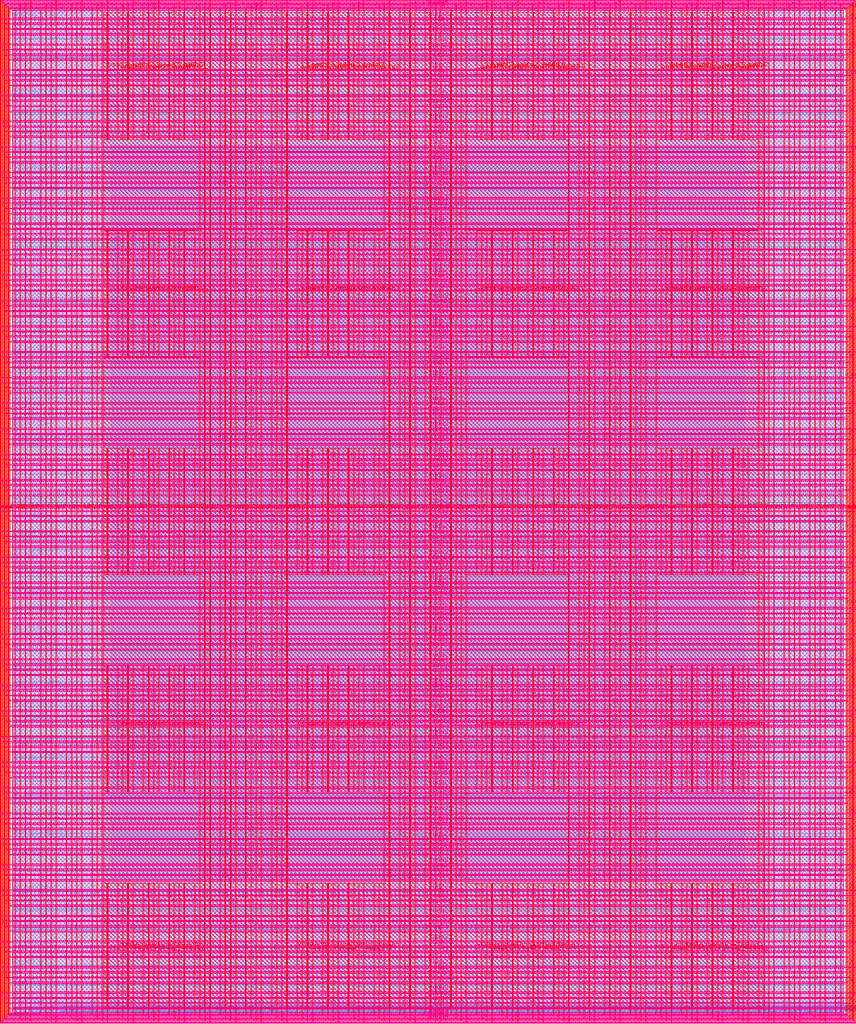
<source format=lef>
VERSION 5.7 ;
  NOWIREEXTENSIONATPIN ON ;
  DIVIDERCHAR "/" ;
  BUSBITCHARS "[]" ;
MACRO user_project_wrapper
  CLASS BLOCK ;
  FOREIGN user_project_wrapper ;
  ORIGIN 0.000 0.000 ;
  SIZE 2920.000 BY 3520.000 ;
  PIN analog_io[0]
    DIRECTION INOUT ;
    USE SIGNAL ;
    PORT
      LAYER met3 ;
        RECT 2917.600 1426.380 2924.800 1427.580 ;
    END
  END analog_io[0]
  PIN analog_io[10]
    DIRECTION INOUT ;
    USE SIGNAL ;
    PORT
      LAYER met2 ;
        RECT 2230.490 3517.600 2231.050 3524.800 ;
    END
  END analog_io[10]
  PIN analog_io[11]
    DIRECTION INOUT ;
    USE SIGNAL ;
    PORT
      LAYER met2 ;
        RECT 1905.730 3517.600 1906.290 3524.800 ;
    END
  END analog_io[11]
  PIN analog_io[12]
    DIRECTION INOUT ;
    USE SIGNAL ;
    PORT
      LAYER met2 ;
        RECT 1581.430 3517.600 1581.990 3524.800 ;
    END
  END analog_io[12]
  PIN analog_io[13]
    DIRECTION INOUT ;
    USE SIGNAL ;
    PORT
      LAYER met2 ;
        RECT 1257.130 3517.600 1257.690 3524.800 ;
    END
  END analog_io[13]
  PIN analog_io[14]
    DIRECTION INOUT ;
    USE SIGNAL ;
    PORT
      LAYER met2 ;
        RECT 932.370 3517.600 932.930 3524.800 ;
    END
  END analog_io[14]
  PIN analog_io[15]
    DIRECTION INOUT ;
    USE SIGNAL ;
    PORT
      LAYER met2 ;
        RECT 608.070 3517.600 608.630 3524.800 ;
    END
  END analog_io[15]
  PIN analog_io[16]
    DIRECTION INOUT ;
    USE SIGNAL ;
    PORT
      LAYER met2 ;
        RECT 283.770 3517.600 284.330 3524.800 ;
    END
  END analog_io[16]
  PIN analog_io[17]
    DIRECTION INOUT ;
    USE SIGNAL ;
    PORT
      LAYER met3 ;
        RECT -4.800 3486.100 2.400 3487.300 ;
    END
  END analog_io[17]
  PIN analog_io[18]
    DIRECTION INOUT ;
    USE SIGNAL ;
    PORT
      LAYER met3 ;
        RECT -4.800 3224.980 2.400 3226.180 ;
    END
  END analog_io[18]
  PIN analog_io[19]
    DIRECTION INOUT ;
    USE SIGNAL ;
    PORT
      LAYER met3 ;
        RECT -4.800 2964.540 2.400 2965.740 ;
    END
  END analog_io[19]
  PIN analog_io[1]
    DIRECTION INOUT ;
    USE SIGNAL ;
    PORT
      LAYER met3 ;
        RECT 2917.600 1692.260 2924.800 1693.460 ;
    END
  END analog_io[1]
  PIN analog_io[20]
    DIRECTION INOUT ;
    USE SIGNAL ;
    PORT
      LAYER met3 ;
        RECT -4.800 2703.420 2.400 2704.620 ;
    END
  END analog_io[20]
  PIN analog_io[21]
    DIRECTION INOUT ;
    USE SIGNAL ;
    PORT
      LAYER met3 ;
        RECT -4.800 2442.980 2.400 2444.180 ;
    END
  END analog_io[21]
  PIN analog_io[22]
    DIRECTION INOUT ;
    USE SIGNAL ;
    PORT
      LAYER met3 ;
        RECT -4.800 2182.540 2.400 2183.740 ;
    END
  END analog_io[22]
  PIN analog_io[23]
    DIRECTION INOUT ;
    USE SIGNAL ;
    PORT
      LAYER met3 ;
        RECT -4.800 1921.420 2.400 1922.620 ;
    END
  END analog_io[23]
  PIN analog_io[24]
    DIRECTION INOUT ;
    USE SIGNAL ;
    PORT
      LAYER met3 ;
        RECT -4.800 1660.980 2.400 1662.180 ;
    END
  END analog_io[24]
  PIN analog_io[25]
    DIRECTION INOUT ;
    USE SIGNAL ;
    PORT
      LAYER met3 ;
        RECT -4.800 1399.860 2.400 1401.060 ;
    END
  END analog_io[25]
  PIN analog_io[26]
    DIRECTION INOUT ;
    USE SIGNAL ;
    PORT
      LAYER met3 ;
        RECT -4.800 1139.420 2.400 1140.620 ;
    END
  END analog_io[26]
  PIN analog_io[27]
    DIRECTION INOUT ;
    USE SIGNAL ;
    PORT
      LAYER met3 ;
        RECT -4.800 878.980 2.400 880.180 ;
    END
  END analog_io[27]
  PIN analog_io[28]
    DIRECTION INOUT ;
    USE SIGNAL ;
    PORT
      LAYER met3 ;
        RECT -4.800 617.860 2.400 619.060 ;
    END
  END analog_io[28]
  PIN analog_io[2]
    DIRECTION INOUT ;
    USE SIGNAL ;
    PORT
      LAYER met3 ;
        RECT 2917.600 1958.140 2924.800 1959.340 ;
    END
  END analog_io[2]
  PIN analog_io[3]
    DIRECTION INOUT ;
    USE SIGNAL ;
    PORT
      LAYER met3 ;
        RECT 2917.600 2223.340 2924.800 2224.540 ;
    END
  END analog_io[3]
  PIN analog_io[4]
    DIRECTION INOUT ;
    USE SIGNAL ;
    PORT
      LAYER met3 ;
        RECT 2917.600 2489.220 2924.800 2490.420 ;
    END
  END analog_io[4]
  PIN analog_io[5]
    DIRECTION INOUT ;
    USE SIGNAL ;
    PORT
      LAYER met3 ;
        RECT 2917.600 2755.100 2924.800 2756.300 ;
    END
  END analog_io[5]
  PIN analog_io[6]
    DIRECTION INOUT ;
    USE SIGNAL ;
    PORT
      LAYER met3 ;
        RECT 2917.600 3020.300 2924.800 3021.500 ;
    END
  END analog_io[6]
  PIN analog_io[7]
    DIRECTION INOUT ;
    USE SIGNAL ;
    PORT
      LAYER met3 ;
        RECT 2917.600 3286.180 2924.800 3287.380 ;
    END
  END analog_io[7]
  PIN analog_io[8]
    DIRECTION INOUT ;
    USE SIGNAL ;
    PORT
      LAYER met2 ;
        RECT 2879.090 3517.600 2879.650 3524.800 ;
    END
  END analog_io[8]
  PIN analog_io[9]
    DIRECTION INOUT ;
    USE SIGNAL ;
    PORT
      LAYER met2 ;
        RECT 2554.790 3517.600 2555.350 3524.800 ;
    END
  END analog_io[9]
  PIN io_in[0]
    DIRECTION INPUT ;
    USE SIGNAL ;
    PORT
      LAYER met3 ;
        RECT 2917.600 32.380 2924.800 33.580 ;
    END
  END io_in[0]
  PIN io_in[10]
    DIRECTION INPUT ;
    USE SIGNAL ;
    PORT
      LAYER met3 ;
        RECT 2917.600 2289.980 2924.800 2291.180 ;
    END
  END io_in[10]
  PIN io_in[11]
    DIRECTION INPUT ;
    USE SIGNAL ;
    PORT
      LAYER met3 ;
        RECT 2917.600 2555.860 2924.800 2557.060 ;
    END
  END io_in[11]
  PIN io_in[12]
    DIRECTION INPUT ;
    USE SIGNAL ;
    PORT
      LAYER met3 ;
        RECT 2917.600 2821.060 2924.800 2822.260 ;
    END
  END io_in[12]
  PIN io_in[13]
    DIRECTION INPUT ;
    USE SIGNAL ;
    PORT
      LAYER met3 ;
        RECT 2917.600 3086.940 2924.800 3088.140 ;
    END
  END io_in[13]
  PIN io_in[14]
    DIRECTION INPUT ;
    USE SIGNAL ;
    PORT
      LAYER met3 ;
        RECT 2917.600 3352.820 2924.800 3354.020 ;
    END
  END io_in[14]
  PIN io_in[15]
    DIRECTION INPUT ;
    USE SIGNAL ;
    PORT
      LAYER met2 ;
        RECT 2798.130 3517.600 2798.690 3524.800 ;
    END
  END io_in[15]
  PIN io_in[16]
    DIRECTION INPUT ;
    USE SIGNAL ;
    PORT
      LAYER met2 ;
        RECT 2473.830 3517.600 2474.390 3524.800 ;
    END
  END io_in[16]
  PIN io_in[17]
    DIRECTION INPUT ;
    USE SIGNAL ;
    PORT
      LAYER met2 ;
        RECT 2149.070 3517.600 2149.630 3524.800 ;
    END
  END io_in[17]
  PIN io_in[18]
    DIRECTION INPUT ;
    USE SIGNAL ;
    PORT
      LAYER met2 ;
        RECT 1824.770 3517.600 1825.330 3524.800 ;
    END
  END io_in[18]
  PIN io_in[19]
    DIRECTION INPUT ;
    USE SIGNAL ;
    PORT
      LAYER met2 ;
        RECT 1500.470 3517.600 1501.030 3524.800 ;
    END
  END io_in[19]
  PIN io_in[1]
    DIRECTION INPUT ;
    USE SIGNAL ;
    PORT
      LAYER met3 ;
        RECT 2917.600 230.940 2924.800 232.140 ;
    END
  END io_in[1]
  PIN io_in[20]
    DIRECTION INPUT ;
    USE SIGNAL ;
    PORT
      LAYER met2 ;
        RECT 1175.710 3517.600 1176.270 3524.800 ;
    END
  END io_in[20]
  PIN io_in[21]
    DIRECTION INPUT ;
    USE SIGNAL ;
    PORT
      LAYER met2 ;
        RECT 851.410 3517.600 851.970 3524.800 ;
    END
  END io_in[21]
  PIN io_in[22]
    DIRECTION INPUT ;
    USE SIGNAL ;
    PORT
      LAYER met2 ;
        RECT 527.110 3517.600 527.670 3524.800 ;
    END
  END io_in[22]
  PIN io_in[23]
    DIRECTION INPUT ;
    USE SIGNAL ;
    PORT
      LAYER met2 ;
        RECT 202.350 3517.600 202.910 3524.800 ;
    END
  END io_in[23]
  PIN io_in[24]
    DIRECTION INPUT ;
    USE SIGNAL ;
    PORT
      LAYER met3 ;
        RECT -4.800 3420.820 2.400 3422.020 ;
    END
  END io_in[24]
  PIN io_in[25]
    DIRECTION INPUT ;
    USE SIGNAL ;
    PORT
      LAYER met3 ;
        RECT -4.800 3159.700 2.400 3160.900 ;
    END
  END io_in[25]
  PIN io_in[26]
    DIRECTION INPUT ;
    USE SIGNAL ;
    PORT
      LAYER met3 ;
        RECT -4.800 2899.260 2.400 2900.460 ;
    END
  END io_in[26]
  PIN io_in[27]
    DIRECTION INPUT ;
    USE SIGNAL ;
    PORT
      LAYER met3 ;
        RECT -4.800 2638.820 2.400 2640.020 ;
    END
  END io_in[27]
  PIN io_in[28]
    DIRECTION INPUT ;
    USE SIGNAL ;
    PORT
      LAYER met3 ;
        RECT -4.800 2377.700 2.400 2378.900 ;
    END
  END io_in[28]
  PIN io_in[29]
    DIRECTION INPUT ;
    USE SIGNAL ;
    PORT
      LAYER met3 ;
        RECT -4.800 2117.260 2.400 2118.460 ;
    END
  END io_in[29]
  PIN io_in[2]
    DIRECTION INPUT ;
    USE SIGNAL ;
    PORT
      LAYER met3 ;
        RECT 2917.600 430.180 2924.800 431.380 ;
    END
  END io_in[2]
  PIN io_in[30]
    DIRECTION INPUT ;
    USE SIGNAL ;
    PORT
      LAYER met3 ;
        RECT -4.800 1856.140 2.400 1857.340 ;
    END
  END io_in[30]
  PIN io_in[31]
    DIRECTION INPUT ;
    USE SIGNAL ;
    PORT
      LAYER met3 ;
        RECT -4.800 1595.700 2.400 1596.900 ;
    END
  END io_in[31]
  PIN io_in[32]
    DIRECTION INPUT ;
    USE SIGNAL ;
    PORT
      LAYER met3 ;
        RECT -4.800 1335.260 2.400 1336.460 ;
    END
  END io_in[32]
  PIN io_in[33]
    DIRECTION INPUT ;
    USE SIGNAL ;
    PORT
      LAYER met3 ;
        RECT -4.800 1074.140 2.400 1075.340 ;
    END
  END io_in[33]
  PIN io_in[34]
    DIRECTION INPUT ;
    USE SIGNAL ;
    PORT
      LAYER met3 ;
        RECT -4.800 813.700 2.400 814.900 ;
    END
  END io_in[34]
  PIN io_in[35]
    DIRECTION INPUT ;
    USE SIGNAL ;
    PORT
      LAYER met3 ;
        RECT -4.800 552.580 2.400 553.780 ;
    END
  END io_in[35]
  PIN io_in[36]
    DIRECTION INPUT ;
    USE SIGNAL ;
    PORT
      LAYER met3 ;
        RECT -4.800 357.420 2.400 358.620 ;
    END
  END io_in[36]
  PIN io_in[37]
    DIRECTION INPUT ;
    USE SIGNAL ;
    PORT
      LAYER met3 ;
        RECT -4.800 161.580 2.400 162.780 ;
    END
  END io_in[37]
  PIN io_in[3]
    DIRECTION INPUT ;
    USE SIGNAL ;
    PORT
      LAYER met3 ;
        RECT 2917.600 629.420 2924.800 630.620 ;
    END
  END io_in[3]
  PIN io_in[4]
    DIRECTION INPUT ;
    USE SIGNAL ;
    PORT
      LAYER met3 ;
        RECT 2917.600 828.660 2924.800 829.860 ;
    END
  END io_in[4]
  PIN io_in[5]
    DIRECTION INPUT ;
    USE SIGNAL ;
    PORT
      LAYER met3 ;
        RECT 2917.600 1027.900 2924.800 1029.100 ;
    END
  END io_in[5]
  PIN io_in[6]
    DIRECTION INPUT ;
    USE SIGNAL ;
    PORT
      LAYER met3 ;
        RECT 2917.600 1227.140 2924.800 1228.340 ;
    END
  END io_in[6]
  PIN io_in[7]
    DIRECTION INPUT ;
    USE SIGNAL ;
    PORT
      LAYER met3 ;
        RECT 2917.600 1493.020 2924.800 1494.220 ;
    END
  END io_in[7]
  PIN io_in[8]
    DIRECTION INPUT ;
    USE SIGNAL ;
    PORT
      LAYER met3 ;
        RECT 2917.600 1758.900 2924.800 1760.100 ;
    END
  END io_in[8]
  PIN io_in[9]
    DIRECTION INPUT ;
    USE SIGNAL ;
    PORT
      LAYER met3 ;
        RECT 2917.600 2024.100 2924.800 2025.300 ;
    END
  END io_in[9]
  PIN io_oeb[0]
    DIRECTION OUTPUT TRISTATE ;
    USE SIGNAL ;
    PORT
      LAYER met3 ;
        RECT 2917.600 164.980 2924.800 166.180 ;
    END
  END io_oeb[0]
  PIN io_oeb[10]
    DIRECTION OUTPUT TRISTATE ;
    USE SIGNAL ;
    PORT
      LAYER met3 ;
        RECT 2917.600 2422.580 2924.800 2423.780 ;
    END
  END io_oeb[10]
  PIN io_oeb[11]
    DIRECTION OUTPUT TRISTATE ;
    USE SIGNAL ;
    PORT
      LAYER met3 ;
        RECT 2917.600 2688.460 2924.800 2689.660 ;
    END
  END io_oeb[11]
  PIN io_oeb[12]
    DIRECTION OUTPUT TRISTATE ;
    USE SIGNAL ;
    PORT
      LAYER met3 ;
        RECT 2917.600 2954.340 2924.800 2955.540 ;
    END
  END io_oeb[12]
  PIN io_oeb[13]
    DIRECTION OUTPUT TRISTATE ;
    USE SIGNAL ;
    PORT
      LAYER met3 ;
        RECT 2917.600 3219.540 2924.800 3220.740 ;
    END
  END io_oeb[13]
  PIN io_oeb[14]
    DIRECTION OUTPUT TRISTATE ;
    USE SIGNAL ;
    PORT
      LAYER met3 ;
        RECT 2917.600 3485.420 2924.800 3486.620 ;
    END
  END io_oeb[14]
  PIN io_oeb[15]
    DIRECTION OUTPUT TRISTATE ;
    USE SIGNAL ;
    PORT
      LAYER met2 ;
        RECT 2635.750 3517.600 2636.310 3524.800 ;
    END
  END io_oeb[15]
  PIN io_oeb[16]
    DIRECTION OUTPUT TRISTATE ;
    USE SIGNAL ;
    PORT
      LAYER met2 ;
        RECT 2311.450 3517.600 2312.010 3524.800 ;
    END
  END io_oeb[16]
  PIN io_oeb[17]
    DIRECTION OUTPUT TRISTATE ;
    USE SIGNAL ;
    PORT
      LAYER met2 ;
        RECT 1987.150 3517.600 1987.710 3524.800 ;
    END
  END io_oeb[17]
  PIN io_oeb[18]
    DIRECTION OUTPUT TRISTATE ;
    USE SIGNAL ;
    PORT
      LAYER met2 ;
        RECT 1662.390 3517.600 1662.950 3524.800 ;
    END
  END io_oeb[18]
  PIN io_oeb[19]
    DIRECTION OUTPUT TRISTATE ;
    USE SIGNAL ;
    PORT
      LAYER met2 ;
        RECT 1338.090 3517.600 1338.650 3524.800 ;
    END
  END io_oeb[19]
  PIN io_oeb[1]
    DIRECTION OUTPUT TRISTATE ;
    USE SIGNAL ;
    PORT
      LAYER met3 ;
        RECT 2917.600 364.220 2924.800 365.420 ;
    END
  END io_oeb[1]
  PIN io_oeb[20]
    DIRECTION OUTPUT TRISTATE ;
    USE SIGNAL ;
    PORT
      LAYER met2 ;
        RECT 1013.790 3517.600 1014.350 3524.800 ;
    END
  END io_oeb[20]
  PIN io_oeb[21]
    DIRECTION OUTPUT TRISTATE ;
    USE SIGNAL ;
    PORT
      LAYER met2 ;
        RECT 689.030 3517.600 689.590 3524.800 ;
    END
  END io_oeb[21]
  PIN io_oeb[22]
    DIRECTION OUTPUT TRISTATE ;
    USE SIGNAL ;
    PORT
      LAYER met2 ;
        RECT 364.730 3517.600 365.290 3524.800 ;
    END
  END io_oeb[22]
  PIN io_oeb[23]
    DIRECTION OUTPUT TRISTATE ;
    USE SIGNAL ;
    PORT
      LAYER met2 ;
        RECT 40.430 3517.600 40.990 3524.800 ;
    END
  END io_oeb[23]
  PIN io_oeb[24]
    DIRECTION OUTPUT TRISTATE ;
    USE SIGNAL ;
    PORT
      LAYER met3 ;
        RECT -4.800 3290.260 2.400 3291.460 ;
    END
  END io_oeb[24]
  PIN io_oeb[25]
    DIRECTION OUTPUT TRISTATE ;
    USE SIGNAL ;
    PORT
      LAYER met3 ;
        RECT -4.800 3029.820 2.400 3031.020 ;
    END
  END io_oeb[25]
  PIN io_oeb[26]
    DIRECTION OUTPUT TRISTATE ;
    USE SIGNAL ;
    PORT
      LAYER met3 ;
        RECT -4.800 2768.700 2.400 2769.900 ;
    END
  END io_oeb[26]
  PIN io_oeb[27]
    DIRECTION OUTPUT TRISTATE ;
    USE SIGNAL ;
    PORT
      LAYER met3 ;
        RECT -4.800 2508.260 2.400 2509.460 ;
    END
  END io_oeb[27]
  PIN io_oeb[28]
    DIRECTION OUTPUT TRISTATE ;
    USE SIGNAL ;
    PORT
      LAYER met3 ;
        RECT -4.800 2247.140 2.400 2248.340 ;
    END
  END io_oeb[28]
  PIN io_oeb[29]
    DIRECTION OUTPUT TRISTATE ;
    USE SIGNAL ;
    PORT
      LAYER met3 ;
        RECT -4.800 1986.700 2.400 1987.900 ;
    END
  END io_oeb[29]
  PIN io_oeb[2]
    DIRECTION OUTPUT TRISTATE ;
    USE SIGNAL ;
    PORT
      LAYER met3 ;
        RECT 2917.600 563.460 2924.800 564.660 ;
    END
  END io_oeb[2]
  PIN io_oeb[30]
    DIRECTION OUTPUT TRISTATE ;
    USE SIGNAL ;
    PORT
      LAYER met3 ;
        RECT -4.800 1726.260 2.400 1727.460 ;
    END
  END io_oeb[30]
  PIN io_oeb[31]
    DIRECTION OUTPUT TRISTATE ;
    USE SIGNAL ;
    PORT
      LAYER met3 ;
        RECT -4.800 1465.140 2.400 1466.340 ;
    END
  END io_oeb[31]
  PIN io_oeb[32]
    DIRECTION OUTPUT TRISTATE ;
    USE SIGNAL ;
    PORT
      LAYER met3 ;
        RECT -4.800 1204.700 2.400 1205.900 ;
    END
  END io_oeb[32]
  PIN io_oeb[33]
    DIRECTION OUTPUT TRISTATE ;
    USE SIGNAL ;
    PORT
      LAYER met3 ;
        RECT -4.800 943.580 2.400 944.780 ;
    END
  END io_oeb[33]
  PIN io_oeb[34]
    DIRECTION OUTPUT TRISTATE ;
    USE SIGNAL ;
    PORT
      LAYER met3 ;
        RECT -4.800 683.140 2.400 684.340 ;
    END
  END io_oeb[34]
  PIN io_oeb[35]
    DIRECTION OUTPUT TRISTATE ;
    USE SIGNAL ;
    PORT
      LAYER met3 ;
        RECT -4.800 422.700 2.400 423.900 ;
    END
  END io_oeb[35]
  PIN io_oeb[36]
    DIRECTION OUTPUT TRISTATE ;
    USE SIGNAL ;
    PORT
      LAYER met3 ;
        RECT -4.800 226.860 2.400 228.060 ;
    END
  END io_oeb[36]
  PIN io_oeb[37]
    DIRECTION OUTPUT TRISTATE ;
    USE SIGNAL ;
    PORT
      LAYER met3 ;
        RECT -4.800 31.700 2.400 32.900 ;
    END
  END io_oeb[37]
  PIN io_oeb[3]
    DIRECTION OUTPUT TRISTATE ;
    USE SIGNAL ;
    PORT
      LAYER met3 ;
        RECT 2917.600 762.700 2924.800 763.900 ;
    END
  END io_oeb[3]
  PIN io_oeb[4]
    DIRECTION OUTPUT TRISTATE ;
    USE SIGNAL ;
    PORT
      LAYER met3 ;
        RECT 2917.600 961.940 2924.800 963.140 ;
    END
  END io_oeb[4]
  PIN io_oeb[5]
    DIRECTION OUTPUT TRISTATE ;
    USE SIGNAL ;
    PORT
      LAYER met3 ;
        RECT 2917.600 1161.180 2924.800 1162.380 ;
    END
  END io_oeb[5]
  PIN io_oeb[6]
    DIRECTION OUTPUT TRISTATE ;
    USE SIGNAL ;
    PORT
      LAYER met3 ;
        RECT 2917.600 1360.420 2924.800 1361.620 ;
    END
  END io_oeb[6]
  PIN io_oeb[7]
    DIRECTION OUTPUT TRISTATE ;
    USE SIGNAL ;
    PORT
      LAYER met3 ;
        RECT 2917.600 1625.620 2924.800 1626.820 ;
    END
  END io_oeb[7]
  PIN io_oeb[8]
    DIRECTION OUTPUT TRISTATE ;
    USE SIGNAL ;
    PORT
      LAYER met3 ;
        RECT 2917.600 1891.500 2924.800 1892.700 ;
    END
  END io_oeb[8]
  PIN io_oeb[9]
    DIRECTION OUTPUT TRISTATE ;
    USE SIGNAL ;
    PORT
      LAYER met3 ;
        RECT 2917.600 2157.380 2924.800 2158.580 ;
    END
  END io_oeb[9]
  PIN io_out[0]
    DIRECTION OUTPUT TRISTATE ;
    USE SIGNAL ;
    PORT
      LAYER met3 ;
        RECT 2917.600 98.340 2924.800 99.540 ;
    END
  END io_out[0]
  PIN io_out[10]
    DIRECTION OUTPUT TRISTATE ;
    USE SIGNAL ;
    PORT
      LAYER met3 ;
        RECT 2917.600 2356.620 2924.800 2357.820 ;
    END
  END io_out[10]
  PIN io_out[11]
    DIRECTION OUTPUT TRISTATE ;
    USE SIGNAL ;
    PORT
      LAYER met3 ;
        RECT 2917.600 2621.820 2924.800 2623.020 ;
    END
  END io_out[11]
  PIN io_out[12]
    DIRECTION OUTPUT TRISTATE ;
    USE SIGNAL ;
    PORT
      LAYER met3 ;
        RECT 2917.600 2887.700 2924.800 2888.900 ;
    END
  END io_out[12]
  PIN io_out[13]
    DIRECTION OUTPUT TRISTATE ;
    USE SIGNAL ;
    PORT
      LAYER met3 ;
        RECT 2917.600 3153.580 2924.800 3154.780 ;
    END
  END io_out[13]
  PIN io_out[14]
    DIRECTION OUTPUT TRISTATE ;
    USE SIGNAL ;
    PORT
      LAYER met3 ;
        RECT 2917.600 3418.780 2924.800 3419.980 ;
    END
  END io_out[14]
  PIN io_out[15]
    DIRECTION OUTPUT TRISTATE ;
    USE SIGNAL ;
    PORT
      LAYER met2 ;
        RECT 2717.170 3517.600 2717.730 3524.800 ;
    END
  END io_out[15]
  PIN io_out[16]
    DIRECTION OUTPUT TRISTATE ;
    USE SIGNAL ;
    PORT
      LAYER met2 ;
        RECT 2392.410 3517.600 2392.970 3524.800 ;
    END
  END io_out[16]
  PIN io_out[17]
    DIRECTION OUTPUT TRISTATE ;
    USE SIGNAL ;
    PORT
      LAYER met2 ;
        RECT 2068.110 3517.600 2068.670 3524.800 ;
    END
  END io_out[17]
  PIN io_out[18]
    DIRECTION OUTPUT TRISTATE ;
    USE SIGNAL ;
    PORT
      LAYER met2 ;
        RECT 1743.810 3517.600 1744.370 3524.800 ;
    END
  END io_out[18]
  PIN io_out[19]
    DIRECTION OUTPUT TRISTATE ;
    USE SIGNAL ;
    PORT
      LAYER met2 ;
        RECT 1419.050 3517.600 1419.610 3524.800 ;
    END
  END io_out[19]
  PIN io_out[1]
    DIRECTION OUTPUT TRISTATE ;
    USE SIGNAL ;
    PORT
      LAYER met3 ;
        RECT 2917.600 297.580 2924.800 298.780 ;
    END
  END io_out[1]
  PIN io_out[20]
    DIRECTION OUTPUT TRISTATE ;
    USE SIGNAL ;
    PORT
      LAYER met2 ;
        RECT 1094.750 3517.600 1095.310 3524.800 ;
    END
  END io_out[20]
  PIN io_out[21]
    DIRECTION OUTPUT TRISTATE ;
    USE SIGNAL ;
    PORT
      LAYER met2 ;
        RECT 770.450 3517.600 771.010 3524.800 ;
    END
  END io_out[21]
  PIN io_out[22]
    DIRECTION OUTPUT TRISTATE ;
    USE SIGNAL ;
    PORT
      LAYER met2 ;
        RECT 445.690 3517.600 446.250 3524.800 ;
    END
  END io_out[22]
  PIN io_out[23]
    DIRECTION OUTPUT TRISTATE ;
    USE SIGNAL ;
    PORT
      LAYER met2 ;
        RECT 121.390 3517.600 121.950 3524.800 ;
    END
  END io_out[23]
  PIN io_out[24]
    DIRECTION OUTPUT TRISTATE ;
    USE SIGNAL ;
    PORT
      LAYER met3 ;
        RECT -4.800 3355.540 2.400 3356.740 ;
    END
  END io_out[24]
  PIN io_out[25]
    DIRECTION OUTPUT TRISTATE ;
    USE SIGNAL ;
    PORT
      LAYER met3 ;
        RECT -4.800 3095.100 2.400 3096.300 ;
    END
  END io_out[25]
  PIN io_out[26]
    DIRECTION OUTPUT TRISTATE ;
    USE SIGNAL ;
    PORT
      LAYER met3 ;
        RECT -4.800 2833.980 2.400 2835.180 ;
    END
  END io_out[26]
  PIN io_out[27]
    DIRECTION OUTPUT TRISTATE ;
    USE SIGNAL ;
    PORT
      LAYER met3 ;
        RECT -4.800 2573.540 2.400 2574.740 ;
    END
  END io_out[27]
  PIN io_out[28]
    DIRECTION OUTPUT TRISTATE ;
    USE SIGNAL ;
    PORT
      LAYER met3 ;
        RECT -4.800 2312.420 2.400 2313.620 ;
    END
  END io_out[28]
  PIN io_out[29]
    DIRECTION OUTPUT TRISTATE ;
    USE SIGNAL ;
    PORT
      LAYER met3 ;
        RECT -4.800 2051.980 2.400 2053.180 ;
    END
  END io_out[29]
  PIN io_out[2]
    DIRECTION OUTPUT TRISTATE ;
    USE SIGNAL ;
    PORT
      LAYER met3 ;
        RECT 2917.600 496.820 2924.800 498.020 ;
    END
  END io_out[2]
  PIN io_out[30]
    DIRECTION OUTPUT TRISTATE ;
    USE SIGNAL ;
    PORT
      LAYER met3 ;
        RECT -4.800 1791.540 2.400 1792.740 ;
    END
  END io_out[30]
  PIN io_out[31]
    DIRECTION OUTPUT TRISTATE ;
    USE SIGNAL ;
    PORT
      LAYER met3 ;
        RECT -4.800 1530.420 2.400 1531.620 ;
    END
  END io_out[31]
  PIN io_out[32]
    DIRECTION OUTPUT TRISTATE ;
    USE SIGNAL ;
    PORT
      LAYER met3 ;
        RECT -4.800 1269.980 2.400 1271.180 ;
    END
  END io_out[32]
  PIN io_out[33]
    DIRECTION OUTPUT TRISTATE ;
    USE SIGNAL ;
    PORT
      LAYER met3 ;
        RECT -4.800 1008.860 2.400 1010.060 ;
    END
  END io_out[33]
  PIN io_out[34]
    DIRECTION OUTPUT TRISTATE ;
    USE SIGNAL ;
    PORT
      LAYER met3 ;
        RECT -4.800 748.420 2.400 749.620 ;
    END
  END io_out[34]
  PIN io_out[35]
    DIRECTION OUTPUT TRISTATE ;
    USE SIGNAL ;
    PORT
      LAYER met3 ;
        RECT -4.800 487.300 2.400 488.500 ;
    END
  END io_out[35]
  PIN io_out[36]
    DIRECTION OUTPUT TRISTATE ;
    USE SIGNAL ;
    PORT
      LAYER met3 ;
        RECT -4.800 292.140 2.400 293.340 ;
    END
  END io_out[36]
  PIN io_out[37]
    DIRECTION OUTPUT TRISTATE ;
    USE SIGNAL ;
    PORT
      LAYER met3 ;
        RECT -4.800 96.300 2.400 97.500 ;
    END
  END io_out[37]
  PIN io_out[3]
    DIRECTION OUTPUT TRISTATE ;
    USE SIGNAL ;
    PORT
      LAYER met3 ;
        RECT 2917.600 696.060 2924.800 697.260 ;
    END
  END io_out[3]
  PIN io_out[4]
    DIRECTION OUTPUT TRISTATE ;
    USE SIGNAL ;
    PORT
      LAYER met3 ;
        RECT 2917.600 895.300 2924.800 896.500 ;
    END
  END io_out[4]
  PIN io_out[5]
    DIRECTION OUTPUT TRISTATE ;
    USE SIGNAL ;
    PORT
      LAYER met3 ;
        RECT 2917.600 1094.540 2924.800 1095.740 ;
    END
  END io_out[5]
  PIN io_out[6]
    DIRECTION OUTPUT TRISTATE ;
    USE SIGNAL ;
    PORT
      LAYER met3 ;
        RECT 2917.600 1293.780 2924.800 1294.980 ;
    END
  END io_out[6]
  PIN io_out[7]
    DIRECTION OUTPUT TRISTATE ;
    USE SIGNAL ;
    PORT
      LAYER met3 ;
        RECT 2917.600 1559.660 2924.800 1560.860 ;
    END
  END io_out[7]
  PIN io_out[8]
    DIRECTION OUTPUT TRISTATE ;
    USE SIGNAL ;
    PORT
      LAYER met3 ;
        RECT 2917.600 1824.860 2924.800 1826.060 ;
    END
  END io_out[8]
  PIN io_out[9]
    DIRECTION OUTPUT TRISTATE ;
    USE SIGNAL ;
    PORT
      LAYER met3 ;
        RECT 2917.600 2090.740 2924.800 2091.940 ;
    END
  END io_out[9]
  PIN la_data_in[0]
    DIRECTION INPUT ;
    USE SIGNAL ;
    PORT
      LAYER met2 ;
        RECT 629.230 -4.800 629.790 2.400 ;
    END
  END la_data_in[0]
  PIN la_data_in[100]
    DIRECTION INPUT ;
    USE SIGNAL ;
    PORT
      LAYER met2 ;
        RECT 2402.530 -4.800 2403.090 2.400 ;
    END
  END la_data_in[100]
  PIN la_data_in[101]
    DIRECTION INPUT ;
    USE SIGNAL ;
    PORT
      LAYER met2 ;
        RECT 2420.010 -4.800 2420.570 2.400 ;
    END
  END la_data_in[101]
  PIN la_data_in[102]
    DIRECTION INPUT ;
    USE SIGNAL ;
    PORT
      LAYER met2 ;
        RECT 2437.950 -4.800 2438.510 2.400 ;
    END
  END la_data_in[102]
  PIN la_data_in[103]
    DIRECTION INPUT ;
    USE SIGNAL ;
    PORT
      LAYER met2 ;
        RECT 2455.430 -4.800 2455.990 2.400 ;
    END
  END la_data_in[103]
  PIN la_data_in[104]
    DIRECTION INPUT ;
    USE SIGNAL ;
    PORT
      LAYER met2 ;
        RECT 2473.370 -4.800 2473.930 2.400 ;
    END
  END la_data_in[104]
  PIN la_data_in[105]
    DIRECTION INPUT ;
    USE SIGNAL ;
    PORT
      LAYER met2 ;
        RECT 2490.850 -4.800 2491.410 2.400 ;
    END
  END la_data_in[105]
  PIN la_data_in[106]
    DIRECTION INPUT ;
    USE SIGNAL ;
    PORT
      LAYER met2 ;
        RECT 2508.790 -4.800 2509.350 2.400 ;
    END
  END la_data_in[106]
  PIN la_data_in[107]
    DIRECTION INPUT ;
    USE SIGNAL ;
    PORT
      LAYER met2 ;
        RECT 2526.730 -4.800 2527.290 2.400 ;
    END
  END la_data_in[107]
  PIN la_data_in[108]
    DIRECTION INPUT ;
    USE SIGNAL ;
    PORT
      LAYER met2 ;
        RECT 2544.210 -4.800 2544.770 2.400 ;
    END
  END la_data_in[108]
  PIN la_data_in[109]
    DIRECTION INPUT ;
    USE SIGNAL ;
    PORT
      LAYER met2 ;
        RECT 2562.150 -4.800 2562.710 2.400 ;
    END
  END la_data_in[109]
  PIN la_data_in[10]
    DIRECTION INPUT ;
    USE SIGNAL ;
    PORT
      LAYER met2 ;
        RECT 806.330 -4.800 806.890 2.400 ;
    END
  END la_data_in[10]
  PIN la_data_in[110]
    DIRECTION INPUT ;
    USE SIGNAL ;
    PORT
      LAYER met2 ;
        RECT 2579.630 -4.800 2580.190 2.400 ;
    END
  END la_data_in[110]
  PIN la_data_in[111]
    DIRECTION INPUT ;
    USE SIGNAL ;
    PORT
      LAYER met2 ;
        RECT 2597.570 -4.800 2598.130 2.400 ;
    END
  END la_data_in[111]
  PIN la_data_in[112]
    DIRECTION INPUT ;
    USE SIGNAL ;
    PORT
      LAYER met2 ;
        RECT 2615.050 -4.800 2615.610 2.400 ;
    END
  END la_data_in[112]
  PIN la_data_in[113]
    DIRECTION INPUT ;
    USE SIGNAL ;
    PORT
      LAYER met2 ;
        RECT 2632.990 -4.800 2633.550 2.400 ;
    END
  END la_data_in[113]
  PIN la_data_in[114]
    DIRECTION INPUT ;
    USE SIGNAL ;
    PORT
      LAYER met2 ;
        RECT 2650.470 -4.800 2651.030 2.400 ;
    END
  END la_data_in[114]
  PIN la_data_in[115]
    DIRECTION INPUT ;
    USE SIGNAL ;
    PORT
      LAYER met2 ;
        RECT 2668.410 -4.800 2668.970 2.400 ;
    END
  END la_data_in[115]
  PIN la_data_in[116]
    DIRECTION INPUT ;
    USE SIGNAL ;
    PORT
      LAYER met2 ;
        RECT 2685.890 -4.800 2686.450 2.400 ;
    END
  END la_data_in[116]
  PIN la_data_in[117]
    DIRECTION INPUT ;
    USE SIGNAL ;
    PORT
      LAYER met2 ;
        RECT 2703.830 -4.800 2704.390 2.400 ;
    END
  END la_data_in[117]
  PIN la_data_in[118]
    DIRECTION INPUT ;
    USE SIGNAL ;
    PORT
      LAYER met2 ;
        RECT 2721.770 -4.800 2722.330 2.400 ;
    END
  END la_data_in[118]
  PIN la_data_in[119]
    DIRECTION INPUT ;
    USE SIGNAL ;
    PORT
      LAYER met2 ;
        RECT 2739.250 -4.800 2739.810 2.400 ;
    END
  END la_data_in[119]
  PIN la_data_in[11]
    DIRECTION INPUT ;
    USE SIGNAL ;
    PORT
      LAYER met2 ;
        RECT 824.270 -4.800 824.830 2.400 ;
    END
  END la_data_in[11]
  PIN la_data_in[120]
    DIRECTION INPUT ;
    USE SIGNAL ;
    PORT
      LAYER met2 ;
        RECT 2757.190 -4.800 2757.750 2.400 ;
    END
  END la_data_in[120]
  PIN la_data_in[121]
    DIRECTION INPUT ;
    USE SIGNAL ;
    PORT
      LAYER met2 ;
        RECT 2774.670 -4.800 2775.230 2.400 ;
    END
  END la_data_in[121]
  PIN la_data_in[122]
    DIRECTION INPUT ;
    USE SIGNAL ;
    PORT
      LAYER met2 ;
        RECT 2792.610 -4.800 2793.170 2.400 ;
    END
  END la_data_in[122]
  PIN la_data_in[123]
    DIRECTION INPUT ;
    USE SIGNAL ;
    PORT
      LAYER met2 ;
        RECT 2810.090 -4.800 2810.650 2.400 ;
    END
  END la_data_in[123]
  PIN la_data_in[124]
    DIRECTION INPUT ;
    USE SIGNAL ;
    PORT
      LAYER met2 ;
        RECT 2828.030 -4.800 2828.590 2.400 ;
    END
  END la_data_in[124]
  PIN la_data_in[125]
    DIRECTION INPUT ;
    USE SIGNAL ;
    PORT
      LAYER met2 ;
        RECT 2845.510 -4.800 2846.070 2.400 ;
    END
  END la_data_in[125]
  PIN la_data_in[126]
    DIRECTION INPUT ;
    USE SIGNAL ;
    PORT
      LAYER met2 ;
        RECT 2863.450 -4.800 2864.010 2.400 ;
    END
  END la_data_in[126]
  PIN la_data_in[127]
    DIRECTION INPUT ;
    USE SIGNAL ;
    PORT
      LAYER met2 ;
        RECT 2881.390 -4.800 2881.950 2.400 ;
    END
  END la_data_in[127]
  PIN la_data_in[12]
    DIRECTION INPUT ;
    USE SIGNAL ;
    PORT
      LAYER met2 ;
        RECT 841.750 -4.800 842.310 2.400 ;
    END
  END la_data_in[12]
  PIN la_data_in[13]
    DIRECTION INPUT ;
    USE SIGNAL ;
    PORT
      LAYER met2 ;
        RECT 859.690 -4.800 860.250 2.400 ;
    END
  END la_data_in[13]
  PIN la_data_in[14]
    DIRECTION INPUT ;
    USE SIGNAL ;
    PORT
      LAYER met2 ;
        RECT 877.170 -4.800 877.730 2.400 ;
    END
  END la_data_in[14]
  PIN la_data_in[15]
    DIRECTION INPUT ;
    USE SIGNAL ;
    PORT
      LAYER met2 ;
        RECT 895.110 -4.800 895.670 2.400 ;
    END
  END la_data_in[15]
  PIN la_data_in[16]
    DIRECTION INPUT ;
    USE SIGNAL ;
    PORT
      LAYER met2 ;
        RECT 912.590 -4.800 913.150 2.400 ;
    END
  END la_data_in[16]
  PIN la_data_in[17]
    DIRECTION INPUT ;
    USE SIGNAL ;
    PORT
      LAYER met2 ;
        RECT 930.530 -4.800 931.090 2.400 ;
    END
  END la_data_in[17]
  PIN la_data_in[18]
    DIRECTION INPUT ;
    USE SIGNAL ;
    PORT
      LAYER met2 ;
        RECT 948.470 -4.800 949.030 2.400 ;
    END
  END la_data_in[18]
  PIN la_data_in[19]
    DIRECTION INPUT ;
    USE SIGNAL ;
    PORT
      LAYER met2 ;
        RECT 965.950 -4.800 966.510 2.400 ;
    END
  END la_data_in[19]
  PIN la_data_in[1]
    DIRECTION INPUT ;
    USE SIGNAL ;
    PORT
      LAYER met2 ;
        RECT 646.710 -4.800 647.270 2.400 ;
    END
  END la_data_in[1]
  PIN la_data_in[20]
    DIRECTION INPUT ;
    USE SIGNAL ;
    PORT
      LAYER met2 ;
        RECT 983.890 -4.800 984.450 2.400 ;
    END
  END la_data_in[20]
  PIN la_data_in[21]
    DIRECTION INPUT ;
    USE SIGNAL ;
    PORT
      LAYER met2 ;
        RECT 1001.370 -4.800 1001.930 2.400 ;
    END
  END la_data_in[21]
  PIN la_data_in[22]
    DIRECTION INPUT ;
    USE SIGNAL ;
    PORT
      LAYER met2 ;
        RECT 1019.310 -4.800 1019.870 2.400 ;
    END
  END la_data_in[22]
  PIN la_data_in[23]
    DIRECTION INPUT ;
    USE SIGNAL ;
    PORT
      LAYER met2 ;
        RECT 1036.790 -4.800 1037.350 2.400 ;
    END
  END la_data_in[23]
  PIN la_data_in[24]
    DIRECTION INPUT ;
    USE SIGNAL ;
    PORT
      LAYER met2 ;
        RECT 1054.730 -4.800 1055.290 2.400 ;
    END
  END la_data_in[24]
  PIN la_data_in[25]
    DIRECTION INPUT ;
    USE SIGNAL ;
    PORT
      LAYER met2 ;
        RECT 1072.210 -4.800 1072.770 2.400 ;
    END
  END la_data_in[25]
  PIN la_data_in[26]
    DIRECTION INPUT ;
    USE SIGNAL ;
    PORT
      LAYER met2 ;
        RECT 1090.150 -4.800 1090.710 2.400 ;
    END
  END la_data_in[26]
  PIN la_data_in[27]
    DIRECTION INPUT ;
    USE SIGNAL ;
    PORT
      LAYER met2 ;
        RECT 1107.630 -4.800 1108.190 2.400 ;
    END
  END la_data_in[27]
  PIN la_data_in[28]
    DIRECTION INPUT ;
    USE SIGNAL ;
    PORT
      LAYER met2 ;
        RECT 1125.570 -4.800 1126.130 2.400 ;
    END
  END la_data_in[28]
  PIN la_data_in[29]
    DIRECTION INPUT ;
    USE SIGNAL ;
    PORT
      LAYER met2 ;
        RECT 1143.510 -4.800 1144.070 2.400 ;
    END
  END la_data_in[29]
  PIN la_data_in[2]
    DIRECTION INPUT ;
    USE SIGNAL ;
    PORT
      LAYER met2 ;
        RECT 664.650 -4.800 665.210 2.400 ;
    END
  END la_data_in[2]
  PIN la_data_in[30]
    DIRECTION INPUT ;
    USE SIGNAL ;
    PORT
      LAYER met2 ;
        RECT 1160.990 -4.800 1161.550 2.400 ;
    END
  END la_data_in[30]
  PIN la_data_in[31]
    DIRECTION INPUT ;
    USE SIGNAL ;
    PORT
      LAYER met2 ;
        RECT 1178.930 -4.800 1179.490 2.400 ;
    END
  END la_data_in[31]
  PIN la_data_in[32]
    DIRECTION INPUT ;
    USE SIGNAL ;
    PORT
      LAYER met2 ;
        RECT 1196.410 -4.800 1196.970 2.400 ;
    END
  END la_data_in[32]
  PIN la_data_in[33]
    DIRECTION INPUT ;
    USE SIGNAL ;
    PORT
      LAYER met2 ;
        RECT 1214.350 -4.800 1214.910 2.400 ;
    END
  END la_data_in[33]
  PIN la_data_in[34]
    DIRECTION INPUT ;
    USE SIGNAL ;
    PORT
      LAYER met2 ;
        RECT 1231.830 -4.800 1232.390 2.400 ;
    END
  END la_data_in[34]
  PIN la_data_in[35]
    DIRECTION INPUT ;
    USE SIGNAL ;
    PORT
      LAYER met2 ;
        RECT 1249.770 -4.800 1250.330 2.400 ;
    END
  END la_data_in[35]
  PIN la_data_in[36]
    DIRECTION INPUT ;
    USE SIGNAL ;
    PORT
      LAYER met2 ;
        RECT 1267.250 -4.800 1267.810 2.400 ;
    END
  END la_data_in[36]
  PIN la_data_in[37]
    DIRECTION INPUT ;
    USE SIGNAL ;
    PORT
      LAYER met2 ;
        RECT 1285.190 -4.800 1285.750 2.400 ;
    END
  END la_data_in[37]
  PIN la_data_in[38]
    DIRECTION INPUT ;
    USE SIGNAL ;
    PORT
      LAYER met2 ;
        RECT 1303.130 -4.800 1303.690 2.400 ;
    END
  END la_data_in[38]
  PIN la_data_in[39]
    DIRECTION INPUT ;
    USE SIGNAL ;
    PORT
      LAYER met2 ;
        RECT 1320.610 -4.800 1321.170 2.400 ;
    END
  END la_data_in[39]
  PIN la_data_in[3]
    DIRECTION INPUT ;
    USE SIGNAL ;
    PORT
      LAYER met2 ;
        RECT 682.130 -4.800 682.690 2.400 ;
    END
  END la_data_in[3]
  PIN la_data_in[40]
    DIRECTION INPUT ;
    USE SIGNAL ;
    PORT
      LAYER met2 ;
        RECT 1338.550 -4.800 1339.110 2.400 ;
    END
  END la_data_in[40]
  PIN la_data_in[41]
    DIRECTION INPUT ;
    USE SIGNAL ;
    PORT
      LAYER met2 ;
        RECT 1356.030 -4.800 1356.590 2.400 ;
    END
  END la_data_in[41]
  PIN la_data_in[42]
    DIRECTION INPUT ;
    USE SIGNAL ;
    PORT
      LAYER met2 ;
        RECT 1373.970 -4.800 1374.530 2.400 ;
    END
  END la_data_in[42]
  PIN la_data_in[43]
    DIRECTION INPUT ;
    USE SIGNAL ;
    PORT
      LAYER met2 ;
        RECT 1391.450 -4.800 1392.010 2.400 ;
    END
  END la_data_in[43]
  PIN la_data_in[44]
    DIRECTION INPUT ;
    USE SIGNAL ;
    PORT
      LAYER met2 ;
        RECT 1409.390 -4.800 1409.950 2.400 ;
    END
  END la_data_in[44]
  PIN la_data_in[45]
    DIRECTION INPUT ;
    USE SIGNAL ;
    PORT
      LAYER met2 ;
        RECT 1426.870 -4.800 1427.430 2.400 ;
    END
  END la_data_in[45]
  PIN la_data_in[46]
    DIRECTION INPUT ;
    USE SIGNAL ;
    PORT
      LAYER met2 ;
        RECT 1444.810 -4.800 1445.370 2.400 ;
    END
  END la_data_in[46]
  PIN la_data_in[47]
    DIRECTION INPUT ;
    USE SIGNAL ;
    PORT
      LAYER met2 ;
        RECT 1462.750 -4.800 1463.310 2.400 ;
    END
  END la_data_in[47]
  PIN la_data_in[48]
    DIRECTION INPUT ;
    USE SIGNAL ;
    PORT
      LAYER met2 ;
        RECT 1480.230 -4.800 1480.790 2.400 ;
    END
  END la_data_in[48]
  PIN la_data_in[49]
    DIRECTION INPUT ;
    USE SIGNAL ;
    PORT
      LAYER met2 ;
        RECT 1498.170 -4.800 1498.730 2.400 ;
    END
  END la_data_in[49]
  PIN la_data_in[4]
    DIRECTION INPUT ;
    USE SIGNAL ;
    PORT
      LAYER met2 ;
        RECT 700.070 -4.800 700.630 2.400 ;
    END
  END la_data_in[4]
  PIN la_data_in[50]
    DIRECTION INPUT ;
    USE SIGNAL ;
    PORT
      LAYER met2 ;
        RECT 1515.650 -4.800 1516.210 2.400 ;
    END
  END la_data_in[50]
  PIN la_data_in[51]
    DIRECTION INPUT ;
    USE SIGNAL ;
    PORT
      LAYER met2 ;
        RECT 1533.590 -4.800 1534.150 2.400 ;
    END
  END la_data_in[51]
  PIN la_data_in[52]
    DIRECTION INPUT ;
    USE SIGNAL ;
    PORT
      LAYER met2 ;
        RECT 1551.070 -4.800 1551.630 2.400 ;
    END
  END la_data_in[52]
  PIN la_data_in[53]
    DIRECTION INPUT ;
    USE SIGNAL ;
    PORT
      LAYER met2 ;
        RECT 1569.010 -4.800 1569.570 2.400 ;
    END
  END la_data_in[53]
  PIN la_data_in[54]
    DIRECTION INPUT ;
    USE SIGNAL ;
    PORT
      LAYER met2 ;
        RECT 1586.490 -4.800 1587.050 2.400 ;
    END
  END la_data_in[54]
  PIN la_data_in[55]
    DIRECTION INPUT ;
    USE SIGNAL ;
    PORT
      LAYER met2 ;
        RECT 1604.430 -4.800 1604.990 2.400 ;
    END
  END la_data_in[55]
  PIN la_data_in[56]
    DIRECTION INPUT ;
    USE SIGNAL ;
    PORT
      LAYER met2 ;
        RECT 1621.910 -4.800 1622.470 2.400 ;
    END
  END la_data_in[56]
  PIN la_data_in[57]
    DIRECTION INPUT ;
    USE SIGNAL ;
    PORT
      LAYER met2 ;
        RECT 1639.850 -4.800 1640.410 2.400 ;
    END
  END la_data_in[57]
  PIN la_data_in[58]
    DIRECTION INPUT ;
    USE SIGNAL ;
    PORT
      LAYER met2 ;
        RECT 1657.790 -4.800 1658.350 2.400 ;
    END
  END la_data_in[58]
  PIN la_data_in[59]
    DIRECTION INPUT ;
    USE SIGNAL ;
    PORT
      LAYER met2 ;
        RECT 1675.270 -4.800 1675.830 2.400 ;
    END
  END la_data_in[59]
  PIN la_data_in[5]
    DIRECTION INPUT ;
    USE SIGNAL ;
    PORT
      LAYER met2 ;
        RECT 717.550 -4.800 718.110 2.400 ;
    END
  END la_data_in[5]
  PIN la_data_in[60]
    DIRECTION INPUT ;
    USE SIGNAL ;
    PORT
      LAYER met2 ;
        RECT 1693.210 -4.800 1693.770 2.400 ;
    END
  END la_data_in[60]
  PIN la_data_in[61]
    DIRECTION INPUT ;
    USE SIGNAL ;
    PORT
      LAYER met2 ;
        RECT 1710.690 -4.800 1711.250 2.400 ;
    END
  END la_data_in[61]
  PIN la_data_in[62]
    DIRECTION INPUT ;
    USE SIGNAL ;
    PORT
      LAYER met2 ;
        RECT 1728.630 -4.800 1729.190 2.400 ;
    END
  END la_data_in[62]
  PIN la_data_in[63]
    DIRECTION INPUT ;
    USE SIGNAL ;
    PORT
      LAYER met2 ;
        RECT 1746.110 -4.800 1746.670 2.400 ;
    END
  END la_data_in[63]
  PIN la_data_in[64]
    DIRECTION INPUT ;
    USE SIGNAL ;
    PORT
      LAYER met2 ;
        RECT 1764.050 -4.800 1764.610 2.400 ;
    END
  END la_data_in[64]
  PIN la_data_in[65]
    DIRECTION INPUT ;
    USE SIGNAL ;
    PORT
      LAYER met2 ;
        RECT 1781.530 -4.800 1782.090 2.400 ;
    END
  END la_data_in[65]
  PIN la_data_in[66]
    DIRECTION INPUT ;
    USE SIGNAL ;
    PORT
      LAYER met2 ;
        RECT 1799.470 -4.800 1800.030 2.400 ;
    END
  END la_data_in[66]
  PIN la_data_in[67]
    DIRECTION INPUT ;
    USE SIGNAL ;
    PORT
      LAYER met2 ;
        RECT 1817.410 -4.800 1817.970 2.400 ;
    END
  END la_data_in[67]
  PIN la_data_in[68]
    DIRECTION INPUT ;
    USE SIGNAL ;
    PORT
      LAYER met2 ;
        RECT 1834.890 -4.800 1835.450 2.400 ;
    END
  END la_data_in[68]
  PIN la_data_in[69]
    DIRECTION INPUT ;
    USE SIGNAL ;
    PORT
      LAYER met2 ;
        RECT 1852.830 -4.800 1853.390 2.400 ;
    END
  END la_data_in[69]
  PIN la_data_in[6]
    DIRECTION INPUT ;
    USE SIGNAL ;
    PORT
      LAYER met2 ;
        RECT 735.490 -4.800 736.050 2.400 ;
    END
  END la_data_in[6]
  PIN la_data_in[70]
    DIRECTION INPUT ;
    USE SIGNAL ;
    PORT
      LAYER met2 ;
        RECT 1870.310 -4.800 1870.870 2.400 ;
    END
  END la_data_in[70]
  PIN la_data_in[71]
    DIRECTION INPUT ;
    USE SIGNAL ;
    PORT
      LAYER met2 ;
        RECT 1888.250 -4.800 1888.810 2.400 ;
    END
  END la_data_in[71]
  PIN la_data_in[72]
    DIRECTION INPUT ;
    USE SIGNAL ;
    PORT
      LAYER met2 ;
        RECT 1905.730 -4.800 1906.290 2.400 ;
    END
  END la_data_in[72]
  PIN la_data_in[73]
    DIRECTION INPUT ;
    USE SIGNAL ;
    PORT
      LAYER met2 ;
        RECT 1923.670 -4.800 1924.230 2.400 ;
    END
  END la_data_in[73]
  PIN la_data_in[74]
    DIRECTION INPUT ;
    USE SIGNAL ;
    PORT
      LAYER met2 ;
        RECT 1941.150 -4.800 1941.710 2.400 ;
    END
  END la_data_in[74]
  PIN la_data_in[75]
    DIRECTION INPUT ;
    USE SIGNAL ;
    PORT
      LAYER met2 ;
        RECT 1959.090 -4.800 1959.650 2.400 ;
    END
  END la_data_in[75]
  PIN la_data_in[76]
    DIRECTION INPUT ;
    USE SIGNAL ;
    PORT
      LAYER met2 ;
        RECT 1976.570 -4.800 1977.130 2.400 ;
    END
  END la_data_in[76]
  PIN la_data_in[77]
    DIRECTION INPUT ;
    USE SIGNAL ;
    PORT
      LAYER met2 ;
        RECT 1994.510 -4.800 1995.070 2.400 ;
    END
  END la_data_in[77]
  PIN la_data_in[78]
    DIRECTION INPUT ;
    USE SIGNAL ;
    PORT
      LAYER met2 ;
        RECT 2012.450 -4.800 2013.010 2.400 ;
    END
  END la_data_in[78]
  PIN la_data_in[79]
    DIRECTION INPUT ;
    USE SIGNAL ;
    PORT
      LAYER met2 ;
        RECT 2029.930 -4.800 2030.490 2.400 ;
    END
  END la_data_in[79]
  PIN la_data_in[7]
    DIRECTION INPUT ;
    USE SIGNAL ;
    PORT
      LAYER met2 ;
        RECT 752.970 -4.800 753.530 2.400 ;
    END
  END la_data_in[7]
  PIN la_data_in[80]
    DIRECTION INPUT ;
    USE SIGNAL ;
    PORT
      LAYER met2 ;
        RECT 2047.870 -4.800 2048.430 2.400 ;
    END
  END la_data_in[80]
  PIN la_data_in[81]
    DIRECTION INPUT ;
    USE SIGNAL ;
    PORT
      LAYER met2 ;
        RECT 2065.350 -4.800 2065.910 2.400 ;
    END
  END la_data_in[81]
  PIN la_data_in[82]
    DIRECTION INPUT ;
    USE SIGNAL ;
    PORT
      LAYER met2 ;
        RECT 2083.290 -4.800 2083.850 2.400 ;
    END
  END la_data_in[82]
  PIN la_data_in[83]
    DIRECTION INPUT ;
    USE SIGNAL ;
    PORT
      LAYER met2 ;
        RECT 2100.770 -4.800 2101.330 2.400 ;
    END
  END la_data_in[83]
  PIN la_data_in[84]
    DIRECTION INPUT ;
    USE SIGNAL ;
    PORT
      LAYER met2 ;
        RECT 2118.710 -4.800 2119.270 2.400 ;
    END
  END la_data_in[84]
  PIN la_data_in[85]
    DIRECTION INPUT ;
    USE SIGNAL ;
    PORT
      LAYER met2 ;
        RECT 2136.190 -4.800 2136.750 2.400 ;
    END
  END la_data_in[85]
  PIN la_data_in[86]
    DIRECTION INPUT ;
    USE SIGNAL ;
    PORT
      LAYER met2 ;
        RECT 2154.130 -4.800 2154.690 2.400 ;
    END
  END la_data_in[86]
  PIN la_data_in[87]
    DIRECTION INPUT ;
    USE SIGNAL ;
    PORT
      LAYER met2 ;
        RECT 2172.070 -4.800 2172.630 2.400 ;
    END
  END la_data_in[87]
  PIN la_data_in[88]
    DIRECTION INPUT ;
    USE SIGNAL ;
    PORT
      LAYER met2 ;
        RECT 2189.550 -4.800 2190.110 2.400 ;
    END
  END la_data_in[88]
  PIN la_data_in[89]
    DIRECTION INPUT ;
    USE SIGNAL ;
    PORT
      LAYER met2 ;
        RECT 2207.490 -4.800 2208.050 2.400 ;
    END
  END la_data_in[89]
  PIN la_data_in[8]
    DIRECTION INPUT ;
    USE SIGNAL ;
    PORT
      LAYER met2 ;
        RECT 770.910 -4.800 771.470 2.400 ;
    END
  END la_data_in[8]
  PIN la_data_in[90]
    DIRECTION INPUT ;
    USE SIGNAL ;
    PORT
      LAYER met2 ;
        RECT 2224.970 -4.800 2225.530 2.400 ;
    END
  END la_data_in[90]
  PIN la_data_in[91]
    DIRECTION INPUT ;
    USE SIGNAL ;
    PORT
      LAYER met2 ;
        RECT 2242.910 -4.800 2243.470 2.400 ;
    END
  END la_data_in[91]
  PIN la_data_in[92]
    DIRECTION INPUT ;
    USE SIGNAL ;
    PORT
      LAYER met2 ;
        RECT 2260.390 -4.800 2260.950 2.400 ;
    END
  END la_data_in[92]
  PIN la_data_in[93]
    DIRECTION INPUT ;
    USE SIGNAL ;
    PORT
      LAYER met2 ;
        RECT 2278.330 -4.800 2278.890 2.400 ;
    END
  END la_data_in[93]
  PIN la_data_in[94]
    DIRECTION INPUT ;
    USE SIGNAL ;
    PORT
      LAYER met2 ;
        RECT 2295.810 -4.800 2296.370 2.400 ;
    END
  END la_data_in[94]
  PIN la_data_in[95]
    DIRECTION INPUT ;
    USE SIGNAL ;
    PORT
      LAYER met2 ;
        RECT 2313.750 -4.800 2314.310 2.400 ;
    END
  END la_data_in[95]
  PIN la_data_in[96]
    DIRECTION INPUT ;
    USE SIGNAL ;
    PORT
      LAYER met2 ;
        RECT 2331.230 -4.800 2331.790 2.400 ;
    END
  END la_data_in[96]
  PIN la_data_in[97]
    DIRECTION INPUT ;
    USE SIGNAL ;
    PORT
      LAYER met2 ;
        RECT 2349.170 -4.800 2349.730 2.400 ;
    END
  END la_data_in[97]
  PIN la_data_in[98]
    DIRECTION INPUT ;
    USE SIGNAL ;
    PORT
      LAYER met2 ;
        RECT 2367.110 -4.800 2367.670 2.400 ;
    END
  END la_data_in[98]
  PIN la_data_in[99]
    DIRECTION INPUT ;
    USE SIGNAL ;
    PORT
      LAYER met2 ;
        RECT 2384.590 -4.800 2385.150 2.400 ;
    END
  END la_data_in[99]
  PIN la_data_in[9]
    DIRECTION INPUT ;
    USE SIGNAL ;
    PORT
      LAYER met2 ;
        RECT 788.850 -4.800 789.410 2.400 ;
    END
  END la_data_in[9]
  PIN la_data_out[0]
    DIRECTION OUTPUT TRISTATE ;
    USE SIGNAL ;
    PORT
      LAYER met2 ;
        RECT 634.750 -4.800 635.310 2.400 ;
    END
  END la_data_out[0]
  PIN la_data_out[100]
    DIRECTION OUTPUT TRISTATE ;
    USE SIGNAL ;
    PORT
      LAYER met2 ;
        RECT 2408.510 -4.800 2409.070 2.400 ;
    END
  END la_data_out[100]
  PIN la_data_out[101]
    DIRECTION OUTPUT TRISTATE ;
    USE SIGNAL ;
    PORT
      LAYER met2 ;
        RECT 2425.990 -4.800 2426.550 2.400 ;
    END
  END la_data_out[101]
  PIN la_data_out[102]
    DIRECTION OUTPUT TRISTATE ;
    USE SIGNAL ;
    PORT
      LAYER met2 ;
        RECT 2443.930 -4.800 2444.490 2.400 ;
    END
  END la_data_out[102]
  PIN la_data_out[103]
    DIRECTION OUTPUT TRISTATE ;
    USE SIGNAL ;
    PORT
      LAYER met2 ;
        RECT 2461.410 -4.800 2461.970 2.400 ;
    END
  END la_data_out[103]
  PIN la_data_out[104]
    DIRECTION OUTPUT TRISTATE ;
    USE SIGNAL ;
    PORT
      LAYER met2 ;
        RECT 2479.350 -4.800 2479.910 2.400 ;
    END
  END la_data_out[104]
  PIN la_data_out[105]
    DIRECTION OUTPUT TRISTATE ;
    USE SIGNAL ;
    PORT
      LAYER met2 ;
        RECT 2496.830 -4.800 2497.390 2.400 ;
    END
  END la_data_out[105]
  PIN la_data_out[106]
    DIRECTION OUTPUT TRISTATE ;
    USE SIGNAL ;
    PORT
      LAYER met2 ;
        RECT 2514.770 -4.800 2515.330 2.400 ;
    END
  END la_data_out[106]
  PIN la_data_out[107]
    DIRECTION OUTPUT TRISTATE ;
    USE SIGNAL ;
    PORT
      LAYER met2 ;
        RECT 2532.250 -4.800 2532.810 2.400 ;
    END
  END la_data_out[107]
  PIN la_data_out[108]
    DIRECTION OUTPUT TRISTATE ;
    USE SIGNAL ;
    PORT
      LAYER met2 ;
        RECT 2550.190 -4.800 2550.750 2.400 ;
    END
  END la_data_out[108]
  PIN la_data_out[109]
    DIRECTION OUTPUT TRISTATE ;
    USE SIGNAL ;
    PORT
      LAYER met2 ;
        RECT 2567.670 -4.800 2568.230 2.400 ;
    END
  END la_data_out[109]
  PIN la_data_out[10]
    DIRECTION OUTPUT TRISTATE ;
    USE SIGNAL ;
    PORT
      LAYER met2 ;
        RECT 812.310 -4.800 812.870 2.400 ;
    END
  END la_data_out[10]
  PIN la_data_out[110]
    DIRECTION OUTPUT TRISTATE ;
    USE SIGNAL ;
    PORT
      LAYER met2 ;
        RECT 2585.610 -4.800 2586.170 2.400 ;
    END
  END la_data_out[110]
  PIN la_data_out[111]
    DIRECTION OUTPUT TRISTATE ;
    USE SIGNAL ;
    PORT
      LAYER met2 ;
        RECT 2603.550 -4.800 2604.110 2.400 ;
    END
  END la_data_out[111]
  PIN la_data_out[112]
    DIRECTION OUTPUT TRISTATE ;
    USE SIGNAL ;
    PORT
      LAYER met2 ;
        RECT 2621.030 -4.800 2621.590 2.400 ;
    END
  END la_data_out[112]
  PIN la_data_out[113]
    DIRECTION OUTPUT TRISTATE ;
    USE SIGNAL ;
    PORT
      LAYER met2 ;
        RECT 2638.970 -4.800 2639.530 2.400 ;
    END
  END la_data_out[113]
  PIN la_data_out[114]
    DIRECTION OUTPUT TRISTATE ;
    USE SIGNAL ;
    PORT
      LAYER met2 ;
        RECT 2656.450 -4.800 2657.010 2.400 ;
    END
  END la_data_out[114]
  PIN la_data_out[115]
    DIRECTION OUTPUT TRISTATE ;
    USE SIGNAL ;
    PORT
      LAYER met2 ;
        RECT 2674.390 -4.800 2674.950 2.400 ;
    END
  END la_data_out[115]
  PIN la_data_out[116]
    DIRECTION OUTPUT TRISTATE ;
    USE SIGNAL ;
    PORT
      LAYER met2 ;
        RECT 2691.870 -4.800 2692.430 2.400 ;
    END
  END la_data_out[116]
  PIN la_data_out[117]
    DIRECTION OUTPUT TRISTATE ;
    USE SIGNAL ;
    PORT
      LAYER met2 ;
        RECT 2709.810 -4.800 2710.370 2.400 ;
    END
  END la_data_out[117]
  PIN la_data_out[118]
    DIRECTION OUTPUT TRISTATE ;
    USE SIGNAL ;
    PORT
      LAYER met2 ;
        RECT 2727.290 -4.800 2727.850 2.400 ;
    END
  END la_data_out[118]
  PIN la_data_out[119]
    DIRECTION OUTPUT TRISTATE ;
    USE SIGNAL ;
    PORT
      LAYER met2 ;
        RECT 2745.230 -4.800 2745.790 2.400 ;
    END
  END la_data_out[119]
  PIN la_data_out[11]
    DIRECTION OUTPUT TRISTATE ;
    USE SIGNAL ;
    PORT
      LAYER met2 ;
        RECT 830.250 -4.800 830.810 2.400 ;
    END
  END la_data_out[11]
  PIN la_data_out[120]
    DIRECTION OUTPUT TRISTATE ;
    USE SIGNAL ;
    PORT
      LAYER met2 ;
        RECT 2763.170 -4.800 2763.730 2.400 ;
    END
  END la_data_out[120]
  PIN la_data_out[121]
    DIRECTION OUTPUT TRISTATE ;
    USE SIGNAL ;
    PORT
      LAYER met2 ;
        RECT 2780.650 -4.800 2781.210 2.400 ;
    END
  END la_data_out[121]
  PIN la_data_out[122]
    DIRECTION OUTPUT TRISTATE ;
    USE SIGNAL ;
    PORT
      LAYER met2 ;
        RECT 2798.590 -4.800 2799.150 2.400 ;
    END
  END la_data_out[122]
  PIN la_data_out[123]
    DIRECTION OUTPUT TRISTATE ;
    USE SIGNAL ;
    PORT
      LAYER met2 ;
        RECT 2816.070 -4.800 2816.630 2.400 ;
    END
  END la_data_out[123]
  PIN la_data_out[124]
    DIRECTION OUTPUT TRISTATE ;
    USE SIGNAL ;
    PORT
      LAYER met2 ;
        RECT 2834.010 -4.800 2834.570 2.400 ;
    END
  END la_data_out[124]
  PIN la_data_out[125]
    DIRECTION OUTPUT TRISTATE ;
    USE SIGNAL ;
    PORT
      LAYER met2 ;
        RECT 2851.490 -4.800 2852.050 2.400 ;
    END
  END la_data_out[125]
  PIN la_data_out[126]
    DIRECTION OUTPUT TRISTATE ;
    USE SIGNAL ;
    PORT
      LAYER met2 ;
        RECT 2869.430 -4.800 2869.990 2.400 ;
    END
  END la_data_out[126]
  PIN la_data_out[127]
    DIRECTION OUTPUT TRISTATE ;
    USE SIGNAL ;
    PORT
      LAYER met2 ;
        RECT 2886.910 -4.800 2887.470 2.400 ;
    END
  END la_data_out[127]
  PIN la_data_out[12]
    DIRECTION OUTPUT TRISTATE ;
    USE SIGNAL ;
    PORT
      LAYER met2 ;
        RECT 847.730 -4.800 848.290 2.400 ;
    END
  END la_data_out[12]
  PIN la_data_out[13]
    DIRECTION OUTPUT TRISTATE ;
    USE SIGNAL ;
    PORT
      LAYER met2 ;
        RECT 865.670 -4.800 866.230 2.400 ;
    END
  END la_data_out[13]
  PIN la_data_out[14]
    DIRECTION OUTPUT TRISTATE ;
    USE SIGNAL ;
    PORT
      LAYER met2 ;
        RECT 883.150 -4.800 883.710 2.400 ;
    END
  END la_data_out[14]
  PIN la_data_out[15]
    DIRECTION OUTPUT TRISTATE ;
    USE SIGNAL ;
    PORT
      LAYER met2 ;
        RECT 901.090 -4.800 901.650 2.400 ;
    END
  END la_data_out[15]
  PIN la_data_out[16]
    DIRECTION OUTPUT TRISTATE ;
    USE SIGNAL ;
    PORT
      LAYER met2 ;
        RECT 918.570 -4.800 919.130 2.400 ;
    END
  END la_data_out[16]
  PIN la_data_out[17]
    DIRECTION OUTPUT TRISTATE ;
    USE SIGNAL ;
    PORT
      LAYER met2 ;
        RECT 936.510 -4.800 937.070 2.400 ;
    END
  END la_data_out[17]
  PIN la_data_out[18]
    DIRECTION OUTPUT TRISTATE ;
    USE SIGNAL ;
    PORT
      LAYER met2 ;
        RECT 953.990 -4.800 954.550 2.400 ;
    END
  END la_data_out[18]
  PIN la_data_out[19]
    DIRECTION OUTPUT TRISTATE ;
    USE SIGNAL ;
    PORT
      LAYER met2 ;
        RECT 971.930 -4.800 972.490 2.400 ;
    END
  END la_data_out[19]
  PIN la_data_out[1]
    DIRECTION OUTPUT TRISTATE ;
    USE SIGNAL ;
    PORT
      LAYER met2 ;
        RECT 652.690 -4.800 653.250 2.400 ;
    END
  END la_data_out[1]
  PIN la_data_out[20]
    DIRECTION OUTPUT TRISTATE ;
    USE SIGNAL ;
    PORT
      LAYER met2 ;
        RECT 989.410 -4.800 989.970 2.400 ;
    END
  END la_data_out[20]
  PIN la_data_out[21]
    DIRECTION OUTPUT TRISTATE ;
    USE SIGNAL ;
    PORT
      LAYER met2 ;
        RECT 1007.350 -4.800 1007.910 2.400 ;
    END
  END la_data_out[21]
  PIN la_data_out[22]
    DIRECTION OUTPUT TRISTATE ;
    USE SIGNAL ;
    PORT
      LAYER met2 ;
        RECT 1025.290 -4.800 1025.850 2.400 ;
    END
  END la_data_out[22]
  PIN la_data_out[23]
    DIRECTION OUTPUT TRISTATE ;
    USE SIGNAL ;
    PORT
      LAYER met2 ;
        RECT 1042.770 -4.800 1043.330 2.400 ;
    END
  END la_data_out[23]
  PIN la_data_out[24]
    DIRECTION OUTPUT TRISTATE ;
    USE SIGNAL ;
    PORT
      LAYER met2 ;
        RECT 1060.710 -4.800 1061.270 2.400 ;
    END
  END la_data_out[24]
  PIN la_data_out[25]
    DIRECTION OUTPUT TRISTATE ;
    USE SIGNAL ;
    PORT
      LAYER met2 ;
        RECT 1078.190 -4.800 1078.750 2.400 ;
    END
  END la_data_out[25]
  PIN la_data_out[26]
    DIRECTION OUTPUT TRISTATE ;
    USE SIGNAL ;
    PORT
      LAYER met2 ;
        RECT 1096.130 -4.800 1096.690 2.400 ;
    END
  END la_data_out[26]
  PIN la_data_out[27]
    DIRECTION OUTPUT TRISTATE ;
    USE SIGNAL ;
    PORT
      LAYER met2 ;
        RECT 1113.610 -4.800 1114.170 2.400 ;
    END
  END la_data_out[27]
  PIN la_data_out[28]
    DIRECTION OUTPUT TRISTATE ;
    USE SIGNAL ;
    PORT
      LAYER met2 ;
        RECT 1131.550 -4.800 1132.110 2.400 ;
    END
  END la_data_out[28]
  PIN la_data_out[29]
    DIRECTION OUTPUT TRISTATE ;
    USE SIGNAL ;
    PORT
      LAYER met2 ;
        RECT 1149.030 -4.800 1149.590 2.400 ;
    END
  END la_data_out[29]
  PIN la_data_out[2]
    DIRECTION OUTPUT TRISTATE ;
    USE SIGNAL ;
    PORT
      LAYER met2 ;
        RECT 670.630 -4.800 671.190 2.400 ;
    END
  END la_data_out[2]
  PIN la_data_out[30]
    DIRECTION OUTPUT TRISTATE ;
    USE SIGNAL ;
    PORT
      LAYER met2 ;
        RECT 1166.970 -4.800 1167.530 2.400 ;
    END
  END la_data_out[30]
  PIN la_data_out[31]
    DIRECTION OUTPUT TRISTATE ;
    USE SIGNAL ;
    PORT
      LAYER met2 ;
        RECT 1184.910 -4.800 1185.470 2.400 ;
    END
  END la_data_out[31]
  PIN la_data_out[32]
    DIRECTION OUTPUT TRISTATE ;
    USE SIGNAL ;
    PORT
      LAYER met2 ;
        RECT 1202.390 -4.800 1202.950 2.400 ;
    END
  END la_data_out[32]
  PIN la_data_out[33]
    DIRECTION OUTPUT TRISTATE ;
    USE SIGNAL ;
    PORT
      LAYER met2 ;
        RECT 1220.330 -4.800 1220.890 2.400 ;
    END
  END la_data_out[33]
  PIN la_data_out[34]
    DIRECTION OUTPUT TRISTATE ;
    USE SIGNAL ;
    PORT
      LAYER met2 ;
        RECT 1237.810 -4.800 1238.370 2.400 ;
    END
  END la_data_out[34]
  PIN la_data_out[35]
    DIRECTION OUTPUT TRISTATE ;
    USE SIGNAL ;
    PORT
      LAYER met2 ;
        RECT 1255.750 -4.800 1256.310 2.400 ;
    END
  END la_data_out[35]
  PIN la_data_out[36]
    DIRECTION OUTPUT TRISTATE ;
    USE SIGNAL ;
    PORT
      LAYER met2 ;
        RECT 1273.230 -4.800 1273.790 2.400 ;
    END
  END la_data_out[36]
  PIN la_data_out[37]
    DIRECTION OUTPUT TRISTATE ;
    USE SIGNAL ;
    PORT
      LAYER met2 ;
        RECT 1291.170 -4.800 1291.730 2.400 ;
    END
  END la_data_out[37]
  PIN la_data_out[38]
    DIRECTION OUTPUT TRISTATE ;
    USE SIGNAL ;
    PORT
      LAYER met2 ;
        RECT 1308.650 -4.800 1309.210 2.400 ;
    END
  END la_data_out[38]
  PIN la_data_out[39]
    DIRECTION OUTPUT TRISTATE ;
    USE SIGNAL ;
    PORT
      LAYER met2 ;
        RECT 1326.590 -4.800 1327.150 2.400 ;
    END
  END la_data_out[39]
  PIN la_data_out[3]
    DIRECTION OUTPUT TRISTATE ;
    USE SIGNAL ;
    PORT
      LAYER met2 ;
        RECT 688.110 -4.800 688.670 2.400 ;
    END
  END la_data_out[3]
  PIN la_data_out[40]
    DIRECTION OUTPUT TRISTATE ;
    USE SIGNAL ;
    PORT
      LAYER met2 ;
        RECT 1344.070 -4.800 1344.630 2.400 ;
    END
  END la_data_out[40]
  PIN la_data_out[41]
    DIRECTION OUTPUT TRISTATE ;
    USE SIGNAL ;
    PORT
      LAYER met2 ;
        RECT 1362.010 -4.800 1362.570 2.400 ;
    END
  END la_data_out[41]
  PIN la_data_out[42]
    DIRECTION OUTPUT TRISTATE ;
    USE SIGNAL ;
    PORT
      LAYER met2 ;
        RECT 1379.950 -4.800 1380.510 2.400 ;
    END
  END la_data_out[42]
  PIN la_data_out[43]
    DIRECTION OUTPUT TRISTATE ;
    USE SIGNAL ;
    PORT
      LAYER met2 ;
        RECT 1397.430 -4.800 1397.990 2.400 ;
    END
  END la_data_out[43]
  PIN la_data_out[44]
    DIRECTION OUTPUT TRISTATE ;
    USE SIGNAL ;
    PORT
      LAYER met2 ;
        RECT 1415.370 -4.800 1415.930 2.400 ;
    END
  END la_data_out[44]
  PIN la_data_out[45]
    DIRECTION OUTPUT TRISTATE ;
    USE SIGNAL ;
    PORT
      LAYER met2 ;
        RECT 1432.850 -4.800 1433.410 2.400 ;
    END
  END la_data_out[45]
  PIN la_data_out[46]
    DIRECTION OUTPUT TRISTATE ;
    USE SIGNAL ;
    PORT
      LAYER met2 ;
        RECT 1450.790 -4.800 1451.350 2.400 ;
    END
  END la_data_out[46]
  PIN la_data_out[47]
    DIRECTION OUTPUT TRISTATE ;
    USE SIGNAL ;
    PORT
      LAYER met2 ;
        RECT 1468.270 -4.800 1468.830 2.400 ;
    END
  END la_data_out[47]
  PIN la_data_out[48]
    DIRECTION OUTPUT TRISTATE ;
    USE SIGNAL ;
    PORT
      LAYER met2 ;
        RECT 1486.210 -4.800 1486.770 2.400 ;
    END
  END la_data_out[48]
  PIN la_data_out[49]
    DIRECTION OUTPUT TRISTATE ;
    USE SIGNAL ;
    PORT
      LAYER met2 ;
        RECT 1503.690 -4.800 1504.250 2.400 ;
    END
  END la_data_out[49]
  PIN la_data_out[4]
    DIRECTION OUTPUT TRISTATE ;
    USE SIGNAL ;
    PORT
      LAYER met2 ;
        RECT 706.050 -4.800 706.610 2.400 ;
    END
  END la_data_out[4]
  PIN la_data_out[50]
    DIRECTION OUTPUT TRISTATE ;
    USE SIGNAL ;
    PORT
      LAYER met2 ;
        RECT 1521.630 -4.800 1522.190 2.400 ;
    END
  END la_data_out[50]
  PIN la_data_out[51]
    DIRECTION OUTPUT TRISTATE ;
    USE SIGNAL ;
    PORT
      LAYER met2 ;
        RECT 1539.570 -4.800 1540.130 2.400 ;
    END
  END la_data_out[51]
  PIN la_data_out[52]
    DIRECTION OUTPUT TRISTATE ;
    USE SIGNAL ;
    PORT
      LAYER met2 ;
        RECT 1557.050 -4.800 1557.610 2.400 ;
    END
  END la_data_out[52]
  PIN la_data_out[53]
    DIRECTION OUTPUT TRISTATE ;
    USE SIGNAL ;
    PORT
      LAYER met2 ;
        RECT 1574.990 -4.800 1575.550 2.400 ;
    END
  END la_data_out[53]
  PIN la_data_out[54]
    DIRECTION OUTPUT TRISTATE ;
    USE SIGNAL ;
    PORT
      LAYER met2 ;
        RECT 1592.470 -4.800 1593.030 2.400 ;
    END
  END la_data_out[54]
  PIN la_data_out[55]
    DIRECTION OUTPUT TRISTATE ;
    USE SIGNAL ;
    PORT
      LAYER met2 ;
        RECT 1610.410 -4.800 1610.970 2.400 ;
    END
  END la_data_out[55]
  PIN la_data_out[56]
    DIRECTION OUTPUT TRISTATE ;
    USE SIGNAL ;
    PORT
      LAYER met2 ;
        RECT 1627.890 -4.800 1628.450 2.400 ;
    END
  END la_data_out[56]
  PIN la_data_out[57]
    DIRECTION OUTPUT TRISTATE ;
    USE SIGNAL ;
    PORT
      LAYER met2 ;
        RECT 1645.830 -4.800 1646.390 2.400 ;
    END
  END la_data_out[57]
  PIN la_data_out[58]
    DIRECTION OUTPUT TRISTATE ;
    USE SIGNAL ;
    PORT
      LAYER met2 ;
        RECT 1663.310 -4.800 1663.870 2.400 ;
    END
  END la_data_out[58]
  PIN la_data_out[59]
    DIRECTION OUTPUT TRISTATE ;
    USE SIGNAL ;
    PORT
      LAYER met2 ;
        RECT 1681.250 -4.800 1681.810 2.400 ;
    END
  END la_data_out[59]
  PIN la_data_out[5]
    DIRECTION OUTPUT TRISTATE ;
    USE SIGNAL ;
    PORT
      LAYER met2 ;
        RECT 723.530 -4.800 724.090 2.400 ;
    END
  END la_data_out[5]
  PIN la_data_out[60]
    DIRECTION OUTPUT TRISTATE ;
    USE SIGNAL ;
    PORT
      LAYER met2 ;
        RECT 1699.190 -4.800 1699.750 2.400 ;
    END
  END la_data_out[60]
  PIN la_data_out[61]
    DIRECTION OUTPUT TRISTATE ;
    USE SIGNAL ;
    PORT
      LAYER met2 ;
        RECT 1716.670 -4.800 1717.230 2.400 ;
    END
  END la_data_out[61]
  PIN la_data_out[62]
    DIRECTION OUTPUT TRISTATE ;
    USE SIGNAL ;
    PORT
      LAYER met2 ;
        RECT 1734.610 -4.800 1735.170 2.400 ;
    END
  END la_data_out[62]
  PIN la_data_out[63]
    DIRECTION OUTPUT TRISTATE ;
    USE SIGNAL ;
    PORT
      LAYER met2 ;
        RECT 1752.090 -4.800 1752.650 2.400 ;
    END
  END la_data_out[63]
  PIN la_data_out[64]
    DIRECTION OUTPUT TRISTATE ;
    USE SIGNAL ;
    PORT
      LAYER met2 ;
        RECT 1770.030 -4.800 1770.590 2.400 ;
    END
  END la_data_out[64]
  PIN la_data_out[65]
    DIRECTION OUTPUT TRISTATE ;
    USE SIGNAL ;
    PORT
      LAYER met2 ;
        RECT 1787.510 -4.800 1788.070 2.400 ;
    END
  END la_data_out[65]
  PIN la_data_out[66]
    DIRECTION OUTPUT TRISTATE ;
    USE SIGNAL ;
    PORT
      LAYER met2 ;
        RECT 1805.450 -4.800 1806.010 2.400 ;
    END
  END la_data_out[66]
  PIN la_data_out[67]
    DIRECTION OUTPUT TRISTATE ;
    USE SIGNAL ;
    PORT
      LAYER met2 ;
        RECT 1822.930 -4.800 1823.490 2.400 ;
    END
  END la_data_out[67]
  PIN la_data_out[68]
    DIRECTION OUTPUT TRISTATE ;
    USE SIGNAL ;
    PORT
      LAYER met2 ;
        RECT 1840.870 -4.800 1841.430 2.400 ;
    END
  END la_data_out[68]
  PIN la_data_out[69]
    DIRECTION OUTPUT TRISTATE ;
    USE SIGNAL ;
    PORT
      LAYER met2 ;
        RECT 1858.350 -4.800 1858.910 2.400 ;
    END
  END la_data_out[69]
  PIN la_data_out[6]
    DIRECTION OUTPUT TRISTATE ;
    USE SIGNAL ;
    PORT
      LAYER met2 ;
        RECT 741.470 -4.800 742.030 2.400 ;
    END
  END la_data_out[6]
  PIN la_data_out[70]
    DIRECTION OUTPUT TRISTATE ;
    USE SIGNAL ;
    PORT
      LAYER met2 ;
        RECT 1876.290 -4.800 1876.850 2.400 ;
    END
  END la_data_out[70]
  PIN la_data_out[71]
    DIRECTION OUTPUT TRISTATE ;
    USE SIGNAL ;
    PORT
      LAYER met2 ;
        RECT 1894.230 -4.800 1894.790 2.400 ;
    END
  END la_data_out[71]
  PIN la_data_out[72]
    DIRECTION OUTPUT TRISTATE ;
    USE SIGNAL ;
    PORT
      LAYER met2 ;
        RECT 1911.710 -4.800 1912.270 2.400 ;
    END
  END la_data_out[72]
  PIN la_data_out[73]
    DIRECTION OUTPUT TRISTATE ;
    USE SIGNAL ;
    PORT
      LAYER met2 ;
        RECT 1929.650 -4.800 1930.210 2.400 ;
    END
  END la_data_out[73]
  PIN la_data_out[74]
    DIRECTION OUTPUT TRISTATE ;
    USE SIGNAL ;
    PORT
      LAYER met2 ;
        RECT 1947.130 -4.800 1947.690 2.400 ;
    END
  END la_data_out[74]
  PIN la_data_out[75]
    DIRECTION OUTPUT TRISTATE ;
    USE SIGNAL ;
    PORT
      LAYER met2 ;
        RECT 1965.070 -4.800 1965.630 2.400 ;
    END
  END la_data_out[75]
  PIN la_data_out[76]
    DIRECTION OUTPUT TRISTATE ;
    USE SIGNAL ;
    PORT
      LAYER met2 ;
        RECT 1982.550 -4.800 1983.110 2.400 ;
    END
  END la_data_out[76]
  PIN la_data_out[77]
    DIRECTION OUTPUT TRISTATE ;
    USE SIGNAL ;
    PORT
      LAYER met2 ;
        RECT 2000.490 -4.800 2001.050 2.400 ;
    END
  END la_data_out[77]
  PIN la_data_out[78]
    DIRECTION OUTPUT TRISTATE ;
    USE SIGNAL ;
    PORT
      LAYER met2 ;
        RECT 2017.970 -4.800 2018.530 2.400 ;
    END
  END la_data_out[78]
  PIN la_data_out[79]
    DIRECTION OUTPUT TRISTATE ;
    USE SIGNAL ;
    PORT
      LAYER met2 ;
        RECT 2035.910 -4.800 2036.470 2.400 ;
    END
  END la_data_out[79]
  PIN la_data_out[7]
    DIRECTION OUTPUT TRISTATE ;
    USE SIGNAL ;
    PORT
      LAYER met2 ;
        RECT 758.950 -4.800 759.510 2.400 ;
    END
  END la_data_out[7]
  PIN la_data_out[80]
    DIRECTION OUTPUT TRISTATE ;
    USE SIGNAL ;
    PORT
      LAYER met2 ;
        RECT 2053.850 -4.800 2054.410 2.400 ;
    END
  END la_data_out[80]
  PIN la_data_out[81]
    DIRECTION OUTPUT TRISTATE ;
    USE SIGNAL ;
    PORT
      LAYER met2 ;
        RECT 2071.330 -4.800 2071.890 2.400 ;
    END
  END la_data_out[81]
  PIN la_data_out[82]
    DIRECTION OUTPUT TRISTATE ;
    USE SIGNAL ;
    PORT
      LAYER met2 ;
        RECT 2089.270 -4.800 2089.830 2.400 ;
    END
  END la_data_out[82]
  PIN la_data_out[83]
    DIRECTION OUTPUT TRISTATE ;
    USE SIGNAL ;
    PORT
      LAYER met2 ;
        RECT 2106.750 -4.800 2107.310 2.400 ;
    END
  END la_data_out[83]
  PIN la_data_out[84]
    DIRECTION OUTPUT TRISTATE ;
    USE SIGNAL ;
    PORT
      LAYER met2 ;
        RECT 2124.690 -4.800 2125.250 2.400 ;
    END
  END la_data_out[84]
  PIN la_data_out[85]
    DIRECTION OUTPUT TRISTATE ;
    USE SIGNAL ;
    PORT
      LAYER met2 ;
        RECT 2142.170 -4.800 2142.730 2.400 ;
    END
  END la_data_out[85]
  PIN la_data_out[86]
    DIRECTION OUTPUT TRISTATE ;
    USE SIGNAL ;
    PORT
      LAYER met2 ;
        RECT 2160.110 -4.800 2160.670 2.400 ;
    END
  END la_data_out[86]
  PIN la_data_out[87]
    DIRECTION OUTPUT TRISTATE ;
    USE SIGNAL ;
    PORT
      LAYER met2 ;
        RECT 2177.590 -4.800 2178.150 2.400 ;
    END
  END la_data_out[87]
  PIN la_data_out[88]
    DIRECTION OUTPUT TRISTATE ;
    USE SIGNAL ;
    PORT
      LAYER met2 ;
        RECT 2195.530 -4.800 2196.090 2.400 ;
    END
  END la_data_out[88]
  PIN la_data_out[89]
    DIRECTION OUTPUT TRISTATE ;
    USE SIGNAL ;
    PORT
      LAYER met2 ;
        RECT 2213.010 -4.800 2213.570 2.400 ;
    END
  END la_data_out[89]
  PIN la_data_out[8]
    DIRECTION OUTPUT TRISTATE ;
    USE SIGNAL ;
    PORT
      LAYER met2 ;
        RECT 776.890 -4.800 777.450 2.400 ;
    END
  END la_data_out[8]
  PIN la_data_out[90]
    DIRECTION OUTPUT TRISTATE ;
    USE SIGNAL ;
    PORT
      LAYER met2 ;
        RECT 2230.950 -4.800 2231.510 2.400 ;
    END
  END la_data_out[90]
  PIN la_data_out[91]
    DIRECTION OUTPUT TRISTATE ;
    USE SIGNAL ;
    PORT
      LAYER met2 ;
        RECT 2248.890 -4.800 2249.450 2.400 ;
    END
  END la_data_out[91]
  PIN la_data_out[92]
    DIRECTION OUTPUT TRISTATE ;
    USE SIGNAL ;
    PORT
      LAYER met2 ;
        RECT 2266.370 -4.800 2266.930 2.400 ;
    END
  END la_data_out[92]
  PIN la_data_out[93]
    DIRECTION OUTPUT TRISTATE ;
    USE SIGNAL ;
    PORT
      LAYER met2 ;
        RECT 2284.310 -4.800 2284.870 2.400 ;
    END
  END la_data_out[93]
  PIN la_data_out[94]
    DIRECTION OUTPUT TRISTATE ;
    USE SIGNAL ;
    PORT
      LAYER met2 ;
        RECT 2301.790 -4.800 2302.350 2.400 ;
    END
  END la_data_out[94]
  PIN la_data_out[95]
    DIRECTION OUTPUT TRISTATE ;
    USE SIGNAL ;
    PORT
      LAYER met2 ;
        RECT 2319.730 -4.800 2320.290 2.400 ;
    END
  END la_data_out[95]
  PIN la_data_out[96]
    DIRECTION OUTPUT TRISTATE ;
    USE SIGNAL ;
    PORT
      LAYER met2 ;
        RECT 2337.210 -4.800 2337.770 2.400 ;
    END
  END la_data_out[96]
  PIN la_data_out[97]
    DIRECTION OUTPUT TRISTATE ;
    USE SIGNAL ;
    PORT
      LAYER met2 ;
        RECT 2355.150 -4.800 2355.710 2.400 ;
    END
  END la_data_out[97]
  PIN la_data_out[98]
    DIRECTION OUTPUT TRISTATE ;
    USE SIGNAL ;
    PORT
      LAYER met2 ;
        RECT 2372.630 -4.800 2373.190 2.400 ;
    END
  END la_data_out[98]
  PIN la_data_out[99]
    DIRECTION OUTPUT TRISTATE ;
    USE SIGNAL ;
    PORT
      LAYER met2 ;
        RECT 2390.570 -4.800 2391.130 2.400 ;
    END
  END la_data_out[99]
  PIN la_data_out[9]
    DIRECTION OUTPUT TRISTATE ;
    USE SIGNAL ;
    PORT
      LAYER met2 ;
        RECT 794.370 -4.800 794.930 2.400 ;
    END
  END la_data_out[9]
  PIN la_oenb[0]
    DIRECTION INPUT ;
    USE SIGNAL ;
    PORT
      LAYER met2 ;
        RECT 640.730 -4.800 641.290 2.400 ;
    END
  END la_oenb[0]
  PIN la_oenb[100]
    DIRECTION INPUT ;
    USE SIGNAL ;
    PORT
      LAYER met2 ;
        RECT 2414.030 -4.800 2414.590 2.400 ;
    END
  END la_oenb[100]
  PIN la_oenb[101]
    DIRECTION INPUT ;
    USE SIGNAL ;
    PORT
      LAYER met2 ;
        RECT 2431.970 -4.800 2432.530 2.400 ;
    END
  END la_oenb[101]
  PIN la_oenb[102]
    DIRECTION INPUT ;
    USE SIGNAL ;
    PORT
      LAYER met2 ;
        RECT 2449.450 -4.800 2450.010 2.400 ;
    END
  END la_oenb[102]
  PIN la_oenb[103]
    DIRECTION INPUT ;
    USE SIGNAL ;
    PORT
      LAYER met2 ;
        RECT 2467.390 -4.800 2467.950 2.400 ;
    END
  END la_oenb[103]
  PIN la_oenb[104]
    DIRECTION INPUT ;
    USE SIGNAL ;
    PORT
      LAYER met2 ;
        RECT 2485.330 -4.800 2485.890 2.400 ;
    END
  END la_oenb[104]
  PIN la_oenb[105]
    DIRECTION INPUT ;
    USE SIGNAL ;
    PORT
      LAYER met2 ;
        RECT 2502.810 -4.800 2503.370 2.400 ;
    END
  END la_oenb[105]
  PIN la_oenb[106]
    DIRECTION INPUT ;
    USE SIGNAL ;
    PORT
      LAYER met2 ;
        RECT 2520.750 -4.800 2521.310 2.400 ;
    END
  END la_oenb[106]
  PIN la_oenb[107]
    DIRECTION INPUT ;
    USE SIGNAL ;
    PORT
      LAYER met2 ;
        RECT 2538.230 -4.800 2538.790 2.400 ;
    END
  END la_oenb[107]
  PIN la_oenb[108]
    DIRECTION INPUT ;
    USE SIGNAL ;
    PORT
      LAYER met2 ;
        RECT 2556.170 -4.800 2556.730 2.400 ;
    END
  END la_oenb[108]
  PIN la_oenb[109]
    DIRECTION INPUT ;
    USE SIGNAL ;
    PORT
      LAYER met2 ;
        RECT 2573.650 -4.800 2574.210 2.400 ;
    END
  END la_oenb[109]
  PIN la_oenb[10]
    DIRECTION INPUT ;
    USE SIGNAL ;
    PORT
      LAYER met2 ;
        RECT 818.290 -4.800 818.850 2.400 ;
    END
  END la_oenb[10]
  PIN la_oenb[110]
    DIRECTION INPUT ;
    USE SIGNAL ;
    PORT
      LAYER met2 ;
        RECT 2591.590 -4.800 2592.150 2.400 ;
    END
  END la_oenb[110]
  PIN la_oenb[111]
    DIRECTION INPUT ;
    USE SIGNAL ;
    PORT
      LAYER met2 ;
        RECT 2609.070 -4.800 2609.630 2.400 ;
    END
  END la_oenb[111]
  PIN la_oenb[112]
    DIRECTION INPUT ;
    USE SIGNAL ;
    PORT
      LAYER met2 ;
        RECT 2627.010 -4.800 2627.570 2.400 ;
    END
  END la_oenb[112]
  PIN la_oenb[113]
    DIRECTION INPUT ;
    USE SIGNAL ;
    PORT
      LAYER met2 ;
        RECT 2644.950 -4.800 2645.510 2.400 ;
    END
  END la_oenb[113]
  PIN la_oenb[114]
    DIRECTION INPUT ;
    USE SIGNAL ;
    PORT
      LAYER met2 ;
        RECT 2662.430 -4.800 2662.990 2.400 ;
    END
  END la_oenb[114]
  PIN la_oenb[115]
    DIRECTION INPUT ;
    USE SIGNAL ;
    PORT
      LAYER met2 ;
        RECT 2680.370 -4.800 2680.930 2.400 ;
    END
  END la_oenb[115]
  PIN la_oenb[116]
    DIRECTION INPUT ;
    USE SIGNAL ;
    PORT
      LAYER met2 ;
        RECT 2697.850 -4.800 2698.410 2.400 ;
    END
  END la_oenb[116]
  PIN la_oenb[117]
    DIRECTION INPUT ;
    USE SIGNAL ;
    PORT
      LAYER met2 ;
        RECT 2715.790 -4.800 2716.350 2.400 ;
    END
  END la_oenb[117]
  PIN la_oenb[118]
    DIRECTION INPUT ;
    USE SIGNAL ;
    PORT
      LAYER met2 ;
        RECT 2733.270 -4.800 2733.830 2.400 ;
    END
  END la_oenb[118]
  PIN la_oenb[119]
    DIRECTION INPUT ;
    USE SIGNAL ;
    PORT
      LAYER met2 ;
        RECT 2751.210 -4.800 2751.770 2.400 ;
    END
  END la_oenb[119]
  PIN la_oenb[11]
    DIRECTION INPUT ;
    USE SIGNAL ;
    PORT
      LAYER met2 ;
        RECT 835.770 -4.800 836.330 2.400 ;
    END
  END la_oenb[11]
  PIN la_oenb[120]
    DIRECTION INPUT ;
    USE SIGNAL ;
    PORT
      LAYER met2 ;
        RECT 2768.690 -4.800 2769.250 2.400 ;
    END
  END la_oenb[120]
  PIN la_oenb[121]
    DIRECTION INPUT ;
    USE SIGNAL ;
    PORT
      LAYER met2 ;
        RECT 2786.630 -4.800 2787.190 2.400 ;
    END
  END la_oenb[121]
  PIN la_oenb[122]
    DIRECTION INPUT ;
    USE SIGNAL ;
    PORT
      LAYER met2 ;
        RECT 2804.110 -4.800 2804.670 2.400 ;
    END
  END la_oenb[122]
  PIN la_oenb[123]
    DIRECTION INPUT ;
    USE SIGNAL ;
    PORT
      LAYER met2 ;
        RECT 2822.050 -4.800 2822.610 2.400 ;
    END
  END la_oenb[123]
  PIN la_oenb[124]
    DIRECTION INPUT ;
    USE SIGNAL ;
    PORT
      LAYER met2 ;
        RECT 2839.990 -4.800 2840.550 2.400 ;
    END
  END la_oenb[124]
  PIN la_oenb[125]
    DIRECTION INPUT ;
    USE SIGNAL ;
    PORT
      LAYER met2 ;
        RECT 2857.470 -4.800 2858.030 2.400 ;
    END
  END la_oenb[125]
  PIN la_oenb[126]
    DIRECTION INPUT ;
    USE SIGNAL ;
    PORT
      LAYER met2 ;
        RECT 2875.410 -4.800 2875.970 2.400 ;
    END
  END la_oenb[126]
  PIN la_oenb[127]
    DIRECTION INPUT ;
    USE SIGNAL ;
    PORT
      LAYER met2 ;
        RECT 2892.890 -4.800 2893.450 2.400 ;
    END
  END la_oenb[127]
  PIN la_oenb[12]
    DIRECTION INPUT ;
    USE SIGNAL ;
    PORT
      LAYER met2 ;
        RECT 853.710 -4.800 854.270 2.400 ;
    END
  END la_oenb[12]
  PIN la_oenb[13]
    DIRECTION INPUT ;
    USE SIGNAL ;
    PORT
      LAYER met2 ;
        RECT 871.190 -4.800 871.750 2.400 ;
    END
  END la_oenb[13]
  PIN la_oenb[14]
    DIRECTION INPUT ;
    USE SIGNAL ;
    PORT
      LAYER met2 ;
        RECT 889.130 -4.800 889.690 2.400 ;
    END
  END la_oenb[14]
  PIN la_oenb[15]
    DIRECTION INPUT ;
    USE SIGNAL ;
    PORT
      LAYER met2 ;
        RECT 907.070 -4.800 907.630 2.400 ;
    END
  END la_oenb[15]
  PIN la_oenb[16]
    DIRECTION INPUT ;
    USE SIGNAL ;
    PORT
      LAYER met2 ;
        RECT 924.550 -4.800 925.110 2.400 ;
    END
  END la_oenb[16]
  PIN la_oenb[17]
    DIRECTION INPUT ;
    USE SIGNAL ;
    PORT
      LAYER met2 ;
        RECT 942.490 -4.800 943.050 2.400 ;
    END
  END la_oenb[17]
  PIN la_oenb[18]
    DIRECTION INPUT ;
    USE SIGNAL ;
    PORT
      LAYER met2 ;
        RECT 959.970 -4.800 960.530 2.400 ;
    END
  END la_oenb[18]
  PIN la_oenb[19]
    DIRECTION INPUT ;
    USE SIGNAL ;
    PORT
      LAYER met2 ;
        RECT 977.910 -4.800 978.470 2.400 ;
    END
  END la_oenb[19]
  PIN la_oenb[1]
    DIRECTION INPUT ;
    USE SIGNAL ;
    PORT
      LAYER met2 ;
        RECT 658.670 -4.800 659.230 2.400 ;
    END
  END la_oenb[1]
  PIN la_oenb[20]
    DIRECTION INPUT ;
    USE SIGNAL ;
    PORT
      LAYER met2 ;
        RECT 995.390 -4.800 995.950 2.400 ;
    END
  END la_oenb[20]
  PIN la_oenb[21]
    DIRECTION INPUT ;
    USE SIGNAL ;
    PORT
      LAYER met2 ;
        RECT 1013.330 -4.800 1013.890 2.400 ;
    END
  END la_oenb[21]
  PIN la_oenb[22]
    DIRECTION INPUT ;
    USE SIGNAL ;
    PORT
      LAYER met2 ;
        RECT 1030.810 -4.800 1031.370 2.400 ;
    END
  END la_oenb[22]
  PIN la_oenb[23]
    DIRECTION INPUT ;
    USE SIGNAL ;
    PORT
      LAYER met2 ;
        RECT 1048.750 -4.800 1049.310 2.400 ;
    END
  END la_oenb[23]
  PIN la_oenb[24]
    DIRECTION INPUT ;
    USE SIGNAL ;
    PORT
      LAYER met2 ;
        RECT 1066.690 -4.800 1067.250 2.400 ;
    END
  END la_oenb[24]
  PIN la_oenb[25]
    DIRECTION INPUT ;
    USE SIGNAL ;
    PORT
      LAYER met2 ;
        RECT 1084.170 -4.800 1084.730 2.400 ;
    END
  END la_oenb[25]
  PIN la_oenb[26]
    DIRECTION INPUT ;
    USE SIGNAL ;
    PORT
      LAYER met2 ;
        RECT 1102.110 -4.800 1102.670 2.400 ;
    END
  END la_oenb[26]
  PIN la_oenb[27]
    DIRECTION INPUT ;
    USE SIGNAL ;
    PORT
      LAYER met2 ;
        RECT 1119.590 -4.800 1120.150 2.400 ;
    END
  END la_oenb[27]
  PIN la_oenb[28]
    DIRECTION INPUT ;
    USE SIGNAL ;
    PORT
      LAYER met2 ;
        RECT 1137.530 -4.800 1138.090 2.400 ;
    END
  END la_oenb[28]
  PIN la_oenb[29]
    DIRECTION INPUT ;
    USE SIGNAL ;
    PORT
      LAYER met2 ;
        RECT 1155.010 -4.800 1155.570 2.400 ;
    END
  END la_oenb[29]
  PIN la_oenb[2]
    DIRECTION INPUT ;
    USE SIGNAL ;
    PORT
      LAYER met2 ;
        RECT 676.150 -4.800 676.710 2.400 ;
    END
  END la_oenb[2]
  PIN la_oenb[30]
    DIRECTION INPUT ;
    USE SIGNAL ;
    PORT
      LAYER met2 ;
        RECT 1172.950 -4.800 1173.510 2.400 ;
    END
  END la_oenb[30]
  PIN la_oenb[31]
    DIRECTION INPUT ;
    USE SIGNAL ;
    PORT
      LAYER met2 ;
        RECT 1190.430 -4.800 1190.990 2.400 ;
    END
  END la_oenb[31]
  PIN la_oenb[32]
    DIRECTION INPUT ;
    USE SIGNAL ;
    PORT
      LAYER met2 ;
        RECT 1208.370 -4.800 1208.930 2.400 ;
    END
  END la_oenb[32]
  PIN la_oenb[33]
    DIRECTION INPUT ;
    USE SIGNAL ;
    PORT
      LAYER met2 ;
        RECT 1225.850 -4.800 1226.410 2.400 ;
    END
  END la_oenb[33]
  PIN la_oenb[34]
    DIRECTION INPUT ;
    USE SIGNAL ;
    PORT
      LAYER met2 ;
        RECT 1243.790 -4.800 1244.350 2.400 ;
    END
  END la_oenb[34]
  PIN la_oenb[35]
    DIRECTION INPUT ;
    USE SIGNAL ;
    PORT
      LAYER met2 ;
        RECT 1261.730 -4.800 1262.290 2.400 ;
    END
  END la_oenb[35]
  PIN la_oenb[36]
    DIRECTION INPUT ;
    USE SIGNAL ;
    PORT
      LAYER met2 ;
        RECT 1279.210 -4.800 1279.770 2.400 ;
    END
  END la_oenb[36]
  PIN la_oenb[37]
    DIRECTION INPUT ;
    USE SIGNAL ;
    PORT
      LAYER met2 ;
        RECT 1297.150 -4.800 1297.710 2.400 ;
    END
  END la_oenb[37]
  PIN la_oenb[38]
    DIRECTION INPUT ;
    USE SIGNAL ;
    PORT
      LAYER met2 ;
        RECT 1314.630 -4.800 1315.190 2.400 ;
    END
  END la_oenb[38]
  PIN la_oenb[39]
    DIRECTION INPUT ;
    USE SIGNAL ;
    PORT
      LAYER met2 ;
        RECT 1332.570 -4.800 1333.130 2.400 ;
    END
  END la_oenb[39]
  PIN la_oenb[3]
    DIRECTION INPUT ;
    USE SIGNAL ;
    PORT
      LAYER met2 ;
        RECT 694.090 -4.800 694.650 2.400 ;
    END
  END la_oenb[3]
  PIN la_oenb[40]
    DIRECTION INPUT ;
    USE SIGNAL ;
    PORT
      LAYER met2 ;
        RECT 1350.050 -4.800 1350.610 2.400 ;
    END
  END la_oenb[40]
  PIN la_oenb[41]
    DIRECTION INPUT ;
    USE SIGNAL ;
    PORT
      LAYER met2 ;
        RECT 1367.990 -4.800 1368.550 2.400 ;
    END
  END la_oenb[41]
  PIN la_oenb[42]
    DIRECTION INPUT ;
    USE SIGNAL ;
    PORT
      LAYER met2 ;
        RECT 1385.470 -4.800 1386.030 2.400 ;
    END
  END la_oenb[42]
  PIN la_oenb[43]
    DIRECTION INPUT ;
    USE SIGNAL ;
    PORT
      LAYER met2 ;
        RECT 1403.410 -4.800 1403.970 2.400 ;
    END
  END la_oenb[43]
  PIN la_oenb[44]
    DIRECTION INPUT ;
    USE SIGNAL ;
    PORT
      LAYER met2 ;
        RECT 1421.350 -4.800 1421.910 2.400 ;
    END
  END la_oenb[44]
  PIN la_oenb[45]
    DIRECTION INPUT ;
    USE SIGNAL ;
    PORT
      LAYER met2 ;
        RECT 1438.830 -4.800 1439.390 2.400 ;
    END
  END la_oenb[45]
  PIN la_oenb[46]
    DIRECTION INPUT ;
    USE SIGNAL ;
    PORT
      LAYER met2 ;
        RECT 1456.770 -4.800 1457.330 2.400 ;
    END
  END la_oenb[46]
  PIN la_oenb[47]
    DIRECTION INPUT ;
    USE SIGNAL ;
    PORT
      LAYER met2 ;
        RECT 1474.250 -4.800 1474.810 2.400 ;
    END
  END la_oenb[47]
  PIN la_oenb[48]
    DIRECTION INPUT ;
    USE SIGNAL ;
    PORT
      LAYER met2 ;
        RECT 1492.190 -4.800 1492.750 2.400 ;
    END
  END la_oenb[48]
  PIN la_oenb[49]
    DIRECTION INPUT ;
    USE SIGNAL ;
    PORT
      LAYER met2 ;
        RECT 1509.670 -4.800 1510.230 2.400 ;
    END
  END la_oenb[49]
  PIN la_oenb[4]
    DIRECTION INPUT ;
    USE SIGNAL ;
    PORT
      LAYER met2 ;
        RECT 712.030 -4.800 712.590 2.400 ;
    END
  END la_oenb[4]
  PIN la_oenb[50]
    DIRECTION INPUT ;
    USE SIGNAL ;
    PORT
      LAYER met2 ;
        RECT 1527.610 -4.800 1528.170 2.400 ;
    END
  END la_oenb[50]
  PIN la_oenb[51]
    DIRECTION INPUT ;
    USE SIGNAL ;
    PORT
      LAYER met2 ;
        RECT 1545.090 -4.800 1545.650 2.400 ;
    END
  END la_oenb[51]
  PIN la_oenb[52]
    DIRECTION INPUT ;
    USE SIGNAL ;
    PORT
      LAYER met2 ;
        RECT 1563.030 -4.800 1563.590 2.400 ;
    END
  END la_oenb[52]
  PIN la_oenb[53]
    DIRECTION INPUT ;
    USE SIGNAL ;
    PORT
      LAYER met2 ;
        RECT 1580.970 -4.800 1581.530 2.400 ;
    END
  END la_oenb[53]
  PIN la_oenb[54]
    DIRECTION INPUT ;
    USE SIGNAL ;
    PORT
      LAYER met2 ;
        RECT 1598.450 -4.800 1599.010 2.400 ;
    END
  END la_oenb[54]
  PIN la_oenb[55]
    DIRECTION INPUT ;
    USE SIGNAL ;
    PORT
      LAYER met2 ;
        RECT 1616.390 -4.800 1616.950 2.400 ;
    END
  END la_oenb[55]
  PIN la_oenb[56]
    DIRECTION INPUT ;
    USE SIGNAL ;
    PORT
      LAYER met2 ;
        RECT 1633.870 -4.800 1634.430 2.400 ;
    END
  END la_oenb[56]
  PIN la_oenb[57]
    DIRECTION INPUT ;
    USE SIGNAL ;
    PORT
      LAYER met2 ;
        RECT 1651.810 -4.800 1652.370 2.400 ;
    END
  END la_oenb[57]
  PIN la_oenb[58]
    DIRECTION INPUT ;
    USE SIGNAL ;
    PORT
      LAYER met2 ;
        RECT 1669.290 -4.800 1669.850 2.400 ;
    END
  END la_oenb[58]
  PIN la_oenb[59]
    DIRECTION INPUT ;
    USE SIGNAL ;
    PORT
      LAYER met2 ;
        RECT 1687.230 -4.800 1687.790 2.400 ;
    END
  END la_oenb[59]
  PIN la_oenb[5]
    DIRECTION INPUT ;
    USE SIGNAL ;
    PORT
      LAYER met2 ;
        RECT 729.510 -4.800 730.070 2.400 ;
    END
  END la_oenb[5]
  PIN la_oenb[60]
    DIRECTION INPUT ;
    USE SIGNAL ;
    PORT
      LAYER met2 ;
        RECT 1704.710 -4.800 1705.270 2.400 ;
    END
  END la_oenb[60]
  PIN la_oenb[61]
    DIRECTION INPUT ;
    USE SIGNAL ;
    PORT
      LAYER met2 ;
        RECT 1722.650 -4.800 1723.210 2.400 ;
    END
  END la_oenb[61]
  PIN la_oenb[62]
    DIRECTION INPUT ;
    USE SIGNAL ;
    PORT
      LAYER met2 ;
        RECT 1740.130 -4.800 1740.690 2.400 ;
    END
  END la_oenb[62]
  PIN la_oenb[63]
    DIRECTION INPUT ;
    USE SIGNAL ;
    PORT
      LAYER met2 ;
        RECT 1758.070 -4.800 1758.630 2.400 ;
    END
  END la_oenb[63]
  PIN la_oenb[64]
    DIRECTION INPUT ;
    USE SIGNAL ;
    PORT
      LAYER met2 ;
        RECT 1776.010 -4.800 1776.570 2.400 ;
    END
  END la_oenb[64]
  PIN la_oenb[65]
    DIRECTION INPUT ;
    USE SIGNAL ;
    PORT
      LAYER met2 ;
        RECT 1793.490 -4.800 1794.050 2.400 ;
    END
  END la_oenb[65]
  PIN la_oenb[66]
    DIRECTION INPUT ;
    USE SIGNAL ;
    PORT
      LAYER met2 ;
        RECT 1811.430 -4.800 1811.990 2.400 ;
    END
  END la_oenb[66]
  PIN la_oenb[67]
    DIRECTION INPUT ;
    USE SIGNAL ;
    PORT
      LAYER met2 ;
        RECT 1828.910 -4.800 1829.470 2.400 ;
    END
  END la_oenb[67]
  PIN la_oenb[68]
    DIRECTION INPUT ;
    USE SIGNAL ;
    PORT
      LAYER met2 ;
        RECT 1846.850 -4.800 1847.410 2.400 ;
    END
  END la_oenb[68]
  PIN la_oenb[69]
    DIRECTION INPUT ;
    USE SIGNAL ;
    PORT
      LAYER met2 ;
        RECT 1864.330 -4.800 1864.890 2.400 ;
    END
  END la_oenb[69]
  PIN la_oenb[6]
    DIRECTION INPUT ;
    USE SIGNAL ;
    PORT
      LAYER met2 ;
        RECT 747.450 -4.800 748.010 2.400 ;
    END
  END la_oenb[6]
  PIN la_oenb[70]
    DIRECTION INPUT ;
    USE SIGNAL ;
    PORT
      LAYER met2 ;
        RECT 1882.270 -4.800 1882.830 2.400 ;
    END
  END la_oenb[70]
  PIN la_oenb[71]
    DIRECTION INPUT ;
    USE SIGNAL ;
    PORT
      LAYER met2 ;
        RECT 1899.750 -4.800 1900.310 2.400 ;
    END
  END la_oenb[71]
  PIN la_oenb[72]
    DIRECTION INPUT ;
    USE SIGNAL ;
    PORT
      LAYER met2 ;
        RECT 1917.690 -4.800 1918.250 2.400 ;
    END
  END la_oenb[72]
  PIN la_oenb[73]
    DIRECTION INPUT ;
    USE SIGNAL ;
    PORT
      LAYER met2 ;
        RECT 1935.630 -4.800 1936.190 2.400 ;
    END
  END la_oenb[73]
  PIN la_oenb[74]
    DIRECTION INPUT ;
    USE SIGNAL ;
    PORT
      LAYER met2 ;
        RECT 1953.110 -4.800 1953.670 2.400 ;
    END
  END la_oenb[74]
  PIN la_oenb[75]
    DIRECTION INPUT ;
    USE SIGNAL ;
    PORT
      LAYER met2 ;
        RECT 1971.050 -4.800 1971.610 2.400 ;
    END
  END la_oenb[75]
  PIN la_oenb[76]
    DIRECTION INPUT ;
    USE SIGNAL ;
    PORT
      LAYER met2 ;
        RECT 1988.530 -4.800 1989.090 2.400 ;
    END
  END la_oenb[76]
  PIN la_oenb[77]
    DIRECTION INPUT ;
    USE SIGNAL ;
    PORT
      LAYER met2 ;
        RECT 2006.470 -4.800 2007.030 2.400 ;
    END
  END la_oenb[77]
  PIN la_oenb[78]
    DIRECTION INPUT ;
    USE SIGNAL ;
    PORT
      LAYER met2 ;
        RECT 2023.950 -4.800 2024.510 2.400 ;
    END
  END la_oenb[78]
  PIN la_oenb[79]
    DIRECTION INPUT ;
    USE SIGNAL ;
    PORT
      LAYER met2 ;
        RECT 2041.890 -4.800 2042.450 2.400 ;
    END
  END la_oenb[79]
  PIN la_oenb[7]
    DIRECTION INPUT ;
    USE SIGNAL ;
    PORT
      LAYER met2 ;
        RECT 764.930 -4.800 765.490 2.400 ;
    END
  END la_oenb[7]
  PIN la_oenb[80]
    DIRECTION INPUT ;
    USE SIGNAL ;
    PORT
      LAYER met2 ;
        RECT 2059.370 -4.800 2059.930 2.400 ;
    END
  END la_oenb[80]
  PIN la_oenb[81]
    DIRECTION INPUT ;
    USE SIGNAL ;
    PORT
      LAYER met2 ;
        RECT 2077.310 -4.800 2077.870 2.400 ;
    END
  END la_oenb[81]
  PIN la_oenb[82]
    DIRECTION INPUT ;
    USE SIGNAL ;
    PORT
      LAYER met2 ;
        RECT 2094.790 -4.800 2095.350 2.400 ;
    END
  END la_oenb[82]
  PIN la_oenb[83]
    DIRECTION INPUT ;
    USE SIGNAL ;
    PORT
      LAYER met2 ;
        RECT 2112.730 -4.800 2113.290 2.400 ;
    END
  END la_oenb[83]
  PIN la_oenb[84]
    DIRECTION INPUT ;
    USE SIGNAL ;
    PORT
      LAYER met2 ;
        RECT 2130.670 -4.800 2131.230 2.400 ;
    END
  END la_oenb[84]
  PIN la_oenb[85]
    DIRECTION INPUT ;
    USE SIGNAL ;
    PORT
      LAYER met2 ;
        RECT 2148.150 -4.800 2148.710 2.400 ;
    END
  END la_oenb[85]
  PIN la_oenb[86]
    DIRECTION INPUT ;
    USE SIGNAL ;
    PORT
      LAYER met2 ;
        RECT 2166.090 -4.800 2166.650 2.400 ;
    END
  END la_oenb[86]
  PIN la_oenb[87]
    DIRECTION INPUT ;
    USE SIGNAL ;
    PORT
      LAYER met2 ;
        RECT 2183.570 -4.800 2184.130 2.400 ;
    END
  END la_oenb[87]
  PIN la_oenb[88]
    DIRECTION INPUT ;
    USE SIGNAL ;
    PORT
      LAYER met2 ;
        RECT 2201.510 -4.800 2202.070 2.400 ;
    END
  END la_oenb[88]
  PIN la_oenb[89]
    DIRECTION INPUT ;
    USE SIGNAL ;
    PORT
      LAYER met2 ;
        RECT 2218.990 -4.800 2219.550 2.400 ;
    END
  END la_oenb[89]
  PIN la_oenb[8]
    DIRECTION INPUT ;
    USE SIGNAL ;
    PORT
      LAYER met2 ;
        RECT 782.870 -4.800 783.430 2.400 ;
    END
  END la_oenb[8]
  PIN la_oenb[90]
    DIRECTION INPUT ;
    USE SIGNAL ;
    PORT
      LAYER met2 ;
        RECT 2236.930 -4.800 2237.490 2.400 ;
    END
  END la_oenb[90]
  PIN la_oenb[91]
    DIRECTION INPUT ;
    USE SIGNAL ;
    PORT
      LAYER met2 ;
        RECT 2254.410 -4.800 2254.970 2.400 ;
    END
  END la_oenb[91]
  PIN la_oenb[92]
    DIRECTION INPUT ;
    USE SIGNAL ;
    PORT
      LAYER met2 ;
        RECT 2272.350 -4.800 2272.910 2.400 ;
    END
  END la_oenb[92]
  PIN la_oenb[93]
    DIRECTION INPUT ;
    USE SIGNAL ;
    PORT
      LAYER met2 ;
        RECT 2290.290 -4.800 2290.850 2.400 ;
    END
  END la_oenb[93]
  PIN la_oenb[94]
    DIRECTION INPUT ;
    USE SIGNAL ;
    PORT
      LAYER met2 ;
        RECT 2307.770 -4.800 2308.330 2.400 ;
    END
  END la_oenb[94]
  PIN la_oenb[95]
    DIRECTION INPUT ;
    USE SIGNAL ;
    PORT
      LAYER met2 ;
        RECT 2325.710 -4.800 2326.270 2.400 ;
    END
  END la_oenb[95]
  PIN la_oenb[96]
    DIRECTION INPUT ;
    USE SIGNAL ;
    PORT
      LAYER met2 ;
        RECT 2343.190 -4.800 2343.750 2.400 ;
    END
  END la_oenb[96]
  PIN la_oenb[97]
    DIRECTION INPUT ;
    USE SIGNAL ;
    PORT
      LAYER met2 ;
        RECT 2361.130 -4.800 2361.690 2.400 ;
    END
  END la_oenb[97]
  PIN la_oenb[98]
    DIRECTION INPUT ;
    USE SIGNAL ;
    PORT
      LAYER met2 ;
        RECT 2378.610 -4.800 2379.170 2.400 ;
    END
  END la_oenb[98]
  PIN la_oenb[99]
    DIRECTION INPUT ;
    USE SIGNAL ;
    PORT
      LAYER met2 ;
        RECT 2396.550 -4.800 2397.110 2.400 ;
    END
  END la_oenb[99]
  PIN la_oenb[9]
    DIRECTION INPUT ;
    USE SIGNAL ;
    PORT
      LAYER met2 ;
        RECT 800.350 -4.800 800.910 2.400 ;
    END
  END la_oenb[9]
  PIN user_clock2
    DIRECTION INPUT ;
    USE SIGNAL ;
    PORT
      LAYER met2 ;
        RECT 2898.870 -4.800 2899.430 2.400 ;
    END
  END user_clock2
  PIN user_irq[0]
    DIRECTION OUTPUT TRISTATE ;
    USE SIGNAL ;
    PORT
      LAYER met2 ;
        RECT 2904.850 -4.800 2905.410 2.400 ;
    END
  END user_irq[0]
  PIN user_irq[1]
    DIRECTION OUTPUT TRISTATE ;
    USE SIGNAL ;
    PORT
      LAYER met2 ;
        RECT 2910.830 -4.800 2911.390 2.400 ;
    END
  END user_irq[1]
  PIN user_irq[2]
    DIRECTION OUTPUT TRISTATE ;
    USE SIGNAL ;
    PORT
      LAYER met2 ;
        RECT 2916.810 -4.800 2917.370 2.400 ;
    END
  END user_irq[2]
  PIN wb_clk_i
    DIRECTION INPUT ;
    USE SIGNAL ;
    PORT
      LAYER met2 ;
        RECT 2.710 -4.800 3.270 2.400 ;
    END
  END wb_clk_i
  PIN wb_rst_i
    DIRECTION INPUT ;
    USE SIGNAL ;
    PORT
      LAYER met2 ;
        RECT 8.230 -4.800 8.790 2.400 ;
    END
  END wb_rst_i
  PIN wbs_ack_o
    DIRECTION OUTPUT TRISTATE ;
    USE SIGNAL ;
    PORT
      LAYER met2 ;
        RECT 14.210 -4.800 14.770 2.400 ;
    END
  END wbs_ack_o
  PIN wbs_adr_i[0]
    DIRECTION INPUT ;
    USE SIGNAL ;
    PORT
      LAYER met2 ;
        RECT 38.130 -4.800 38.690 2.400 ;
    END
  END wbs_adr_i[0]
  PIN wbs_adr_i[10]
    DIRECTION INPUT ;
    USE SIGNAL ;
    PORT
      LAYER met2 ;
        RECT 239.150 -4.800 239.710 2.400 ;
    END
  END wbs_adr_i[10]
  PIN wbs_adr_i[11]
    DIRECTION INPUT ;
    USE SIGNAL ;
    PORT
      LAYER met2 ;
        RECT 256.630 -4.800 257.190 2.400 ;
    END
  END wbs_adr_i[11]
  PIN wbs_adr_i[12]
    DIRECTION INPUT ;
    USE SIGNAL ;
    PORT
      LAYER met2 ;
        RECT 274.570 -4.800 275.130 2.400 ;
    END
  END wbs_adr_i[12]
  PIN wbs_adr_i[13]
    DIRECTION INPUT ;
    USE SIGNAL ;
    PORT
      LAYER met2 ;
        RECT 292.050 -4.800 292.610 2.400 ;
    END
  END wbs_adr_i[13]
  PIN wbs_adr_i[14]
    DIRECTION INPUT ;
    USE SIGNAL ;
    PORT
      LAYER met2 ;
        RECT 309.990 -4.800 310.550 2.400 ;
    END
  END wbs_adr_i[14]
  PIN wbs_adr_i[15]
    DIRECTION INPUT ;
    USE SIGNAL ;
    PORT
      LAYER met2 ;
        RECT 327.470 -4.800 328.030 2.400 ;
    END
  END wbs_adr_i[15]
  PIN wbs_adr_i[16]
    DIRECTION INPUT ;
    USE SIGNAL ;
    PORT
      LAYER met2 ;
        RECT 345.410 -4.800 345.970 2.400 ;
    END
  END wbs_adr_i[16]
  PIN wbs_adr_i[17]
    DIRECTION INPUT ;
    USE SIGNAL ;
    PORT
      LAYER met2 ;
        RECT 362.890 -4.800 363.450 2.400 ;
    END
  END wbs_adr_i[17]
  PIN wbs_adr_i[18]
    DIRECTION INPUT ;
    USE SIGNAL ;
    PORT
      LAYER met2 ;
        RECT 380.830 -4.800 381.390 2.400 ;
    END
  END wbs_adr_i[18]
  PIN wbs_adr_i[19]
    DIRECTION INPUT ;
    USE SIGNAL ;
    PORT
      LAYER met2 ;
        RECT 398.310 -4.800 398.870 2.400 ;
    END
  END wbs_adr_i[19]
  PIN wbs_adr_i[1]
    DIRECTION INPUT ;
    USE SIGNAL ;
    PORT
      LAYER met2 ;
        RECT 61.590 -4.800 62.150 2.400 ;
    END
  END wbs_adr_i[1]
  PIN wbs_adr_i[20]
    DIRECTION INPUT ;
    USE SIGNAL ;
    PORT
      LAYER met2 ;
        RECT 416.250 -4.800 416.810 2.400 ;
    END
  END wbs_adr_i[20]
  PIN wbs_adr_i[21]
    DIRECTION INPUT ;
    USE SIGNAL ;
    PORT
      LAYER met2 ;
        RECT 434.190 -4.800 434.750 2.400 ;
    END
  END wbs_adr_i[21]
  PIN wbs_adr_i[22]
    DIRECTION INPUT ;
    USE SIGNAL ;
    PORT
      LAYER met2 ;
        RECT 451.670 -4.800 452.230 2.400 ;
    END
  END wbs_adr_i[22]
  PIN wbs_adr_i[23]
    DIRECTION INPUT ;
    USE SIGNAL ;
    PORT
      LAYER met2 ;
        RECT 469.610 -4.800 470.170 2.400 ;
    END
  END wbs_adr_i[23]
  PIN wbs_adr_i[24]
    DIRECTION INPUT ;
    USE SIGNAL ;
    PORT
      LAYER met2 ;
        RECT 487.090 -4.800 487.650 2.400 ;
    END
  END wbs_adr_i[24]
  PIN wbs_adr_i[25]
    DIRECTION INPUT ;
    USE SIGNAL ;
    PORT
      LAYER met2 ;
        RECT 505.030 -4.800 505.590 2.400 ;
    END
  END wbs_adr_i[25]
  PIN wbs_adr_i[26]
    DIRECTION INPUT ;
    USE SIGNAL ;
    PORT
      LAYER met2 ;
        RECT 522.510 -4.800 523.070 2.400 ;
    END
  END wbs_adr_i[26]
  PIN wbs_adr_i[27]
    DIRECTION INPUT ;
    USE SIGNAL ;
    PORT
      LAYER met2 ;
        RECT 540.450 -4.800 541.010 2.400 ;
    END
  END wbs_adr_i[27]
  PIN wbs_adr_i[28]
    DIRECTION INPUT ;
    USE SIGNAL ;
    PORT
      LAYER met2 ;
        RECT 557.930 -4.800 558.490 2.400 ;
    END
  END wbs_adr_i[28]
  PIN wbs_adr_i[29]
    DIRECTION INPUT ;
    USE SIGNAL ;
    PORT
      LAYER met2 ;
        RECT 575.870 -4.800 576.430 2.400 ;
    END
  END wbs_adr_i[29]
  PIN wbs_adr_i[2]
    DIRECTION INPUT ;
    USE SIGNAL ;
    PORT
      LAYER met2 ;
        RECT 85.050 -4.800 85.610 2.400 ;
    END
  END wbs_adr_i[2]
  PIN wbs_adr_i[30]
    DIRECTION INPUT ;
    USE SIGNAL ;
    PORT
      LAYER met2 ;
        RECT 593.810 -4.800 594.370 2.400 ;
    END
  END wbs_adr_i[30]
  PIN wbs_adr_i[31]
    DIRECTION INPUT ;
    USE SIGNAL ;
    PORT
      LAYER met2 ;
        RECT 611.290 -4.800 611.850 2.400 ;
    END
  END wbs_adr_i[31]
  PIN wbs_adr_i[3]
    DIRECTION INPUT ;
    USE SIGNAL ;
    PORT
      LAYER met2 ;
        RECT 108.970 -4.800 109.530 2.400 ;
    END
  END wbs_adr_i[3]
  PIN wbs_adr_i[4]
    DIRECTION INPUT ;
    USE SIGNAL ;
    PORT
      LAYER met2 ;
        RECT 132.430 -4.800 132.990 2.400 ;
    END
  END wbs_adr_i[4]
  PIN wbs_adr_i[5]
    DIRECTION INPUT ;
    USE SIGNAL ;
    PORT
      LAYER met2 ;
        RECT 150.370 -4.800 150.930 2.400 ;
    END
  END wbs_adr_i[5]
  PIN wbs_adr_i[6]
    DIRECTION INPUT ;
    USE SIGNAL ;
    PORT
      LAYER met2 ;
        RECT 167.850 -4.800 168.410 2.400 ;
    END
  END wbs_adr_i[6]
  PIN wbs_adr_i[7]
    DIRECTION INPUT ;
    USE SIGNAL ;
    PORT
      LAYER met2 ;
        RECT 185.790 -4.800 186.350 2.400 ;
    END
  END wbs_adr_i[7]
  PIN wbs_adr_i[8]
    DIRECTION INPUT ;
    USE SIGNAL ;
    PORT
      LAYER met2 ;
        RECT 203.270 -4.800 203.830 2.400 ;
    END
  END wbs_adr_i[8]
  PIN wbs_adr_i[9]
    DIRECTION INPUT ;
    USE SIGNAL ;
    PORT
      LAYER met2 ;
        RECT 221.210 -4.800 221.770 2.400 ;
    END
  END wbs_adr_i[9]
  PIN wbs_cyc_i
    DIRECTION INPUT ;
    USE SIGNAL ;
    PORT
      LAYER met2 ;
        RECT 20.190 -4.800 20.750 2.400 ;
    END
  END wbs_cyc_i
  PIN wbs_dat_i[0]
    DIRECTION INPUT ;
    USE SIGNAL ;
    PORT
      LAYER met2 ;
        RECT 43.650 -4.800 44.210 2.400 ;
    END
  END wbs_dat_i[0]
  PIN wbs_dat_i[10]
    DIRECTION INPUT ;
    USE SIGNAL ;
    PORT
      LAYER met2 ;
        RECT 244.670 -4.800 245.230 2.400 ;
    END
  END wbs_dat_i[10]
  PIN wbs_dat_i[11]
    DIRECTION INPUT ;
    USE SIGNAL ;
    PORT
      LAYER met2 ;
        RECT 262.610 -4.800 263.170 2.400 ;
    END
  END wbs_dat_i[11]
  PIN wbs_dat_i[12]
    DIRECTION INPUT ;
    USE SIGNAL ;
    PORT
      LAYER met2 ;
        RECT 280.090 -4.800 280.650 2.400 ;
    END
  END wbs_dat_i[12]
  PIN wbs_dat_i[13]
    DIRECTION INPUT ;
    USE SIGNAL ;
    PORT
      LAYER met2 ;
        RECT 298.030 -4.800 298.590 2.400 ;
    END
  END wbs_dat_i[13]
  PIN wbs_dat_i[14]
    DIRECTION INPUT ;
    USE SIGNAL ;
    PORT
      LAYER met2 ;
        RECT 315.970 -4.800 316.530 2.400 ;
    END
  END wbs_dat_i[14]
  PIN wbs_dat_i[15]
    DIRECTION INPUT ;
    USE SIGNAL ;
    PORT
      LAYER met2 ;
        RECT 333.450 -4.800 334.010 2.400 ;
    END
  END wbs_dat_i[15]
  PIN wbs_dat_i[16]
    DIRECTION INPUT ;
    USE SIGNAL ;
    PORT
      LAYER met2 ;
        RECT 351.390 -4.800 351.950 2.400 ;
    END
  END wbs_dat_i[16]
  PIN wbs_dat_i[17]
    DIRECTION INPUT ;
    USE SIGNAL ;
    PORT
      LAYER met2 ;
        RECT 368.870 -4.800 369.430 2.400 ;
    END
  END wbs_dat_i[17]
  PIN wbs_dat_i[18]
    DIRECTION INPUT ;
    USE SIGNAL ;
    PORT
      LAYER met2 ;
        RECT 386.810 -4.800 387.370 2.400 ;
    END
  END wbs_dat_i[18]
  PIN wbs_dat_i[19]
    DIRECTION INPUT ;
    USE SIGNAL ;
    PORT
      LAYER met2 ;
        RECT 404.290 -4.800 404.850 2.400 ;
    END
  END wbs_dat_i[19]
  PIN wbs_dat_i[1]
    DIRECTION INPUT ;
    USE SIGNAL ;
    PORT
      LAYER met2 ;
        RECT 67.570 -4.800 68.130 2.400 ;
    END
  END wbs_dat_i[1]
  PIN wbs_dat_i[20]
    DIRECTION INPUT ;
    USE SIGNAL ;
    PORT
      LAYER met2 ;
        RECT 422.230 -4.800 422.790 2.400 ;
    END
  END wbs_dat_i[20]
  PIN wbs_dat_i[21]
    DIRECTION INPUT ;
    USE SIGNAL ;
    PORT
      LAYER met2 ;
        RECT 439.710 -4.800 440.270 2.400 ;
    END
  END wbs_dat_i[21]
  PIN wbs_dat_i[22]
    DIRECTION INPUT ;
    USE SIGNAL ;
    PORT
      LAYER met2 ;
        RECT 457.650 -4.800 458.210 2.400 ;
    END
  END wbs_dat_i[22]
  PIN wbs_dat_i[23]
    DIRECTION INPUT ;
    USE SIGNAL ;
    PORT
      LAYER met2 ;
        RECT 475.590 -4.800 476.150 2.400 ;
    END
  END wbs_dat_i[23]
  PIN wbs_dat_i[24]
    DIRECTION INPUT ;
    USE SIGNAL ;
    PORT
      LAYER met2 ;
        RECT 493.070 -4.800 493.630 2.400 ;
    END
  END wbs_dat_i[24]
  PIN wbs_dat_i[25]
    DIRECTION INPUT ;
    USE SIGNAL ;
    PORT
      LAYER met2 ;
        RECT 511.010 -4.800 511.570 2.400 ;
    END
  END wbs_dat_i[25]
  PIN wbs_dat_i[26]
    DIRECTION INPUT ;
    USE SIGNAL ;
    PORT
      LAYER met2 ;
        RECT 528.490 -4.800 529.050 2.400 ;
    END
  END wbs_dat_i[26]
  PIN wbs_dat_i[27]
    DIRECTION INPUT ;
    USE SIGNAL ;
    PORT
      LAYER met2 ;
        RECT 546.430 -4.800 546.990 2.400 ;
    END
  END wbs_dat_i[27]
  PIN wbs_dat_i[28]
    DIRECTION INPUT ;
    USE SIGNAL ;
    PORT
      LAYER met2 ;
        RECT 563.910 -4.800 564.470 2.400 ;
    END
  END wbs_dat_i[28]
  PIN wbs_dat_i[29]
    DIRECTION INPUT ;
    USE SIGNAL ;
    PORT
      LAYER met2 ;
        RECT 581.850 -4.800 582.410 2.400 ;
    END
  END wbs_dat_i[29]
  PIN wbs_dat_i[2]
    DIRECTION INPUT ;
    USE SIGNAL ;
    PORT
      LAYER met2 ;
        RECT 91.030 -4.800 91.590 2.400 ;
    END
  END wbs_dat_i[2]
  PIN wbs_dat_i[30]
    DIRECTION INPUT ;
    USE SIGNAL ;
    PORT
      LAYER met2 ;
        RECT 599.330 -4.800 599.890 2.400 ;
    END
  END wbs_dat_i[30]
  PIN wbs_dat_i[31]
    DIRECTION INPUT ;
    USE SIGNAL ;
    PORT
      LAYER met2 ;
        RECT 617.270 -4.800 617.830 2.400 ;
    END
  END wbs_dat_i[31]
  PIN wbs_dat_i[3]
    DIRECTION INPUT ;
    USE SIGNAL ;
    PORT
      LAYER met2 ;
        RECT 114.950 -4.800 115.510 2.400 ;
    END
  END wbs_dat_i[3]
  PIN wbs_dat_i[4]
    DIRECTION INPUT ;
    USE SIGNAL ;
    PORT
      LAYER met2 ;
        RECT 138.410 -4.800 138.970 2.400 ;
    END
  END wbs_dat_i[4]
  PIN wbs_dat_i[5]
    DIRECTION INPUT ;
    USE SIGNAL ;
    PORT
      LAYER met2 ;
        RECT 156.350 -4.800 156.910 2.400 ;
    END
  END wbs_dat_i[5]
  PIN wbs_dat_i[6]
    DIRECTION INPUT ;
    USE SIGNAL ;
    PORT
      LAYER met2 ;
        RECT 173.830 -4.800 174.390 2.400 ;
    END
  END wbs_dat_i[6]
  PIN wbs_dat_i[7]
    DIRECTION INPUT ;
    USE SIGNAL ;
    PORT
      LAYER met2 ;
        RECT 191.770 -4.800 192.330 2.400 ;
    END
  END wbs_dat_i[7]
  PIN wbs_dat_i[8]
    DIRECTION INPUT ;
    USE SIGNAL ;
    PORT
      LAYER met2 ;
        RECT 209.250 -4.800 209.810 2.400 ;
    END
  END wbs_dat_i[8]
  PIN wbs_dat_i[9]
    DIRECTION INPUT ;
    USE SIGNAL ;
    PORT
      LAYER met2 ;
        RECT 227.190 -4.800 227.750 2.400 ;
    END
  END wbs_dat_i[9]
  PIN wbs_dat_o[0]
    DIRECTION OUTPUT TRISTATE ;
    USE SIGNAL ;
    PORT
      LAYER met2 ;
        RECT 49.630 -4.800 50.190 2.400 ;
    END
  END wbs_dat_o[0]
  PIN wbs_dat_o[10]
    DIRECTION OUTPUT TRISTATE ;
    USE SIGNAL ;
    PORT
      LAYER met2 ;
        RECT 250.650 -4.800 251.210 2.400 ;
    END
  END wbs_dat_o[10]
  PIN wbs_dat_o[11]
    DIRECTION OUTPUT TRISTATE ;
    USE SIGNAL ;
    PORT
      LAYER met2 ;
        RECT 268.590 -4.800 269.150 2.400 ;
    END
  END wbs_dat_o[11]
  PIN wbs_dat_o[12]
    DIRECTION OUTPUT TRISTATE ;
    USE SIGNAL ;
    PORT
      LAYER met2 ;
        RECT 286.070 -4.800 286.630 2.400 ;
    END
  END wbs_dat_o[12]
  PIN wbs_dat_o[13]
    DIRECTION OUTPUT TRISTATE ;
    USE SIGNAL ;
    PORT
      LAYER met2 ;
        RECT 304.010 -4.800 304.570 2.400 ;
    END
  END wbs_dat_o[13]
  PIN wbs_dat_o[14]
    DIRECTION OUTPUT TRISTATE ;
    USE SIGNAL ;
    PORT
      LAYER met2 ;
        RECT 321.490 -4.800 322.050 2.400 ;
    END
  END wbs_dat_o[14]
  PIN wbs_dat_o[15]
    DIRECTION OUTPUT TRISTATE ;
    USE SIGNAL ;
    PORT
      LAYER met2 ;
        RECT 339.430 -4.800 339.990 2.400 ;
    END
  END wbs_dat_o[15]
  PIN wbs_dat_o[16]
    DIRECTION OUTPUT TRISTATE ;
    USE SIGNAL ;
    PORT
      LAYER met2 ;
        RECT 357.370 -4.800 357.930 2.400 ;
    END
  END wbs_dat_o[16]
  PIN wbs_dat_o[17]
    DIRECTION OUTPUT TRISTATE ;
    USE SIGNAL ;
    PORT
      LAYER met2 ;
        RECT 374.850 -4.800 375.410 2.400 ;
    END
  END wbs_dat_o[17]
  PIN wbs_dat_o[18]
    DIRECTION OUTPUT TRISTATE ;
    USE SIGNAL ;
    PORT
      LAYER met2 ;
        RECT 392.790 -4.800 393.350 2.400 ;
    END
  END wbs_dat_o[18]
  PIN wbs_dat_o[19]
    DIRECTION OUTPUT TRISTATE ;
    USE SIGNAL ;
    PORT
      LAYER met2 ;
        RECT 410.270 -4.800 410.830 2.400 ;
    END
  END wbs_dat_o[19]
  PIN wbs_dat_o[1]
    DIRECTION OUTPUT TRISTATE ;
    USE SIGNAL ;
    PORT
      LAYER met2 ;
        RECT 73.550 -4.800 74.110 2.400 ;
    END
  END wbs_dat_o[1]
  PIN wbs_dat_o[20]
    DIRECTION OUTPUT TRISTATE ;
    USE SIGNAL ;
    PORT
      LAYER met2 ;
        RECT 428.210 -4.800 428.770 2.400 ;
    END
  END wbs_dat_o[20]
  PIN wbs_dat_o[21]
    DIRECTION OUTPUT TRISTATE ;
    USE SIGNAL ;
    PORT
      LAYER met2 ;
        RECT 445.690 -4.800 446.250 2.400 ;
    END
  END wbs_dat_o[21]
  PIN wbs_dat_o[22]
    DIRECTION OUTPUT TRISTATE ;
    USE SIGNAL ;
    PORT
      LAYER met2 ;
        RECT 463.630 -4.800 464.190 2.400 ;
    END
  END wbs_dat_o[22]
  PIN wbs_dat_o[23]
    DIRECTION OUTPUT TRISTATE ;
    USE SIGNAL ;
    PORT
      LAYER met2 ;
        RECT 481.110 -4.800 481.670 2.400 ;
    END
  END wbs_dat_o[23]
  PIN wbs_dat_o[24]
    DIRECTION OUTPUT TRISTATE ;
    USE SIGNAL ;
    PORT
      LAYER met2 ;
        RECT 499.050 -4.800 499.610 2.400 ;
    END
  END wbs_dat_o[24]
  PIN wbs_dat_o[25]
    DIRECTION OUTPUT TRISTATE ;
    USE SIGNAL ;
    PORT
      LAYER met2 ;
        RECT 516.530 -4.800 517.090 2.400 ;
    END
  END wbs_dat_o[25]
  PIN wbs_dat_o[26]
    DIRECTION OUTPUT TRISTATE ;
    USE SIGNAL ;
    PORT
      LAYER met2 ;
        RECT 534.470 -4.800 535.030 2.400 ;
    END
  END wbs_dat_o[26]
  PIN wbs_dat_o[27]
    DIRECTION OUTPUT TRISTATE ;
    USE SIGNAL ;
    PORT
      LAYER met2 ;
        RECT 552.410 -4.800 552.970 2.400 ;
    END
  END wbs_dat_o[27]
  PIN wbs_dat_o[28]
    DIRECTION OUTPUT TRISTATE ;
    USE SIGNAL ;
    PORT
      LAYER met2 ;
        RECT 569.890 -4.800 570.450 2.400 ;
    END
  END wbs_dat_o[28]
  PIN wbs_dat_o[29]
    DIRECTION OUTPUT TRISTATE ;
    USE SIGNAL ;
    PORT
      LAYER met2 ;
        RECT 587.830 -4.800 588.390 2.400 ;
    END
  END wbs_dat_o[29]
  PIN wbs_dat_o[2]
    DIRECTION OUTPUT TRISTATE ;
    USE SIGNAL ;
    PORT
      LAYER met2 ;
        RECT 97.010 -4.800 97.570 2.400 ;
    END
  END wbs_dat_o[2]
  PIN wbs_dat_o[30]
    DIRECTION OUTPUT TRISTATE ;
    USE SIGNAL ;
    PORT
      LAYER met2 ;
        RECT 605.310 -4.800 605.870 2.400 ;
    END
  END wbs_dat_o[30]
  PIN wbs_dat_o[31]
    DIRECTION OUTPUT TRISTATE ;
    USE SIGNAL ;
    PORT
      LAYER met2 ;
        RECT 623.250 -4.800 623.810 2.400 ;
    END
  END wbs_dat_o[31]
  PIN wbs_dat_o[3]
    DIRECTION OUTPUT TRISTATE ;
    USE SIGNAL ;
    PORT
      LAYER met2 ;
        RECT 120.930 -4.800 121.490 2.400 ;
    END
  END wbs_dat_o[3]
  PIN wbs_dat_o[4]
    DIRECTION OUTPUT TRISTATE ;
    USE SIGNAL ;
    PORT
      LAYER met2 ;
        RECT 144.390 -4.800 144.950 2.400 ;
    END
  END wbs_dat_o[4]
  PIN wbs_dat_o[5]
    DIRECTION OUTPUT TRISTATE ;
    USE SIGNAL ;
    PORT
      LAYER met2 ;
        RECT 161.870 -4.800 162.430 2.400 ;
    END
  END wbs_dat_o[5]
  PIN wbs_dat_o[6]
    DIRECTION OUTPUT TRISTATE ;
    USE SIGNAL ;
    PORT
      LAYER met2 ;
        RECT 179.810 -4.800 180.370 2.400 ;
    END
  END wbs_dat_o[6]
  PIN wbs_dat_o[7]
    DIRECTION OUTPUT TRISTATE ;
    USE SIGNAL ;
    PORT
      LAYER met2 ;
        RECT 197.750 -4.800 198.310 2.400 ;
    END
  END wbs_dat_o[7]
  PIN wbs_dat_o[8]
    DIRECTION OUTPUT TRISTATE ;
    USE SIGNAL ;
    PORT
      LAYER met2 ;
        RECT 215.230 -4.800 215.790 2.400 ;
    END
  END wbs_dat_o[8]
  PIN wbs_dat_o[9]
    DIRECTION OUTPUT TRISTATE ;
    USE SIGNAL ;
    PORT
      LAYER met2 ;
        RECT 233.170 -4.800 233.730 2.400 ;
    END
  END wbs_dat_o[9]
  PIN wbs_sel_i[0]
    DIRECTION INPUT ;
    USE SIGNAL ;
    PORT
      LAYER met2 ;
        RECT 55.610 -4.800 56.170 2.400 ;
    END
  END wbs_sel_i[0]
  PIN wbs_sel_i[1]
    DIRECTION INPUT ;
    USE SIGNAL ;
    PORT
      LAYER met2 ;
        RECT 79.530 -4.800 80.090 2.400 ;
    END
  END wbs_sel_i[1]
  PIN wbs_sel_i[2]
    DIRECTION INPUT ;
    USE SIGNAL ;
    PORT
      LAYER met2 ;
        RECT 102.990 -4.800 103.550 2.400 ;
    END
  END wbs_sel_i[2]
  PIN wbs_sel_i[3]
    DIRECTION INPUT ;
    USE SIGNAL ;
    PORT
      LAYER met2 ;
        RECT 126.450 -4.800 127.010 2.400 ;
    END
  END wbs_sel_i[3]
  PIN wbs_stb_i
    DIRECTION INPUT ;
    USE SIGNAL ;
    PORT
      LAYER met2 ;
        RECT 26.170 -4.800 26.730 2.400 ;
    END
  END wbs_stb_i
  PIN wbs_we_i
    DIRECTION INPUT ;
    USE SIGNAL ;
    PORT
      LAYER met2 ;
        RECT 32.150 -4.800 32.710 2.400 ;
    END
  END wbs_we_i
  PIN vccd1
    DIRECTION INOUT ;
    USE POWER ;
    PORT
      LAYER met4 ;
        RECT 2889.020 -9.320 2892.020 3529.000 ;
    END
  END vccd1
  PIN vccd1
    DIRECTION INOUT ;
    USE POWER ;
    PORT
      LAYER met4 ;
        RECT 2709.020 -9.320 2712.020 3529.000 ;
    END
  END vccd1
  PIN vccd1
    DIRECTION INOUT ;
    USE POWER ;
    PORT
      LAYER met4 ;
        RECT 2529.020 3065.760 2532.020 3529.000 ;
    END
  END vccd1
  PIN vccd1
    DIRECTION INOUT ;
    USE POWER ;
    PORT
      LAYER met4 ;
        RECT 2349.020 3065.760 2352.020 3529.000 ;
    END
  END vccd1
  PIN vccd1
    DIRECTION INOUT ;
    USE POWER ;
    PORT
      LAYER met4 ;
        RECT 2169.020 -9.320 2172.020 3529.000 ;
    END
  END vccd1
  PIN vccd1
    DIRECTION INOUT ;
    USE POWER ;
    PORT
      LAYER met4 ;
        RECT 1989.020 -9.320 1992.020 3529.000 ;
    END
  END vccd1
  PIN vccd1
    DIRECTION INOUT ;
    USE POWER ;
    PORT
      LAYER met4 ;
        RECT 1809.020 3065.760 1812.020 3529.000 ;
    END
  END vccd1
  PIN vccd1
    DIRECTION INOUT ;
    USE POWER ;
    PORT
      LAYER met4 ;
        RECT 1629.020 3065.760 1632.020 3529.000 ;
    END
  END vccd1
  PIN vccd1
    DIRECTION INOUT ;
    USE POWER ;
    PORT
      LAYER met4 ;
        RECT 1449.020 -9.320 1452.020 3529.000 ;
    END
  END vccd1
  PIN vccd1
    DIRECTION INOUT ;
    USE POWER ;
    PORT
      LAYER met4 ;
        RECT 1269.020 3065.760 1272.020 3529.000 ;
    END
  END vccd1
  PIN vccd1
    DIRECTION INOUT ;
    USE POWER ;
    PORT
      LAYER met4 ;
        RECT 1089.020 3065.760 1092.020 3529.000 ;
    END
  END vccd1
  PIN vccd1
    DIRECTION INOUT ;
    USE POWER ;
    PORT
      LAYER met4 ;
        RECT 909.020 -9.320 912.020 3529.000 ;
    END
  END vccd1
  PIN vccd1
    DIRECTION INOUT ;
    USE POWER ;
    PORT
      LAYER met4 ;
        RECT 729.020 -9.320 732.020 3529.000 ;
    END
  END vccd1
  PIN vccd1
    DIRECTION INOUT ;
    USE POWER ;
    PORT
      LAYER met4 ;
        RECT 549.020 3065.760 552.020 3529.000 ;
    END
  END vccd1
  PIN vccd1
    DIRECTION INOUT ;
    USE POWER ;
    PORT
      LAYER met4 ;
        RECT 369.020 3065.760 372.020 3529.000 ;
    END
  END vccd1
  PIN vccd1
    DIRECTION INOUT ;
    USE POWER ;
    PORT
      LAYER met4 ;
        RECT 189.020 -9.320 192.020 3529.000 ;
    END
  END vccd1
  PIN vccd1
    DIRECTION INOUT ;
    USE POWER ;
    PORT
      LAYER met4 ;
        RECT 9.020 -9.320 12.020 3529.000 ;
    END
  END vccd1
  PIN vccd1
    DIRECTION INOUT ;
    USE POWER ;
    PORT
      LAYER met4 ;
        RECT 2926.600 -4.620 2929.600 3524.300 ;
    END
  END vccd1
  PIN vccd1
    DIRECTION INOUT ;
    USE POWER ;
    PORT
      LAYER met4 ;
        RECT -9.980 -4.620 -6.980 3524.300 ;
    END
  END vccd1
  PIN vccd1
    DIRECTION INOUT ;
    USE POWER ;
    PORT
      LAYER met4 ;
        RECT 2529.020 2301.760 2532.020 2746.240 ;
    END
  END vccd1
  PIN vccd1
    DIRECTION INOUT ;
    USE POWER ;
    PORT
      LAYER met4 ;
        RECT 2349.020 2301.760 2352.020 2746.240 ;
    END
  END vccd1
  PIN vccd1
    DIRECTION INOUT ;
    USE POWER ;
    PORT
      LAYER met4 ;
        RECT 1809.020 2301.760 1812.020 2746.240 ;
    END
  END vccd1
  PIN vccd1
    DIRECTION INOUT ;
    USE POWER ;
    PORT
      LAYER met4 ;
        RECT 1629.020 2301.760 1632.020 2746.240 ;
    END
  END vccd1
  PIN vccd1
    DIRECTION INOUT ;
    USE POWER ;
    PORT
      LAYER met4 ;
        RECT 1269.020 2301.760 1272.020 2746.240 ;
    END
  END vccd1
  PIN vccd1
    DIRECTION INOUT ;
    USE POWER ;
    PORT
      LAYER met4 ;
        RECT 1089.020 2301.760 1092.020 2746.240 ;
    END
  END vccd1
  PIN vccd1
    DIRECTION INOUT ;
    USE POWER ;
    PORT
      LAYER met4 ;
        RECT 549.020 2301.760 552.020 2746.240 ;
    END
  END vccd1
  PIN vccd1
    DIRECTION INOUT ;
    USE POWER ;
    PORT
      LAYER met4 ;
        RECT 369.020 2301.760 372.020 2746.240 ;
    END
  END vccd1
  PIN vccd1
    DIRECTION INOUT ;
    USE POWER ;
    PORT
      LAYER met4 ;
        RECT 2529.020 1537.760 2532.020 1982.240 ;
    END
  END vccd1
  PIN vccd1
    DIRECTION INOUT ;
    USE POWER ;
    PORT
      LAYER met4 ;
        RECT 2349.020 1537.760 2352.020 1982.240 ;
    END
  END vccd1
  PIN vccd1
    DIRECTION INOUT ;
    USE POWER ;
    PORT
      LAYER met4 ;
        RECT 1809.020 1537.760 1812.020 1982.240 ;
    END
  END vccd1
  PIN vccd1
    DIRECTION INOUT ;
    USE POWER ;
    PORT
      LAYER met4 ;
        RECT 1629.020 1537.760 1632.020 1982.240 ;
    END
  END vccd1
  PIN vccd1
    DIRECTION INOUT ;
    USE POWER ;
    PORT
      LAYER met4 ;
        RECT 1269.020 1537.760 1272.020 1982.240 ;
    END
  END vccd1
  PIN vccd1
    DIRECTION INOUT ;
    USE POWER ;
    PORT
      LAYER met4 ;
        RECT 1089.020 1537.760 1092.020 1982.240 ;
    END
  END vccd1
  PIN vccd1
    DIRECTION INOUT ;
    USE POWER ;
    PORT
      LAYER met4 ;
        RECT 549.020 1537.760 552.020 1982.240 ;
    END
  END vccd1
  PIN vccd1
    DIRECTION INOUT ;
    USE POWER ;
    PORT
      LAYER met4 ;
        RECT 369.020 1537.760 372.020 1982.240 ;
    END
  END vccd1
  PIN vccd1
    DIRECTION INOUT ;
    USE POWER ;
    PORT
      LAYER met4 ;
        RECT 2529.020 773.760 2532.020 1218.240 ;
    END
  END vccd1
  PIN vccd1
    DIRECTION INOUT ;
    USE POWER ;
    PORT
      LAYER met4 ;
        RECT 2349.020 773.760 2352.020 1218.240 ;
    END
  END vccd1
  PIN vccd1
    DIRECTION INOUT ;
    USE POWER ;
    PORT
      LAYER met4 ;
        RECT 1809.020 773.760 1812.020 1218.240 ;
    END
  END vccd1
  PIN vccd1
    DIRECTION INOUT ;
    USE POWER ;
    PORT
      LAYER met4 ;
        RECT 1629.020 773.760 1632.020 1218.240 ;
    END
  END vccd1
  PIN vccd1
    DIRECTION INOUT ;
    USE POWER ;
    PORT
      LAYER met4 ;
        RECT 1269.020 773.760 1272.020 1218.240 ;
    END
  END vccd1
  PIN vccd1
    DIRECTION INOUT ;
    USE POWER ;
    PORT
      LAYER met4 ;
        RECT 1089.020 773.760 1092.020 1218.240 ;
    END
  END vccd1
  PIN vccd1
    DIRECTION INOUT ;
    USE POWER ;
    PORT
      LAYER met4 ;
        RECT 549.020 773.760 552.020 1218.240 ;
    END
  END vccd1
  PIN vccd1
    DIRECTION INOUT ;
    USE POWER ;
    PORT
      LAYER met4 ;
        RECT 369.020 773.760 372.020 1218.240 ;
    END
  END vccd1
  PIN vccd1
    DIRECTION INOUT ;
    USE POWER ;
    PORT
      LAYER met4 ;
        RECT 2529.020 -9.320 2532.020 454.240 ;
    END
  END vccd1
  PIN vccd1
    DIRECTION INOUT ;
    USE POWER ;
    PORT
      LAYER met4 ;
        RECT 2349.020 -9.320 2352.020 454.240 ;
    END
  END vccd1
  PIN vccd1
    DIRECTION INOUT ;
    USE POWER ;
    PORT
      LAYER met4 ;
        RECT 1809.020 -9.320 1812.020 454.240 ;
    END
  END vccd1
  PIN vccd1
    DIRECTION INOUT ;
    USE POWER ;
    PORT
      LAYER met4 ;
        RECT 1629.020 -9.320 1632.020 454.240 ;
    END
  END vccd1
  PIN vccd1
    DIRECTION INOUT ;
    USE POWER ;
    PORT
      LAYER met4 ;
        RECT 1269.020 -9.320 1272.020 454.240 ;
    END
  END vccd1
  PIN vccd1
    DIRECTION INOUT ;
    USE POWER ;
    PORT
      LAYER met4 ;
        RECT 1089.020 -9.320 1092.020 454.240 ;
    END
  END vccd1
  PIN vccd1
    DIRECTION INOUT ;
    USE POWER ;
    PORT
      LAYER met4 ;
        RECT 549.020 -9.320 552.020 454.240 ;
    END
  END vccd1
  PIN vccd1
    DIRECTION INOUT ;
    USE POWER ;
    PORT
      LAYER met4 ;
        RECT 369.020 -9.320 372.020 454.240 ;
    END
  END vccd1
  PIN vccd1
    DIRECTION INOUT ;
    USE POWER ;
    PORT
      LAYER met5 ;
        RECT -9.980 3521.300 2929.600 3524.300 ;
    END
  END vccd1
  PIN vccd1
    DIRECTION INOUT ;
    USE POWER ;
    PORT
      LAYER met5 ;
        RECT -14.680 3434.140 2934.300 3437.140 ;
    END
  END vccd1
  PIN vccd1
    DIRECTION INOUT ;
    USE POWER ;
    PORT
      LAYER met5 ;
        RECT -14.680 3254.140 2934.300 3257.140 ;
    END
  END vccd1
  PIN vccd1
    DIRECTION INOUT ;
    USE POWER ;
    PORT
      LAYER met5 ;
        RECT -14.680 3074.140 2934.300 3077.140 ;
    END
  END vccd1
  PIN vccd1
    DIRECTION INOUT ;
    USE POWER ;
    PORT
      LAYER met5 ;
        RECT -14.680 2894.140 2934.300 2897.140 ;
    END
  END vccd1
  PIN vccd1
    DIRECTION INOUT ;
    USE POWER ;
    PORT
      LAYER met5 ;
        RECT -14.680 2714.140 2934.300 2717.140 ;
    END
  END vccd1
  PIN vccd1
    DIRECTION INOUT ;
    USE POWER ;
    PORT
      LAYER met5 ;
        RECT -14.680 2534.140 2934.300 2537.140 ;
    END
  END vccd1
  PIN vccd1
    DIRECTION INOUT ;
    USE POWER ;
    PORT
      LAYER met5 ;
        RECT -14.680 2354.140 2934.300 2357.140 ;
    END
  END vccd1
  PIN vccd1
    DIRECTION INOUT ;
    USE POWER ;
    PORT
      LAYER met5 ;
        RECT -14.680 2174.140 2934.300 2177.140 ;
    END
  END vccd1
  PIN vccd1
    DIRECTION INOUT ;
    USE POWER ;
    PORT
      LAYER met5 ;
        RECT -14.680 1994.140 2934.300 1997.140 ;
    END
  END vccd1
  PIN vccd1
    DIRECTION INOUT ;
    USE POWER ;
    PORT
      LAYER met5 ;
        RECT -14.680 1814.140 2934.300 1817.140 ;
    END
  END vccd1
  PIN vccd1
    DIRECTION INOUT ;
    USE POWER ;
    PORT
      LAYER met5 ;
        RECT -14.680 1634.140 2934.300 1637.140 ;
    END
  END vccd1
  PIN vccd1
    DIRECTION INOUT ;
    USE POWER ;
    PORT
      LAYER met5 ;
        RECT -14.680 1454.140 2934.300 1457.140 ;
    END
  END vccd1
  PIN vccd1
    DIRECTION INOUT ;
    USE POWER ;
    PORT
      LAYER met5 ;
        RECT -14.680 1274.140 2934.300 1277.140 ;
    END
  END vccd1
  PIN vccd1
    DIRECTION INOUT ;
    USE POWER ;
    PORT
      LAYER met5 ;
        RECT -14.680 1094.140 2934.300 1097.140 ;
    END
  END vccd1
  PIN vccd1
    DIRECTION INOUT ;
    USE POWER ;
    PORT
      LAYER met5 ;
        RECT -14.680 914.140 2934.300 917.140 ;
    END
  END vccd1
  PIN vccd1
    DIRECTION INOUT ;
    USE POWER ;
    PORT
      LAYER met5 ;
        RECT -14.680 734.140 2934.300 737.140 ;
    END
  END vccd1
  PIN vccd1
    DIRECTION INOUT ;
    USE POWER ;
    PORT
      LAYER met5 ;
        RECT -14.680 554.140 2934.300 557.140 ;
    END
  END vccd1
  PIN vccd1
    DIRECTION INOUT ;
    USE POWER ;
    PORT
      LAYER met5 ;
        RECT -14.680 374.140 2934.300 377.140 ;
    END
  END vccd1
  PIN vccd1
    DIRECTION INOUT ;
    USE POWER ;
    PORT
      LAYER met5 ;
        RECT -14.680 194.140 2934.300 197.140 ;
    END
  END vccd1
  PIN vccd1
    DIRECTION INOUT ;
    USE POWER ;
    PORT
      LAYER met5 ;
        RECT -14.680 14.140 2934.300 17.140 ;
    END
  END vccd1
  PIN vccd1
    DIRECTION INOUT ;
    USE POWER ;
    PORT
      LAYER met5 ;
        RECT -9.980 -4.620 2929.600 -1.620 ;
    END
  END vccd1
  PIN vssd1
    DIRECTION INOUT ;
    USE GROUND ;
    PORT
      LAYER met4 ;
        RECT 2931.300 -9.320 2934.300 3529.000 ;
    END
  END vssd1
  PIN vssd1
    DIRECTION INOUT ;
    USE GROUND ;
    PORT
      LAYER met4 ;
        RECT 2799.020 -9.320 2802.020 3529.000 ;
    END
  END vssd1
  PIN vssd1
    DIRECTION INOUT ;
    USE GROUND ;
    PORT
      LAYER met4 ;
        RECT 2619.020 -9.320 2622.020 3529.000 ;
    END
  END vssd1
  PIN vssd1
    DIRECTION INOUT ;
    USE GROUND ;
    PORT
      LAYER met4 ;
        RECT 2439.020 3065.760 2442.020 3529.000 ;
    END
  END vssd1
  PIN vssd1
    DIRECTION INOUT ;
    USE GROUND ;
    PORT
      LAYER met4 ;
        RECT 2259.020 -9.320 2262.020 3529.000 ;
    END
  END vssd1
  PIN vssd1
    DIRECTION INOUT ;
    USE GROUND ;
    PORT
      LAYER met4 ;
        RECT 2079.020 -9.320 2082.020 3529.000 ;
    END
  END vssd1
  PIN vssd1
    DIRECTION INOUT ;
    USE GROUND ;
    PORT
      LAYER met4 ;
        RECT 1899.020 3065.760 1902.020 3529.000 ;
    END
  END vssd1
  PIN vssd1
    DIRECTION INOUT ;
    USE GROUND ;
    PORT
      LAYER met4 ;
        RECT 1719.020 3065.760 1722.020 3529.000 ;
    END
  END vssd1
  PIN vssd1
    DIRECTION INOUT ;
    USE GROUND ;
    PORT
      LAYER met4 ;
        RECT 1539.020 -9.320 1542.020 3529.000 ;
    END
  END vssd1
  PIN vssd1
    DIRECTION INOUT ;
    USE GROUND ;
    PORT
      LAYER met4 ;
        RECT 1359.020 -9.320 1362.020 3529.000 ;
    END
  END vssd1
  PIN vssd1
    DIRECTION INOUT ;
    USE GROUND ;
    PORT
      LAYER met4 ;
        RECT 1179.020 3065.760 1182.020 3529.000 ;
    END
  END vssd1
  PIN vssd1
    DIRECTION INOUT ;
    USE GROUND ;
    PORT
      LAYER met4 ;
        RECT 999.020 3065.760 1002.020 3529.000 ;
    END
  END vssd1
  PIN vssd1
    DIRECTION INOUT ;
    USE GROUND ;
    PORT
      LAYER met4 ;
        RECT 819.020 -9.320 822.020 3529.000 ;
    END
  END vssd1
  PIN vssd1
    DIRECTION INOUT ;
    USE GROUND ;
    PORT
      LAYER met4 ;
        RECT 639.020 3065.760 642.020 3529.000 ;
    END
  END vssd1
  PIN vssd1
    DIRECTION INOUT ;
    USE GROUND ;
    PORT
      LAYER met4 ;
        RECT 459.020 3065.760 462.020 3529.000 ;
    END
  END vssd1
  PIN vssd1
    DIRECTION INOUT ;
    USE GROUND ;
    PORT
      LAYER met4 ;
        RECT 279.020 -9.320 282.020 3529.000 ;
    END
  END vssd1
  PIN vssd1
    DIRECTION INOUT ;
    USE GROUND ;
    PORT
      LAYER met4 ;
        RECT 99.020 -9.320 102.020 3529.000 ;
    END
  END vssd1
  PIN vssd1
    DIRECTION INOUT ;
    USE GROUND ;
    PORT
      LAYER met4 ;
        RECT -14.680 -9.320 -11.680 3529.000 ;
    END
  END vssd1
  PIN vssd1
    DIRECTION INOUT ;
    USE GROUND ;
    PORT
      LAYER met4 ;
        RECT 2439.020 2301.760 2442.020 2746.240 ;
    END
  END vssd1
  PIN vssd1
    DIRECTION INOUT ;
    USE GROUND ;
    PORT
      LAYER met4 ;
        RECT 1899.020 2301.760 1902.020 2746.240 ;
    END
  END vssd1
  PIN vssd1
    DIRECTION INOUT ;
    USE GROUND ;
    PORT
      LAYER met4 ;
        RECT 1719.020 2301.760 1722.020 2746.240 ;
    END
  END vssd1
  PIN vssd1
    DIRECTION INOUT ;
    USE GROUND ;
    PORT
      LAYER met4 ;
        RECT 1179.020 2301.760 1182.020 2746.240 ;
    END
  END vssd1
  PIN vssd1
    DIRECTION INOUT ;
    USE GROUND ;
    PORT
      LAYER met4 ;
        RECT 999.020 2301.760 1002.020 2746.240 ;
    END
  END vssd1
  PIN vssd1
    DIRECTION INOUT ;
    USE GROUND ;
    PORT
      LAYER met4 ;
        RECT 639.020 2301.760 642.020 2746.240 ;
    END
  END vssd1
  PIN vssd1
    DIRECTION INOUT ;
    USE GROUND ;
    PORT
      LAYER met4 ;
        RECT 459.020 2301.760 462.020 2746.240 ;
    END
  END vssd1
  PIN vssd1
    DIRECTION INOUT ;
    USE GROUND ;
    PORT
      LAYER met4 ;
        RECT 2439.020 1537.760 2442.020 1982.240 ;
    END
  END vssd1
  PIN vssd1
    DIRECTION INOUT ;
    USE GROUND ;
    PORT
      LAYER met4 ;
        RECT 1899.020 1537.760 1902.020 1982.240 ;
    END
  END vssd1
  PIN vssd1
    DIRECTION INOUT ;
    USE GROUND ;
    PORT
      LAYER met4 ;
        RECT 1719.020 1537.760 1722.020 1982.240 ;
    END
  END vssd1
  PIN vssd1
    DIRECTION INOUT ;
    USE GROUND ;
    PORT
      LAYER met4 ;
        RECT 1179.020 1537.760 1182.020 1982.240 ;
    END
  END vssd1
  PIN vssd1
    DIRECTION INOUT ;
    USE GROUND ;
    PORT
      LAYER met4 ;
        RECT 999.020 1537.760 1002.020 1982.240 ;
    END
  END vssd1
  PIN vssd1
    DIRECTION INOUT ;
    USE GROUND ;
    PORT
      LAYER met4 ;
        RECT 639.020 1537.760 642.020 1982.240 ;
    END
  END vssd1
  PIN vssd1
    DIRECTION INOUT ;
    USE GROUND ;
    PORT
      LAYER met4 ;
        RECT 459.020 1537.760 462.020 1982.240 ;
    END
  END vssd1
  PIN vssd1
    DIRECTION INOUT ;
    USE GROUND ;
    PORT
      LAYER met4 ;
        RECT 2439.020 773.760 2442.020 1218.240 ;
    END
  END vssd1
  PIN vssd1
    DIRECTION INOUT ;
    USE GROUND ;
    PORT
      LAYER met4 ;
        RECT 1899.020 773.760 1902.020 1218.240 ;
    END
  END vssd1
  PIN vssd1
    DIRECTION INOUT ;
    USE GROUND ;
    PORT
      LAYER met4 ;
        RECT 1719.020 773.760 1722.020 1218.240 ;
    END
  END vssd1
  PIN vssd1
    DIRECTION INOUT ;
    USE GROUND ;
    PORT
      LAYER met4 ;
        RECT 1179.020 773.760 1182.020 1218.240 ;
    END
  END vssd1
  PIN vssd1
    DIRECTION INOUT ;
    USE GROUND ;
    PORT
      LAYER met4 ;
        RECT 999.020 773.760 1002.020 1218.240 ;
    END
  END vssd1
  PIN vssd1
    DIRECTION INOUT ;
    USE GROUND ;
    PORT
      LAYER met4 ;
        RECT 639.020 773.760 642.020 1218.240 ;
    END
  END vssd1
  PIN vssd1
    DIRECTION INOUT ;
    USE GROUND ;
    PORT
      LAYER met4 ;
        RECT 459.020 773.760 462.020 1218.240 ;
    END
  END vssd1
  PIN vssd1
    DIRECTION INOUT ;
    USE GROUND ;
    PORT
      LAYER met4 ;
        RECT 2439.020 -9.320 2442.020 454.240 ;
    END
  END vssd1
  PIN vssd1
    DIRECTION INOUT ;
    USE GROUND ;
    PORT
      LAYER met4 ;
        RECT 1899.020 -9.320 1902.020 454.240 ;
    END
  END vssd1
  PIN vssd1
    DIRECTION INOUT ;
    USE GROUND ;
    PORT
      LAYER met4 ;
        RECT 1719.020 -9.320 1722.020 454.240 ;
    END
  END vssd1
  PIN vssd1
    DIRECTION INOUT ;
    USE GROUND ;
    PORT
      LAYER met4 ;
        RECT 1179.020 -9.320 1182.020 454.240 ;
    END
  END vssd1
  PIN vssd1
    DIRECTION INOUT ;
    USE GROUND ;
    PORT
      LAYER met4 ;
        RECT 999.020 -9.320 1002.020 454.240 ;
    END
  END vssd1
  PIN vssd1
    DIRECTION INOUT ;
    USE GROUND ;
    PORT
      LAYER met4 ;
        RECT 639.020 -9.320 642.020 454.240 ;
    END
  END vssd1
  PIN vssd1
    DIRECTION INOUT ;
    USE GROUND ;
    PORT
      LAYER met4 ;
        RECT 459.020 -9.320 462.020 454.240 ;
    END
  END vssd1
  PIN vssd1
    DIRECTION INOUT ;
    USE GROUND ;
    PORT
      LAYER met5 ;
        RECT -14.680 3526.000 2934.300 3529.000 ;
    END
  END vssd1
  PIN vssd1
    DIRECTION INOUT ;
    USE GROUND ;
    PORT
      LAYER met5 ;
        RECT -14.680 3344.140 2934.300 3347.140 ;
    END
  END vssd1
  PIN vssd1
    DIRECTION INOUT ;
    USE GROUND ;
    PORT
      LAYER met5 ;
        RECT -14.680 3164.140 2934.300 3167.140 ;
    END
  END vssd1
  PIN vssd1
    DIRECTION INOUT ;
    USE GROUND ;
    PORT
      LAYER met5 ;
        RECT -14.680 2984.140 2934.300 2987.140 ;
    END
  END vssd1
  PIN vssd1
    DIRECTION INOUT ;
    USE GROUND ;
    PORT
      LAYER met5 ;
        RECT -14.680 2804.140 2934.300 2807.140 ;
    END
  END vssd1
  PIN vssd1
    DIRECTION INOUT ;
    USE GROUND ;
    PORT
      LAYER met5 ;
        RECT -14.680 2624.140 2934.300 2627.140 ;
    END
  END vssd1
  PIN vssd1
    DIRECTION INOUT ;
    USE GROUND ;
    PORT
      LAYER met5 ;
        RECT -14.680 2444.140 2934.300 2447.140 ;
    END
  END vssd1
  PIN vssd1
    DIRECTION INOUT ;
    USE GROUND ;
    PORT
      LAYER met5 ;
        RECT -14.680 2264.140 2934.300 2267.140 ;
    END
  END vssd1
  PIN vssd1
    DIRECTION INOUT ;
    USE GROUND ;
    PORT
      LAYER met5 ;
        RECT -14.680 2084.140 2934.300 2087.140 ;
    END
  END vssd1
  PIN vssd1
    DIRECTION INOUT ;
    USE GROUND ;
    PORT
      LAYER met5 ;
        RECT -14.680 1904.140 2934.300 1907.140 ;
    END
  END vssd1
  PIN vssd1
    DIRECTION INOUT ;
    USE GROUND ;
    PORT
      LAYER met5 ;
        RECT -14.680 1724.140 2934.300 1727.140 ;
    END
  END vssd1
  PIN vssd1
    DIRECTION INOUT ;
    USE GROUND ;
    PORT
      LAYER met5 ;
        RECT -14.680 1544.140 2934.300 1547.140 ;
    END
  END vssd1
  PIN vssd1
    DIRECTION INOUT ;
    USE GROUND ;
    PORT
      LAYER met5 ;
        RECT -14.680 1364.140 2934.300 1367.140 ;
    END
  END vssd1
  PIN vssd1
    DIRECTION INOUT ;
    USE GROUND ;
    PORT
      LAYER met5 ;
        RECT -14.680 1184.140 2934.300 1187.140 ;
    END
  END vssd1
  PIN vssd1
    DIRECTION INOUT ;
    USE GROUND ;
    PORT
      LAYER met5 ;
        RECT -14.680 1004.140 2934.300 1007.140 ;
    END
  END vssd1
  PIN vssd1
    DIRECTION INOUT ;
    USE GROUND ;
    PORT
      LAYER met5 ;
        RECT -14.680 824.140 2934.300 827.140 ;
    END
  END vssd1
  PIN vssd1
    DIRECTION INOUT ;
    USE GROUND ;
    PORT
      LAYER met5 ;
        RECT -14.680 644.140 2934.300 647.140 ;
    END
  END vssd1
  PIN vssd1
    DIRECTION INOUT ;
    USE GROUND ;
    PORT
      LAYER met5 ;
        RECT -14.680 464.140 2934.300 467.140 ;
    END
  END vssd1
  PIN vssd1
    DIRECTION INOUT ;
    USE GROUND ;
    PORT
      LAYER met5 ;
        RECT -14.680 284.140 2934.300 287.140 ;
    END
  END vssd1
  PIN vssd1
    DIRECTION INOUT ;
    USE GROUND ;
    PORT
      LAYER met5 ;
        RECT -14.680 104.140 2934.300 107.140 ;
    END
  END vssd1
  PIN vssd1
    DIRECTION INOUT ;
    USE GROUND ;
    PORT
      LAYER met5 ;
        RECT -14.680 -9.320 2934.300 -6.320 ;
    END
  END vssd1
  PIN vccd2
    DIRECTION INOUT ;
    USE POWER ;
    PORT
      LAYER met4 ;
        RECT 2907.020 -18.720 2910.020 3538.400 ;
    END
  END vccd2
  PIN vccd2
    DIRECTION INOUT ;
    USE POWER ;
    PORT
      LAYER met4 ;
        RECT 2727.020 -18.720 2730.020 3538.400 ;
    END
  END vccd2
  PIN vccd2
    DIRECTION INOUT ;
    USE POWER ;
    PORT
      LAYER met4 ;
        RECT 2547.020 3066.000 2550.020 3538.400 ;
    END
  END vccd2
  PIN vccd2
    DIRECTION INOUT ;
    USE POWER ;
    PORT
      LAYER met4 ;
        RECT 2367.020 3066.000 2370.020 3538.400 ;
    END
  END vccd2
  PIN vccd2
    DIRECTION INOUT ;
    USE POWER ;
    PORT
      LAYER met4 ;
        RECT 2187.020 -18.720 2190.020 3538.400 ;
    END
  END vccd2
  PIN vccd2
    DIRECTION INOUT ;
    USE POWER ;
    PORT
      LAYER met4 ;
        RECT 2007.020 -18.720 2010.020 3538.400 ;
    END
  END vccd2
  PIN vccd2
    DIRECTION INOUT ;
    USE POWER ;
    PORT
      LAYER met4 ;
        RECT 1827.020 3066.000 1830.020 3538.400 ;
    END
  END vccd2
  PIN vccd2
    DIRECTION INOUT ;
    USE POWER ;
    PORT
      LAYER met4 ;
        RECT 1647.020 3066.000 1650.020 3538.400 ;
    END
  END vccd2
  PIN vccd2
    DIRECTION INOUT ;
    USE POWER ;
    PORT
      LAYER met4 ;
        RECT 1467.020 -18.720 1470.020 3538.400 ;
    END
  END vccd2
  PIN vccd2
    DIRECTION INOUT ;
    USE POWER ;
    PORT
      LAYER met4 ;
        RECT 1287.020 3066.000 1290.020 3538.400 ;
    END
  END vccd2
  PIN vccd2
    DIRECTION INOUT ;
    USE POWER ;
    PORT
      LAYER met4 ;
        RECT 1107.020 3066.000 1110.020 3538.400 ;
    END
  END vccd2
  PIN vccd2
    DIRECTION INOUT ;
    USE POWER ;
    PORT
      LAYER met4 ;
        RECT 927.020 -18.720 930.020 3538.400 ;
    END
  END vccd2
  PIN vccd2
    DIRECTION INOUT ;
    USE POWER ;
    PORT
      LAYER met4 ;
        RECT 747.020 -18.720 750.020 3538.400 ;
    END
  END vccd2
  PIN vccd2
    DIRECTION INOUT ;
    USE POWER ;
    PORT
      LAYER met4 ;
        RECT 567.020 3066.000 570.020 3538.400 ;
    END
  END vccd2
  PIN vccd2
    DIRECTION INOUT ;
    USE POWER ;
    PORT
      LAYER met4 ;
        RECT 387.020 3066.000 390.020 3538.400 ;
    END
  END vccd2
  PIN vccd2
    DIRECTION INOUT ;
    USE POWER ;
    PORT
      LAYER met4 ;
        RECT 207.020 -18.720 210.020 3538.400 ;
    END
  END vccd2
  PIN vccd2
    DIRECTION INOUT ;
    USE POWER ;
    PORT
      LAYER met4 ;
        RECT 27.020 -18.720 30.020 3538.400 ;
    END
  END vccd2
  PIN vccd2
    DIRECTION INOUT ;
    USE POWER ;
    PORT
      LAYER met4 ;
        RECT 2936.000 -14.020 2939.000 3533.700 ;
    END
  END vccd2
  PIN vccd2
    DIRECTION INOUT ;
    USE POWER ;
    PORT
      LAYER met4 ;
        RECT -19.380 -14.020 -16.380 3533.700 ;
    END
  END vccd2
  PIN vccd2
    DIRECTION INOUT ;
    USE POWER ;
    PORT
      LAYER met4 ;
        RECT 2547.020 2302.000 2550.020 2746.000 ;
    END
  END vccd2
  PIN vccd2
    DIRECTION INOUT ;
    USE POWER ;
    PORT
      LAYER met4 ;
        RECT 2367.020 2302.000 2370.020 2746.000 ;
    END
  END vccd2
  PIN vccd2
    DIRECTION INOUT ;
    USE POWER ;
    PORT
      LAYER met4 ;
        RECT 1827.020 2302.000 1830.020 2746.000 ;
    END
  END vccd2
  PIN vccd2
    DIRECTION INOUT ;
    USE POWER ;
    PORT
      LAYER met4 ;
        RECT 1647.020 2302.000 1650.020 2746.000 ;
    END
  END vccd2
  PIN vccd2
    DIRECTION INOUT ;
    USE POWER ;
    PORT
      LAYER met4 ;
        RECT 1287.020 2302.000 1290.020 2746.000 ;
    END
  END vccd2
  PIN vccd2
    DIRECTION INOUT ;
    USE POWER ;
    PORT
      LAYER met4 ;
        RECT 1107.020 2302.000 1110.020 2746.000 ;
    END
  END vccd2
  PIN vccd2
    DIRECTION INOUT ;
    USE POWER ;
    PORT
      LAYER met4 ;
        RECT 567.020 2302.000 570.020 2746.000 ;
    END
  END vccd2
  PIN vccd2
    DIRECTION INOUT ;
    USE POWER ;
    PORT
      LAYER met4 ;
        RECT 387.020 2302.000 390.020 2746.000 ;
    END
  END vccd2
  PIN vccd2
    DIRECTION INOUT ;
    USE POWER ;
    PORT
      LAYER met4 ;
        RECT 2547.020 1538.000 2550.020 1982.000 ;
    END
  END vccd2
  PIN vccd2
    DIRECTION INOUT ;
    USE POWER ;
    PORT
      LAYER met4 ;
        RECT 2367.020 1538.000 2370.020 1982.000 ;
    END
  END vccd2
  PIN vccd2
    DIRECTION INOUT ;
    USE POWER ;
    PORT
      LAYER met4 ;
        RECT 1827.020 1538.000 1830.020 1982.000 ;
    END
  END vccd2
  PIN vccd2
    DIRECTION INOUT ;
    USE POWER ;
    PORT
      LAYER met4 ;
        RECT 1647.020 1538.000 1650.020 1982.000 ;
    END
  END vccd2
  PIN vccd2
    DIRECTION INOUT ;
    USE POWER ;
    PORT
      LAYER met4 ;
        RECT 1287.020 1538.000 1290.020 1982.000 ;
    END
  END vccd2
  PIN vccd2
    DIRECTION INOUT ;
    USE POWER ;
    PORT
      LAYER met4 ;
        RECT 1107.020 1538.000 1110.020 1982.000 ;
    END
  END vccd2
  PIN vccd2
    DIRECTION INOUT ;
    USE POWER ;
    PORT
      LAYER met4 ;
        RECT 567.020 1538.000 570.020 1982.000 ;
    END
  END vccd2
  PIN vccd2
    DIRECTION INOUT ;
    USE POWER ;
    PORT
      LAYER met4 ;
        RECT 387.020 1538.000 390.020 1982.000 ;
    END
  END vccd2
  PIN vccd2
    DIRECTION INOUT ;
    USE POWER ;
    PORT
      LAYER met4 ;
        RECT 2547.020 774.000 2550.020 1218.000 ;
    END
  END vccd2
  PIN vccd2
    DIRECTION INOUT ;
    USE POWER ;
    PORT
      LAYER met4 ;
        RECT 2367.020 774.000 2370.020 1218.000 ;
    END
  END vccd2
  PIN vccd2
    DIRECTION INOUT ;
    USE POWER ;
    PORT
      LAYER met4 ;
        RECT 1827.020 774.000 1830.020 1218.000 ;
    END
  END vccd2
  PIN vccd2
    DIRECTION INOUT ;
    USE POWER ;
    PORT
      LAYER met4 ;
        RECT 1647.020 774.000 1650.020 1218.000 ;
    END
  END vccd2
  PIN vccd2
    DIRECTION INOUT ;
    USE POWER ;
    PORT
      LAYER met4 ;
        RECT 1287.020 774.000 1290.020 1218.000 ;
    END
  END vccd2
  PIN vccd2
    DIRECTION INOUT ;
    USE POWER ;
    PORT
      LAYER met4 ;
        RECT 1107.020 774.000 1110.020 1218.000 ;
    END
  END vccd2
  PIN vccd2
    DIRECTION INOUT ;
    USE POWER ;
    PORT
      LAYER met4 ;
        RECT 567.020 774.000 570.020 1218.000 ;
    END
  END vccd2
  PIN vccd2
    DIRECTION INOUT ;
    USE POWER ;
    PORT
      LAYER met4 ;
        RECT 387.020 774.000 390.020 1218.000 ;
    END
  END vccd2
  PIN vccd2
    DIRECTION INOUT ;
    USE POWER ;
    PORT
      LAYER met4 ;
        RECT 2547.020 -18.720 2550.020 454.000 ;
    END
  END vccd2
  PIN vccd2
    DIRECTION INOUT ;
    USE POWER ;
    PORT
      LAYER met4 ;
        RECT 2367.020 -18.720 2370.020 454.000 ;
    END
  END vccd2
  PIN vccd2
    DIRECTION INOUT ;
    USE POWER ;
    PORT
      LAYER met4 ;
        RECT 1827.020 -18.720 1830.020 454.000 ;
    END
  END vccd2
  PIN vccd2
    DIRECTION INOUT ;
    USE POWER ;
    PORT
      LAYER met4 ;
        RECT 1647.020 -18.720 1650.020 454.000 ;
    END
  END vccd2
  PIN vccd2
    DIRECTION INOUT ;
    USE POWER ;
    PORT
      LAYER met4 ;
        RECT 1287.020 -18.720 1290.020 454.000 ;
    END
  END vccd2
  PIN vccd2
    DIRECTION INOUT ;
    USE POWER ;
    PORT
      LAYER met4 ;
        RECT 1107.020 -18.720 1110.020 454.000 ;
    END
  END vccd2
  PIN vccd2
    DIRECTION INOUT ;
    USE POWER ;
    PORT
      LAYER met4 ;
        RECT 567.020 -18.720 570.020 454.000 ;
    END
  END vccd2
  PIN vccd2
    DIRECTION INOUT ;
    USE POWER ;
    PORT
      LAYER met4 ;
        RECT 387.020 -18.720 390.020 454.000 ;
    END
  END vccd2
  PIN vccd2
    DIRECTION INOUT ;
    USE POWER ;
    PORT
      LAYER met5 ;
        RECT -19.380 3530.700 2939.000 3533.700 ;
    END
  END vccd2
  PIN vccd2
    DIRECTION INOUT ;
    USE POWER ;
    PORT
      LAYER met5 ;
        RECT -24.080 3452.380 2943.700 3455.380 ;
    END
  END vccd2
  PIN vccd2
    DIRECTION INOUT ;
    USE POWER ;
    PORT
      LAYER met5 ;
        RECT -24.080 3272.380 2943.700 3275.380 ;
    END
  END vccd2
  PIN vccd2
    DIRECTION INOUT ;
    USE POWER ;
    PORT
      LAYER met5 ;
        RECT -24.080 3092.380 2943.700 3095.380 ;
    END
  END vccd2
  PIN vccd2
    DIRECTION INOUT ;
    USE POWER ;
    PORT
      LAYER met5 ;
        RECT -24.080 2912.380 2943.700 2915.380 ;
    END
  END vccd2
  PIN vccd2
    DIRECTION INOUT ;
    USE POWER ;
    PORT
      LAYER met5 ;
        RECT -24.080 2732.380 2943.700 2735.380 ;
    END
  END vccd2
  PIN vccd2
    DIRECTION INOUT ;
    USE POWER ;
    PORT
      LAYER met5 ;
        RECT -24.080 2552.380 2943.700 2555.380 ;
    END
  END vccd2
  PIN vccd2
    DIRECTION INOUT ;
    USE POWER ;
    PORT
      LAYER met5 ;
        RECT -24.080 2372.380 2943.700 2375.380 ;
    END
  END vccd2
  PIN vccd2
    DIRECTION INOUT ;
    USE POWER ;
    PORT
      LAYER met5 ;
        RECT -24.080 2192.380 2943.700 2195.380 ;
    END
  END vccd2
  PIN vccd2
    DIRECTION INOUT ;
    USE POWER ;
    PORT
      LAYER met5 ;
        RECT -24.080 2012.380 2943.700 2015.380 ;
    END
  END vccd2
  PIN vccd2
    DIRECTION INOUT ;
    USE POWER ;
    PORT
      LAYER met5 ;
        RECT -24.080 1832.380 2943.700 1835.380 ;
    END
  END vccd2
  PIN vccd2
    DIRECTION INOUT ;
    USE POWER ;
    PORT
      LAYER met5 ;
        RECT -24.080 1652.380 2943.700 1655.380 ;
    END
  END vccd2
  PIN vccd2
    DIRECTION INOUT ;
    USE POWER ;
    PORT
      LAYER met5 ;
        RECT -24.080 1472.380 2943.700 1475.380 ;
    END
  END vccd2
  PIN vccd2
    DIRECTION INOUT ;
    USE POWER ;
    PORT
      LAYER met5 ;
        RECT -24.080 1292.380 2943.700 1295.380 ;
    END
  END vccd2
  PIN vccd2
    DIRECTION INOUT ;
    USE POWER ;
    PORT
      LAYER met5 ;
        RECT -24.080 1112.380 2943.700 1115.380 ;
    END
  END vccd2
  PIN vccd2
    DIRECTION INOUT ;
    USE POWER ;
    PORT
      LAYER met5 ;
        RECT -24.080 932.380 2943.700 935.380 ;
    END
  END vccd2
  PIN vccd2
    DIRECTION INOUT ;
    USE POWER ;
    PORT
      LAYER met5 ;
        RECT -24.080 752.380 2943.700 755.380 ;
    END
  END vccd2
  PIN vccd2
    DIRECTION INOUT ;
    USE POWER ;
    PORT
      LAYER met5 ;
        RECT -24.080 572.380 2943.700 575.380 ;
    END
  END vccd2
  PIN vccd2
    DIRECTION INOUT ;
    USE POWER ;
    PORT
      LAYER met5 ;
        RECT -24.080 392.380 2943.700 395.380 ;
    END
  END vccd2
  PIN vccd2
    DIRECTION INOUT ;
    USE POWER ;
    PORT
      LAYER met5 ;
        RECT -24.080 212.380 2943.700 215.380 ;
    END
  END vccd2
  PIN vccd2
    DIRECTION INOUT ;
    USE POWER ;
    PORT
      LAYER met5 ;
        RECT -24.080 32.380 2943.700 35.380 ;
    END
  END vccd2
  PIN vccd2
    DIRECTION INOUT ;
    USE POWER ;
    PORT
      LAYER met5 ;
        RECT -19.380 -14.020 2939.000 -11.020 ;
    END
  END vccd2
  PIN vssd2
    DIRECTION INOUT ;
    USE GROUND ;
    PORT
      LAYER met4 ;
        RECT 2940.700 -18.720 2943.700 3538.400 ;
    END
  END vssd2
  PIN vssd2
    DIRECTION INOUT ;
    USE GROUND ;
    PORT
      LAYER met4 ;
        RECT 2817.020 -18.720 2820.020 3538.400 ;
    END
  END vssd2
  PIN vssd2
    DIRECTION INOUT ;
    USE GROUND ;
    PORT
      LAYER met4 ;
        RECT 2637.020 -18.720 2640.020 3538.400 ;
    END
  END vssd2
  PIN vssd2
    DIRECTION INOUT ;
    USE GROUND ;
    PORT
      LAYER met4 ;
        RECT 2457.020 3066.000 2460.020 3538.400 ;
    END
  END vssd2
  PIN vssd2
    DIRECTION INOUT ;
    USE GROUND ;
    PORT
      LAYER met4 ;
        RECT 2277.020 3066.000 2280.020 3538.400 ;
    END
  END vssd2
  PIN vssd2
    DIRECTION INOUT ;
    USE GROUND ;
    PORT
      LAYER met4 ;
        RECT 2097.020 -18.720 2100.020 3538.400 ;
    END
  END vssd2
  PIN vssd2
    DIRECTION INOUT ;
    USE GROUND ;
    PORT
      LAYER met4 ;
        RECT 1917.020 3066.000 1920.020 3538.400 ;
    END
  END vssd2
  PIN vssd2
    DIRECTION INOUT ;
    USE GROUND ;
    PORT
      LAYER met4 ;
        RECT 1737.020 3066.000 1740.020 3538.400 ;
    END
  END vssd2
  PIN vssd2
    DIRECTION INOUT ;
    USE GROUND ;
    PORT
      LAYER met4 ;
        RECT 1557.020 -18.720 1560.020 3538.400 ;
    END
  END vssd2
  PIN vssd2
    DIRECTION INOUT ;
    USE GROUND ;
    PORT
      LAYER met4 ;
        RECT 1377.020 -18.720 1380.020 3538.400 ;
    END
  END vssd2
  PIN vssd2
    DIRECTION INOUT ;
    USE GROUND ;
    PORT
      LAYER met4 ;
        RECT 1197.020 3066.000 1200.020 3538.400 ;
    END
  END vssd2
  PIN vssd2
    DIRECTION INOUT ;
    USE GROUND ;
    PORT
      LAYER met4 ;
        RECT 1017.020 3066.000 1020.020 3538.400 ;
    END
  END vssd2
  PIN vssd2
    DIRECTION INOUT ;
    USE GROUND ;
    PORT
      LAYER met4 ;
        RECT 837.020 -18.720 840.020 3538.400 ;
    END
  END vssd2
  PIN vssd2
    DIRECTION INOUT ;
    USE GROUND ;
    PORT
      LAYER met4 ;
        RECT 657.020 -18.720 660.020 3538.400 ;
    END
  END vssd2
  PIN vssd2
    DIRECTION INOUT ;
    USE GROUND ;
    PORT
      LAYER met4 ;
        RECT 477.020 3066.000 480.020 3538.400 ;
    END
  END vssd2
  PIN vssd2
    DIRECTION INOUT ;
    USE GROUND ;
    PORT
      LAYER met4 ;
        RECT 297.020 -18.720 300.020 3538.400 ;
    END
  END vssd2
  PIN vssd2
    DIRECTION INOUT ;
    USE GROUND ;
    PORT
      LAYER met4 ;
        RECT 117.020 -18.720 120.020 3538.400 ;
    END
  END vssd2
  PIN vssd2
    DIRECTION INOUT ;
    USE GROUND ;
    PORT
      LAYER met4 ;
        RECT -24.080 -18.720 -21.080 3538.400 ;
    END
  END vssd2
  PIN vssd2
    DIRECTION INOUT ;
    USE GROUND ;
    PORT
      LAYER met4 ;
        RECT 2457.020 2302.000 2460.020 2746.000 ;
    END
  END vssd2
  PIN vssd2
    DIRECTION INOUT ;
    USE GROUND ;
    PORT
      LAYER met4 ;
        RECT 2277.020 2302.000 2280.020 2746.000 ;
    END
  END vssd2
  PIN vssd2
    DIRECTION INOUT ;
    USE GROUND ;
    PORT
      LAYER met4 ;
        RECT 1917.020 2302.000 1920.020 2746.000 ;
    END
  END vssd2
  PIN vssd2
    DIRECTION INOUT ;
    USE GROUND ;
    PORT
      LAYER met4 ;
        RECT 1737.020 2302.000 1740.020 2746.000 ;
    END
  END vssd2
  PIN vssd2
    DIRECTION INOUT ;
    USE GROUND ;
    PORT
      LAYER met4 ;
        RECT 1197.020 2302.000 1200.020 2746.000 ;
    END
  END vssd2
  PIN vssd2
    DIRECTION INOUT ;
    USE GROUND ;
    PORT
      LAYER met4 ;
        RECT 1017.020 2302.000 1020.020 2746.000 ;
    END
  END vssd2
  PIN vssd2
    DIRECTION INOUT ;
    USE GROUND ;
    PORT
      LAYER met4 ;
        RECT 477.020 2302.000 480.020 2746.000 ;
    END
  END vssd2
  PIN vssd2
    DIRECTION INOUT ;
    USE GROUND ;
    PORT
      LAYER met4 ;
        RECT 2457.020 1538.000 2460.020 1982.000 ;
    END
  END vssd2
  PIN vssd2
    DIRECTION INOUT ;
    USE GROUND ;
    PORT
      LAYER met4 ;
        RECT 2277.020 1538.000 2280.020 1982.000 ;
    END
  END vssd2
  PIN vssd2
    DIRECTION INOUT ;
    USE GROUND ;
    PORT
      LAYER met4 ;
        RECT 1917.020 1538.000 1920.020 1982.000 ;
    END
  END vssd2
  PIN vssd2
    DIRECTION INOUT ;
    USE GROUND ;
    PORT
      LAYER met4 ;
        RECT 1737.020 1538.000 1740.020 1982.000 ;
    END
  END vssd2
  PIN vssd2
    DIRECTION INOUT ;
    USE GROUND ;
    PORT
      LAYER met4 ;
        RECT 1197.020 1538.000 1200.020 1982.000 ;
    END
  END vssd2
  PIN vssd2
    DIRECTION INOUT ;
    USE GROUND ;
    PORT
      LAYER met4 ;
        RECT 1017.020 1538.000 1020.020 1982.000 ;
    END
  END vssd2
  PIN vssd2
    DIRECTION INOUT ;
    USE GROUND ;
    PORT
      LAYER met4 ;
        RECT 477.020 1538.000 480.020 1982.000 ;
    END
  END vssd2
  PIN vssd2
    DIRECTION INOUT ;
    USE GROUND ;
    PORT
      LAYER met4 ;
        RECT 2457.020 774.000 2460.020 1218.000 ;
    END
  END vssd2
  PIN vssd2
    DIRECTION INOUT ;
    USE GROUND ;
    PORT
      LAYER met4 ;
        RECT 2277.020 774.000 2280.020 1218.000 ;
    END
  END vssd2
  PIN vssd2
    DIRECTION INOUT ;
    USE GROUND ;
    PORT
      LAYER met4 ;
        RECT 1917.020 774.000 1920.020 1218.000 ;
    END
  END vssd2
  PIN vssd2
    DIRECTION INOUT ;
    USE GROUND ;
    PORT
      LAYER met4 ;
        RECT 1737.020 774.000 1740.020 1218.000 ;
    END
  END vssd2
  PIN vssd2
    DIRECTION INOUT ;
    USE GROUND ;
    PORT
      LAYER met4 ;
        RECT 1197.020 774.000 1200.020 1218.000 ;
    END
  END vssd2
  PIN vssd2
    DIRECTION INOUT ;
    USE GROUND ;
    PORT
      LAYER met4 ;
        RECT 1017.020 774.000 1020.020 1218.000 ;
    END
  END vssd2
  PIN vssd2
    DIRECTION INOUT ;
    USE GROUND ;
    PORT
      LAYER met4 ;
        RECT 477.020 774.000 480.020 1218.000 ;
    END
  END vssd2
  PIN vssd2
    DIRECTION INOUT ;
    USE GROUND ;
    PORT
      LAYER met4 ;
        RECT 2457.020 -18.720 2460.020 454.000 ;
    END
  END vssd2
  PIN vssd2
    DIRECTION INOUT ;
    USE GROUND ;
    PORT
      LAYER met4 ;
        RECT 2277.020 -18.720 2280.020 454.000 ;
    END
  END vssd2
  PIN vssd2
    DIRECTION INOUT ;
    USE GROUND ;
    PORT
      LAYER met4 ;
        RECT 1917.020 -18.720 1920.020 454.000 ;
    END
  END vssd2
  PIN vssd2
    DIRECTION INOUT ;
    USE GROUND ;
    PORT
      LAYER met4 ;
        RECT 1737.020 -18.720 1740.020 454.000 ;
    END
  END vssd2
  PIN vssd2
    DIRECTION INOUT ;
    USE GROUND ;
    PORT
      LAYER met4 ;
        RECT 1197.020 -18.720 1200.020 454.000 ;
    END
  END vssd2
  PIN vssd2
    DIRECTION INOUT ;
    USE GROUND ;
    PORT
      LAYER met4 ;
        RECT 1017.020 -18.720 1020.020 454.000 ;
    END
  END vssd2
  PIN vssd2
    DIRECTION INOUT ;
    USE GROUND ;
    PORT
      LAYER met4 ;
        RECT 477.020 -18.720 480.020 454.000 ;
    END
  END vssd2
  PIN vssd2
    DIRECTION INOUT ;
    USE GROUND ;
    PORT
      LAYER met5 ;
        RECT -24.080 3535.400 2943.700 3538.400 ;
    END
  END vssd2
  PIN vssd2
    DIRECTION INOUT ;
    USE GROUND ;
    PORT
      LAYER met5 ;
        RECT -24.080 3362.380 2943.700 3365.380 ;
    END
  END vssd2
  PIN vssd2
    DIRECTION INOUT ;
    USE GROUND ;
    PORT
      LAYER met5 ;
        RECT -24.080 3182.380 2943.700 3185.380 ;
    END
  END vssd2
  PIN vssd2
    DIRECTION INOUT ;
    USE GROUND ;
    PORT
      LAYER met5 ;
        RECT -24.080 3002.380 2943.700 3005.380 ;
    END
  END vssd2
  PIN vssd2
    DIRECTION INOUT ;
    USE GROUND ;
    PORT
      LAYER met5 ;
        RECT -24.080 2822.380 2943.700 2825.380 ;
    END
  END vssd2
  PIN vssd2
    DIRECTION INOUT ;
    USE GROUND ;
    PORT
      LAYER met5 ;
        RECT -24.080 2642.380 2943.700 2645.380 ;
    END
  END vssd2
  PIN vssd2
    DIRECTION INOUT ;
    USE GROUND ;
    PORT
      LAYER met5 ;
        RECT -24.080 2462.380 2943.700 2465.380 ;
    END
  END vssd2
  PIN vssd2
    DIRECTION INOUT ;
    USE GROUND ;
    PORT
      LAYER met5 ;
        RECT -24.080 2282.380 2943.700 2285.380 ;
    END
  END vssd2
  PIN vssd2
    DIRECTION INOUT ;
    USE GROUND ;
    PORT
      LAYER met5 ;
        RECT -24.080 2102.380 2943.700 2105.380 ;
    END
  END vssd2
  PIN vssd2
    DIRECTION INOUT ;
    USE GROUND ;
    PORT
      LAYER met5 ;
        RECT -24.080 1922.380 2943.700 1925.380 ;
    END
  END vssd2
  PIN vssd2
    DIRECTION INOUT ;
    USE GROUND ;
    PORT
      LAYER met5 ;
        RECT -24.080 1742.380 2943.700 1745.380 ;
    END
  END vssd2
  PIN vssd2
    DIRECTION INOUT ;
    USE GROUND ;
    PORT
      LAYER met5 ;
        RECT -24.080 1562.380 2943.700 1565.380 ;
    END
  END vssd2
  PIN vssd2
    DIRECTION INOUT ;
    USE GROUND ;
    PORT
      LAYER met5 ;
        RECT -24.080 1382.380 2943.700 1385.380 ;
    END
  END vssd2
  PIN vssd2
    DIRECTION INOUT ;
    USE GROUND ;
    PORT
      LAYER met5 ;
        RECT -24.080 1202.380 2943.700 1205.380 ;
    END
  END vssd2
  PIN vssd2
    DIRECTION INOUT ;
    USE GROUND ;
    PORT
      LAYER met5 ;
        RECT -24.080 1022.380 2943.700 1025.380 ;
    END
  END vssd2
  PIN vssd2
    DIRECTION INOUT ;
    USE GROUND ;
    PORT
      LAYER met5 ;
        RECT -24.080 842.380 2943.700 845.380 ;
    END
  END vssd2
  PIN vssd2
    DIRECTION INOUT ;
    USE GROUND ;
    PORT
      LAYER met5 ;
        RECT -24.080 662.380 2943.700 665.380 ;
    END
  END vssd2
  PIN vssd2
    DIRECTION INOUT ;
    USE GROUND ;
    PORT
      LAYER met5 ;
        RECT -24.080 482.380 2943.700 485.380 ;
    END
  END vssd2
  PIN vssd2
    DIRECTION INOUT ;
    USE GROUND ;
    PORT
      LAYER met5 ;
        RECT -24.080 302.380 2943.700 305.380 ;
    END
  END vssd2
  PIN vssd2
    DIRECTION INOUT ;
    USE GROUND ;
    PORT
      LAYER met5 ;
        RECT -24.080 122.380 2943.700 125.380 ;
    END
  END vssd2
  PIN vssd2
    DIRECTION INOUT ;
    USE GROUND ;
    PORT
      LAYER met5 ;
        RECT -24.080 -18.720 2943.700 -15.720 ;
    END
  END vssd2
  PIN vdda1
    DIRECTION INOUT ;
    USE POWER ;
    PORT
      LAYER met4 ;
        RECT 2745.020 -28.120 2748.020 3547.800 ;
    END
  END vdda1
  PIN vdda1
    DIRECTION INOUT ;
    USE POWER ;
    PORT
      LAYER met4 ;
        RECT 2565.020 3066.000 2568.020 3547.800 ;
    END
  END vdda1
  PIN vdda1
    DIRECTION INOUT ;
    USE POWER ;
    PORT
      LAYER met4 ;
        RECT 2385.020 3066.000 2388.020 3547.800 ;
    END
  END vdda1
  PIN vdda1
    DIRECTION INOUT ;
    USE POWER ;
    PORT
      LAYER met4 ;
        RECT 2205.020 -28.120 2208.020 3547.800 ;
    END
  END vdda1
  PIN vdda1
    DIRECTION INOUT ;
    USE POWER ;
    PORT
      LAYER met4 ;
        RECT 2025.020 -28.120 2028.020 3547.800 ;
    END
  END vdda1
  PIN vdda1
    DIRECTION INOUT ;
    USE POWER ;
    PORT
      LAYER met4 ;
        RECT 1845.020 3066.000 1848.020 3547.800 ;
    END
  END vdda1
  PIN vdda1
    DIRECTION INOUT ;
    USE POWER ;
    PORT
      LAYER met4 ;
        RECT 1665.020 3066.000 1668.020 3547.800 ;
    END
  END vdda1
  PIN vdda1
    DIRECTION INOUT ;
    USE POWER ;
    PORT
      LAYER met4 ;
        RECT 1485.020 -28.120 1488.020 3547.800 ;
    END
  END vdda1
  PIN vdda1
    DIRECTION INOUT ;
    USE POWER ;
    PORT
      LAYER met4 ;
        RECT 1305.020 -28.120 1308.020 3547.800 ;
    END
  END vdda1
  PIN vdda1
    DIRECTION INOUT ;
    USE POWER ;
    PORT
      LAYER met4 ;
        RECT 1125.020 3066.000 1128.020 3547.800 ;
    END
  END vdda1
  PIN vdda1
    DIRECTION INOUT ;
    USE POWER ;
    PORT
      LAYER met4 ;
        RECT 945.020 -28.120 948.020 3547.800 ;
    END
  END vdda1
  PIN vdda1
    DIRECTION INOUT ;
    USE POWER ;
    PORT
      LAYER met4 ;
        RECT 765.020 -28.120 768.020 3547.800 ;
    END
  END vdda1
  PIN vdda1
    DIRECTION INOUT ;
    USE POWER ;
    PORT
      LAYER met4 ;
        RECT 585.020 3066.000 588.020 3547.800 ;
    END
  END vdda1
  PIN vdda1
    DIRECTION INOUT ;
    USE POWER ;
    PORT
      LAYER met4 ;
        RECT 405.020 3066.000 408.020 3547.800 ;
    END
  END vdda1
  PIN vdda1
    DIRECTION INOUT ;
    USE POWER ;
    PORT
      LAYER met4 ;
        RECT 225.020 -28.120 228.020 3547.800 ;
    END
  END vdda1
  PIN vdda1
    DIRECTION INOUT ;
    USE POWER ;
    PORT
      LAYER met4 ;
        RECT 45.020 -28.120 48.020 3547.800 ;
    END
  END vdda1
  PIN vdda1
    DIRECTION INOUT ;
    USE POWER ;
    PORT
      LAYER met4 ;
        RECT 2945.400 -23.420 2948.400 3543.100 ;
    END
  END vdda1
  PIN vdda1
    DIRECTION INOUT ;
    USE POWER ;
    PORT
      LAYER met4 ;
        RECT -28.780 -23.420 -25.780 3543.100 ;
    END
  END vdda1
  PIN vdda1
    DIRECTION INOUT ;
    USE POWER ;
    PORT
      LAYER met4 ;
        RECT 2565.020 2302.000 2568.020 2746.000 ;
    END
  END vdda1
  PIN vdda1
    DIRECTION INOUT ;
    USE POWER ;
    PORT
      LAYER met4 ;
        RECT 2385.020 2302.000 2388.020 2746.000 ;
    END
  END vdda1
  PIN vdda1
    DIRECTION INOUT ;
    USE POWER ;
    PORT
      LAYER met4 ;
        RECT 1845.020 2302.000 1848.020 2746.000 ;
    END
  END vdda1
  PIN vdda1
    DIRECTION INOUT ;
    USE POWER ;
    PORT
      LAYER met4 ;
        RECT 1665.020 2302.000 1668.020 2746.000 ;
    END
  END vdda1
  PIN vdda1
    DIRECTION INOUT ;
    USE POWER ;
    PORT
      LAYER met4 ;
        RECT 1125.020 2302.000 1128.020 2746.000 ;
    END
  END vdda1
  PIN vdda1
    DIRECTION INOUT ;
    USE POWER ;
    PORT
      LAYER met4 ;
        RECT 585.020 2302.000 588.020 2746.000 ;
    END
  END vdda1
  PIN vdda1
    DIRECTION INOUT ;
    USE POWER ;
    PORT
      LAYER met4 ;
        RECT 405.020 2302.000 408.020 2746.000 ;
    END
  END vdda1
  PIN vdda1
    DIRECTION INOUT ;
    USE POWER ;
    PORT
      LAYER met4 ;
        RECT 2565.020 1538.000 2568.020 1982.000 ;
    END
  END vdda1
  PIN vdda1
    DIRECTION INOUT ;
    USE POWER ;
    PORT
      LAYER met4 ;
        RECT 2385.020 1538.000 2388.020 1982.000 ;
    END
  END vdda1
  PIN vdda1
    DIRECTION INOUT ;
    USE POWER ;
    PORT
      LAYER met4 ;
        RECT 1845.020 1538.000 1848.020 1982.000 ;
    END
  END vdda1
  PIN vdda1
    DIRECTION INOUT ;
    USE POWER ;
    PORT
      LAYER met4 ;
        RECT 1665.020 1538.000 1668.020 1982.000 ;
    END
  END vdda1
  PIN vdda1
    DIRECTION INOUT ;
    USE POWER ;
    PORT
      LAYER met4 ;
        RECT 1125.020 1538.000 1128.020 1982.000 ;
    END
  END vdda1
  PIN vdda1
    DIRECTION INOUT ;
    USE POWER ;
    PORT
      LAYER met4 ;
        RECT 585.020 1538.000 588.020 1982.000 ;
    END
  END vdda1
  PIN vdda1
    DIRECTION INOUT ;
    USE POWER ;
    PORT
      LAYER met4 ;
        RECT 405.020 1538.000 408.020 1982.000 ;
    END
  END vdda1
  PIN vdda1
    DIRECTION INOUT ;
    USE POWER ;
    PORT
      LAYER met4 ;
        RECT 2565.020 774.000 2568.020 1218.000 ;
    END
  END vdda1
  PIN vdda1
    DIRECTION INOUT ;
    USE POWER ;
    PORT
      LAYER met4 ;
        RECT 2385.020 774.000 2388.020 1218.000 ;
    END
  END vdda1
  PIN vdda1
    DIRECTION INOUT ;
    USE POWER ;
    PORT
      LAYER met4 ;
        RECT 1845.020 774.000 1848.020 1218.000 ;
    END
  END vdda1
  PIN vdda1
    DIRECTION INOUT ;
    USE POWER ;
    PORT
      LAYER met4 ;
        RECT 1665.020 774.000 1668.020 1218.000 ;
    END
  END vdda1
  PIN vdda1
    DIRECTION INOUT ;
    USE POWER ;
    PORT
      LAYER met4 ;
        RECT 1125.020 774.000 1128.020 1218.000 ;
    END
  END vdda1
  PIN vdda1
    DIRECTION INOUT ;
    USE POWER ;
    PORT
      LAYER met4 ;
        RECT 585.020 774.000 588.020 1218.000 ;
    END
  END vdda1
  PIN vdda1
    DIRECTION INOUT ;
    USE POWER ;
    PORT
      LAYER met4 ;
        RECT 405.020 774.000 408.020 1218.000 ;
    END
  END vdda1
  PIN vdda1
    DIRECTION INOUT ;
    USE POWER ;
    PORT
      LAYER met4 ;
        RECT 2565.020 -28.120 2568.020 454.000 ;
    END
  END vdda1
  PIN vdda1
    DIRECTION INOUT ;
    USE POWER ;
    PORT
      LAYER met4 ;
        RECT 2385.020 -28.120 2388.020 454.000 ;
    END
  END vdda1
  PIN vdda1
    DIRECTION INOUT ;
    USE POWER ;
    PORT
      LAYER met4 ;
        RECT 1845.020 -28.120 1848.020 454.000 ;
    END
  END vdda1
  PIN vdda1
    DIRECTION INOUT ;
    USE POWER ;
    PORT
      LAYER met4 ;
        RECT 1665.020 -28.120 1668.020 454.000 ;
    END
  END vdda1
  PIN vdda1
    DIRECTION INOUT ;
    USE POWER ;
    PORT
      LAYER met4 ;
        RECT 1125.020 -28.120 1128.020 454.000 ;
    END
  END vdda1
  PIN vdda1
    DIRECTION INOUT ;
    USE POWER ;
    PORT
      LAYER met4 ;
        RECT 585.020 -28.120 588.020 454.000 ;
    END
  END vdda1
  PIN vdda1
    DIRECTION INOUT ;
    USE POWER ;
    PORT
      LAYER met4 ;
        RECT 405.020 -28.120 408.020 454.000 ;
    END
  END vdda1
  PIN vdda1
    DIRECTION INOUT ;
    USE POWER ;
    PORT
      LAYER met5 ;
        RECT -28.780 3540.100 2948.400 3543.100 ;
    END
  END vdda1
  PIN vdda1
    DIRECTION INOUT ;
    USE POWER ;
    PORT
      LAYER met5 ;
        RECT -33.480 3470.380 2953.100 3473.380 ;
    END
  END vdda1
  PIN vdda1
    DIRECTION INOUT ;
    USE POWER ;
    PORT
      LAYER met5 ;
        RECT -33.480 3290.380 2953.100 3293.380 ;
    END
  END vdda1
  PIN vdda1
    DIRECTION INOUT ;
    USE POWER ;
    PORT
      LAYER met5 ;
        RECT -33.480 3110.380 2953.100 3113.380 ;
    END
  END vdda1
  PIN vdda1
    DIRECTION INOUT ;
    USE POWER ;
    PORT
      LAYER met5 ;
        RECT -33.480 2930.380 2953.100 2933.380 ;
    END
  END vdda1
  PIN vdda1
    DIRECTION INOUT ;
    USE POWER ;
    PORT
      LAYER met5 ;
        RECT -33.480 2750.380 2953.100 2753.380 ;
    END
  END vdda1
  PIN vdda1
    DIRECTION INOUT ;
    USE POWER ;
    PORT
      LAYER met5 ;
        RECT -33.480 2570.380 2953.100 2573.380 ;
    END
  END vdda1
  PIN vdda1
    DIRECTION INOUT ;
    USE POWER ;
    PORT
      LAYER met5 ;
        RECT -33.480 2390.380 2953.100 2393.380 ;
    END
  END vdda1
  PIN vdda1
    DIRECTION INOUT ;
    USE POWER ;
    PORT
      LAYER met5 ;
        RECT -33.480 2210.380 2953.100 2213.380 ;
    END
  END vdda1
  PIN vdda1
    DIRECTION INOUT ;
    USE POWER ;
    PORT
      LAYER met5 ;
        RECT -33.480 2030.380 2953.100 2033.380 ;
    END
  END vdda1
  PIN vdda1
    DIRECTION INOUT ;
    USE POWER ;
    PORT
      LAYER met5 ;
        RECT -33.480 1850.380 2953.100 1853.380 ;
    END
  END vdda1
  PIN vdda1
    DIRECTION INOUT ;
    USE POWER ;
    PORT
      LAYER met5 ;
        RECT -33.480 1670.380 2953.100 1673.380 ;
    END
  END vdda1
  PIN vdda1
    DIRECTION INOUT ;
    USE POWER ;
    PORT
      LAYER met5 ;
        RECT -33.480 1490.380 2953.100 1493.380 ;
    END
  END vdda1
  PIN vdda1
    DIRECTION INOUT ;
    USE POWER ;
    PORT
      LAYER met5 ;
        RECT -33.480 1310.380 2953.100 1313.380 ;
    END
  END vdda1
  PIN vdda1
    DIRECTION INOUT ;
    USE POWER ;
    PORT
      LAYER met5 ;
        RECT -33.480 1130.380 2953.100 1133.380 ;
    END
  END vdda1
  PIN vdda1
    DIRECTION INOUT ;
    USE POWER ;
    PORT
      LAYER met5 ;
        RECT -33.480 950.380 2953.100 953.380 ;
    END
  END vdda1
  PIN vdda1
    DIRECTION INOUT ;
    USE POWER ;
    PORT
      LAYER met5 ;
        RECT -33.480 770.380 2953.100 773.380 ;
    END
  END vdda1
  PIN vdda1
    DIRECTION INOUT ;
    USE POWER ;
    PORT
      LAYER met5 ;
        RECT -33.480 590.380 2953.100 593.380 ;
    END
  END vdda1
  PIN vdda1
    DIRECTION INOUT ;
    USE POWER ;
    PORT
      LAYER met5 ;
        RECT -33.480 410.380 2953.100 413.380 ;
    END
  END vdda1
  PIN vdda1
    DIRECTION INOUT ;
    USE POWER ;
    PORT
      LAYER met5 ;
        RECT -33.480 230.380 2953.100 233.380 ;
    END
  END vdda1
  PIN vdda1
    DIRECTION INOUT ;
    USE POWER ;
    PORT
      LAYER met5 ;
        RECT -33.480 50.380 2953.100 53.380 ;
    END
  END vdda1
  PIN vdda1
    DIRECTION INOUT ;
    USE POWER ;
    PORT
      LAYER met5 ;
        RECT -28.780 -23.420 2948.400 -20.420 ;
    END
  END vdda1
  PIN vssa1
    DIRECTION INOUT ;
    USE GROUND ;
    PORT
      LAYER met4 ;
        RECT 2950.100 -28.120 2953.100 3547.800 ;
    END
  END vssa1
  PIN vssa1
    DIRECTION INOUT ;
    USE GROUND ;
    PORT
      LAYER met4 ;
        RECT 2835.020 -28.120 2838.020 3547.800 ;
    END
  END vssa1
  PIN vssa1
    DIRECTION INOUT ;
    USE GROUND ;
    PORT
      LAYER met4 ;
        RECT 2655.020 -28.120 2658.020 3547.800 ;
    END
  END vssa1
  PIN vssa1
    DIRECTION INOUT ;
    USE GROUND ;
    PORT
      LAYER met4 ;
        RECT 2475.020 3066.000 2478.020 3547.800 ;
    END
  END vssa1
  PIN vssa1
    DIRECTION INOUT ;
    USE GROUND ;
    PORT
      LAYER met4 ;
        RECT 2295.020 3066.000 2298.020 3547.800 ;
    END
  END vssa1
  PIN vssa1
    DIRECTION INOUT ;
    USE GROUND ;
    PORT
      LAYER met4 ;
        RECT 2115.020 -28.120 2118.020 3547.800 ;
    END
  END vssa1
  PIN vssa1
    DIRECTION INOUT ;
    USE GROUND ;
    PORT
      LAYER met4 ;
        RECT 1935.020 3066.000 1938.020 3547.800 ;
    END
  END vssa1
  PIN vssa1
    DIRECTION INOUT ;
    USE GROUND ;
    PORT
      LAYER met4 ;
        RECT 1755.020 3066.000 1758.020 3547.800 ;
    END
  END vssa1
  PIN vssa1
    DIRECTION INOUT ;
    USE GROUND ;
    PORT
      LAYER met4 ;
        RECT 1575.020 -28.120 1578.020 3547.800 ;
    END
  END vssa1
  PIN vssa1
    DIRECTION INOUT ;
    USE GROUND ;
    PORT
      LAYER met4 ;
        RECT 1395.020 -28.120 1398.020 3547.800 ;
    END
  END vssa1
  PIN vssa1
    DIRECTION INOUT ;
    USE GROUND ;
    PORT
      LAYER met4 ;
        RECT 1215.020 3066.000 1218.020 3547.800 ;
    END
  END vssa1
  PIN vssa1
    DIRECTION INOUT ;
    USE GROUND ;
    PORT
      LAYER met4 ;
        RECT 1035.020 3066.000 1038.020 3547.800 ;
    END
  END vssa1
  PIN vssa1
    DIRECTION INOUT ;
    USE GROUND ;
    PORT
      LAYER met4 ;
        RECT 855.020 -28.120 858.020 3547.800 ;
    END
  END vssa1
  PIN vssa1
    DIRECTION INOUT ;
    USE GROUND ;
    PORT
      LAYER met4 ;
        RECT 675.020 -28.120 678.020 3547.800 ;
    END
  END vssa1
  PIN vssa1
    DIRECTION INOUT ;
    USE GROUND ;
    PORT
      LAYER met4 ;
        RECT 495.020 3066.000 498.020 3547.800 ;
    END
  END vssa1
  PIN vssa1
    DIRECTION INOUT ;
    USE GROUND ;
    PORT
      LAYER met4 ;
        RECT 315.020 -28.120 318.020 3547.800 ;
    END
  END vssa1
  PIN vssa1
    DIRECTION INOUT ;
    USE GROUND ;
    PORT
      LAYER met4 ;
        RECT 135.020 -28.120 138.020 3547.800 ;
    END
  END vssa1
  PIN vssa1
    DIRECTION INOUT ;
    USE GROUND ;
    PORT
      LAYER met4 ;
        RECT -33.480 -28.120 -30.480 3547.800 ;
    END
  END vssa1
  PIN vssa1
    DIRECTION INOUT ;
    USE GROUND ;
    PORT
      LAYER met4 ;
        RECT 2475.020 2302.000 2478.020 2746.000 ;
    END
  END vssa1
  PIN vssa1
    DIRECTION INOUT ;
    USE GROUND ;
    PORT
      LAYER met4 ;
        RECT 2295.020 2302.000 2298.020 2746.000 ;
    END
  END vssa1
  PIN vssa1
    DIRECTION INOUT ;
    USE GROUND ;
    PORT
      LAYER met4 ;
        RECT 1935.020 2302.000 1938.020 2746.000 ;
    END
  END vssa1
  PIN vssa1
    DIRECTION INOUT ;
    USE GROUND ;
    PORT
      LAYER met4 ;
        RECT 1755.020 2302.000 1758.020 2746.000 ;
    END
  END vssa1
  PIN vssa1
    DIRECTION INOUT ;
    USE GROUND ;
    PORT
      LAYER met4 ;
        RECT 1215.020 2302.000 1218.020 2746.000 ;
    END
  END vssa1
  PIN vssa1
    DIRECTION INOUT ;
    USE GROUND ;
    PORT
      LAYER met4 ;
        RECT 1035.020 2302.000 1038.020 2746.000 ;
    END
  END vssa1
  PIN vssa1
    DIRECTION INOUT ;
    USE GROUND ;
    PORT
      LAYER met4 ;
        RECT 495.020 2302.000 498.020 2746.000 ;
    END
  END vssa1
  PIN vssa1
    DIRECTION INOUT ;
    USE GROUND ;
    PORT
      LAYER met4 ;
        RECT 2475.020 1538.000 2478.020 1982.000 ;
    END
  END vssa1
  PIN vssa1
    DIRECTION INOUT ;
    USE GROUND ;
    PORT
      LAYER met4 ;
        RECT 2295.020 1538.000 2298.020 1982.000 ;
    END
  END vssa1
  PIN vssa1
    DIRECTION INOUT ;
    USE GROUND ;
    PORT
      LAYER met4 ;
        RECT 1935.020 1538.000 1938.020 1982.000 ;
    END
  END vssa1
  PIN vssa1
    DIRECTION INOUT ;
    USE GROUND ;
    PORT
      LAYER met4 ;
        RECT 1755.020 1538.000 1758.020 1982.000 ;
    END
  END vssa1
  PIN vssa1
    DIRECTION INOUT ;
    USE GROUND ;
    PORT
      LAYER met4 ;
        RECT 1215.020 1538.000 1218.020 1982.000 ;
    END
  END vssa1
  PIN vssa1
    DIRECTION INOUT ;
    USE GROUND ;
    PORT
      LAYER met4 ;
        RECT 1035.020 1538.000 1038.020 1982.000 ;
    END
  END vssa1
  PIN vssa1
    DIRECTION INOUT ;
    USE GROUND ;
    PORT
      LAYER met4 ;
        RECT 495.020 1538.000 498.020 1982.000 ;
    END
  END vssa1
  PIN vssa1
    DIRECTION INOUT ;
    USE GROUND ;
    PORT
      LAYER met4 ;
        RECT 2475.020 774.000 2478.020 1218.000 ;
    END
  END vssa1
  PIN vssa1
    DIRECTION INOUT ;
    USE GROUND ;
    PORT
      LAYER met4 ;
        RECT 2295.020 774.000 2298.020 1218.000 ;
    END
  END vssa1
  PIN vssa1
    DIRECTION INOUT ;
    USE GROUND ;
    PORT
      LAYER met4 ;
        RECT 1935.020 774.000 1938.020 1218.000 ;
    END
  END vssa1
  PIN vssa1
    DIRECTION INOUT ;
    USE GROUND ;
    PORT
      LAYER met4 ;
        RECT 1755.020 774.000 1758.020 1218.000 ;
    END
  END vssa1
  PIN vssa1
    DIRECTION INOUT ;
    USE GROUND ;
    PORT
      LAYER met4 ;
        RECT 1215.020 774.000 1218.020 1218.000 ;
    END
  END vssa1
  PIN vssa1
    DIRECTION INOUT ;
    USE GROUND ;
    PORT
      LAYER met4 ;
        RECT 1035.020 774.000 1038.020 1218.000 ;
    END
  END vssa1
  PIN vssa1
    DIRECTION INOUT ;
    USE GROUND ;
    PORT
      LAYER met4 ;
        RECT 495.020 774.000 498.020 1218.000 ;
    END
  END vssa1
  PIN vssa1
    DIRECTION INOUT ;
    USE GROUND ;
    PORT
      LAYER met4 ;
        RECT 2475.020 -28.120 2478.020 454.000 ;
    END
  END vssa1
  PIN vssa1
    DIRECTION INOUT ;
    USE GROUND ;
    PORT
      LAYER met4 ;
        RECT 2295.020 -28.120 2298.020 454.000 ;
    END
  END vssa1
  PIN vssa1
    DIRECTION INOUT ;
    USE GROUND ;
    PORT
      LAYER met4 ;
        RECT 1935.020 -28.120 1938.020 454.000 ;
    END
  END vssa1
  PIN vssa1
    DIRECTION INOUT ;
    USE GROUND ;
    PORT
      LAYER met4 ;
        RECT 1755.020 -28.120 1758.020 454.000 ;
    END
  END vssa1
  PIN vssa1
    DIRECTION INOUT ;
    USE GROUND ;
    PORT
      LAYER met4 ;
        RECT 1215.020 -28.120 1218.020 454.000 ;
    END
  END vssa1
  PIN vssa1
    DIRECTION INOUT ;
    USE GROUND ;
    PORT
      LAYER met4 ;
        RECT 1035.020 -28.120 1038.020 454.000 ;
    END
  END vssa1
  PIN vssa1
    DIRECTION INOUT ;
    USE GROUND ;
    PORT
      LAYER met4 ;
        RECT 495.020 -28.120 498.020 454.000 ;
    END
  END vssa1
  PIN vssa1
    DIRECTION INOUT ;
    USE GROUND ;
    PORT
      LAYER met5 ;
        RECT -33.480 3544.800 2953.100 3547.800 ;
    END
  END vssa1
  PIN vssa1
    DIRECTION INOUT ;
    USE GROUND ;
    PORT
      LAYER met5 ;
        RECT -33.480 3380.380 2953.100 3383.380 ;
    END
  END vssa1
  PIN vssa1
    DIRECTION INOUT ;
    USE GROUND ;
    PORT
      LAYER met5 ;
        RECT -33.480 3200.380 2953.100 3203.380 ;
    END
  END vssa1
  PIN vssa1
    DIRECTION INOUT ;
    USE GROUND ;
    PORT
      LAYER met5 ;
        RECT -33.480 3020.380 2953.100 3023.380 ;
    END
  END vssa1
  PIN vssa1
    DIRECTION INOUT ;
    USE GROUND ;
    PORT
      LAYER met5 ;
        RECT -33.480 2840.380 2953.100 2843.380 ;
    END
  END vssa1
  PIN vssa1
    DIRECTION INOUT ;
    USE GROUND ;
    PORT
      LAYER met5 ;
        RECT -33.480 2660.380 2953.100 2663.380 ;
    END
  END vssa1
  PIN vssa1
    DIRECTION INOUT ;
    USE GROUND ;
    PORT
      LAYER met5 ;
        RECT -33.480 2480.380 2953.100 2483.380 ;
    END
  END vssa1
  PIN vssa1
    DIRECTION INOUT ;
    USE GROUND ;
    PORT
      LAYER met5 ;
        RECT -33.480 2300.380 2953.100 2303.380 ;
    END
  END vssa1
  PIN vssa1
    DIRECTION INOUT ;
    USE GROUND ;
    PORT
      LAYER met5 ;
        RECT -33.480 2120.380 2953.100 2123.380 ;
    END
  END vssa1
  PIN vssa1
    DIRECTION INOUT ;
    USE GROUND ;
    PORT
      LAYER met5 ;
        RECT -33.480 1940.380 2953.100 1943.380 ;
    END
  END vssa1
  PIN vssa1
    DIRECTION INOUT ;
    USE GROUND ;
    PORT
      LAYER met5 ;
        RECT -33.480 1760.380 2953.100 1763.380 ;
    END
  END vssa1
  PIN vssa1
    DIRECTION INOUT ;
    USE GROUND ;
    PORT
      LAYER met5 ;
        RECT -33.480 1580.380 2953.100 1583.380 ;
    END
  END vssa1
  PIN vssa1
    DIRECTION INOUT ;
    USE GROUND ;
    PORT
      LAYER met5 ;
        RECT -33.480 1400.380 2953.100 1403.380 ;
    END
  END vssa1
  PIN vssa1
    DIRECTION INOUT ;
    USE GROUND ;
    PORT
      LAYER met5 ;
        RECT -33.480 1220.380 2953.100 1223.380 ;
    END
  END vssa1
  PIN vssa1
    DIRECTION INOUT ;
    USE GROUND ;
    PORT
      LAYER met5 ;
        RECT -33.480 1040.380 2953.100 1043.380 ;
    END
  END vssa1
  PIN vssa1
    DIRECTION INOUT ;
    USE GROUND ;
    PORT
      LAYER met5 ;
        RECT -33.480 860.380 2953.100 863.380 ;
    END
  END vssa1
  PIN vssa1
    DIRECTION INOUT ;
    USE GROUND ;
    PORT
      LAYER met5 ;
        RECT -33.480 680.380 2953.100 683.380 ;
    END
  END vssa1
  PIN vssa1
    DIRECTION INOUT ;
    USE GROUND ;
    PORT
      LAYER met5 ;
        RECT -33.480 500.380 2953.100 503.380 ;
    END
  END vssa1
  PIN vssa1
    DIRECTION INOUT ;
    USE GROUND ;
    PORT
      LAYER met5 ;
        RECT -33.480 320.380 2953.100 323.380 ;
    END
  END vssa1
  PIN vssa1
    DIRECTION INOUT ;
    USE GROUND ;
    PORT
      LAYER met5 ;
        RECT -33.480 140.380 2953.100 143.380 ;
    END
  END vssa1
  PIN vssa1
    DIRECTION INOUT ;
    USE GROUND ;
    PORT
      LAYER met5 ;
        RECT -33.480 -28.120 2953.100 -25.120 ;
    END
  END vssa1
  PIN vdda2
    DIRECTION INOUT ;
    USE POWER ;
    PORT
      LAYER met4 ;
        RECT 2763.020 -37.520 2766.020 3557.200 ;
    END
  END vdda2
  PIN vdda2
    DIRECTION INOUT ;
    USE POWER ;
    PORT
      LAYER met4 ;
        RECT 2583.020 3066.000 2586.020 3557.200 ;
    END
  END vdda2
  PIN vdda2
    DIRECTION INOUT ;
    USE POWER ;
    PORT
      LAYER met4 ;
        RECT 2403.020 3066.000 2406.020 3557.200 ;
    END
  END vdda2
  PIN vdda2
    DIRECTION INOUT ;
    USE POWER ;
    PORT
      LAYER met4 ;
        RECT 2223.020 -37.520 2226.020 3557.200 ;
    END
  END vdda2
  PIN vdda2
    DIRECTION INOUT ;
    USE POWER ;
    PORT
      LAYER met4 ;
        RECT 2043.020 -37.520 2046.020 3557.200 ;
    END
  END vdda2
  PIN vdda2
    DIRECTION INOUT ;
    USE POWER ;
    PORT
      LAYER met4 ;
        RECT 1863.020 3066.000 1866.020 3557.200 ;
    END
  END vdda2
  PIN vdda2
    DIRECTION INOUT ;
    USE POWER ;
    PORT
      LAYER met4 ;
        RECT 1683.020 3066.000 1686.020 3557.200 ;
    END
  END vdda2
  PIN vdda2
    DIRECTION INOUT ;
    USE POWER ;
    PORT
      LAYER met4 ;
        RECT 1503.020 -37.520 1506.020 3557.200 ;
    END
  END vdda2
  PIN vdda2
    DIRECTION INOUT ;
    USE POWER ;
    PORT
      LAYER met4 ;
        RECT 1323.020 -37.520 1326.020 3557.200 ;
    END
  END vdda2
  PIN vdda2
    DIRECTION INOUT ;
    USE POWER ;
    PORT
      LAYER met4 ;
        RECT 1143.020 3066.000 1146.020 3557.200 ;
    END
  END vdda2
  PIN vdda2
    DIRECTION INOUT ;
    USE POWER ;
    PORT
      LAYER met4 ;
        RECT 963.020 -37.520 966.020 3557.200 ;
    END
  END vdda2
  PIN vdda2
    DIRECTION INOUT ;
    USE POWER ;
    PORT
      LAYER met4 ;
        RECT 783.020 -37.520 786.020 3557.200 ;
    END
  END vdda2
  PIN vdda2
    DIRECTION INOUT ;
    USE POWER ;
    PORT
      LAYER met4 ;
        RECT 603.020 3066.000 606.020 3557.200 ;
    END
  END vdda2
  PIN vdda2
    DIRECTION INOUT ;
    USE POWER ;
    PORT
      LAYER met4 ;
        RECT 423.020 3066.000 426.020 3557.200 ;
    END
  END vdda2
  PIN vdda2
    DIRECTION INOUT ;
    USE POWER ;
    PORT
      LAYER met4 ;
        RECT 243.020 -37.520 246.020 3557.200 ;
    END
  END vdda2
  PIN vdda2
    DIRECTION INOUT ;
    USE POWER ;
    PORT
      LAYER met4 ;
        RECT 63.020 -37.520 66.020 3557.200 ;
    END
  END vdda2
  PIN vdda2
    DIRECTION INOUT ;
    USE POWER ;
    PORT
      LAYER met4 ;
        RECT 2954.800 -32.820 2957.800 3552.500 ;
    END
  END vdda2
  PIN vdda2
    DIRECTION INOUT ;
    USE POWER ;
    PORT
      LAYER met4 ;
        RECT -38.180 -32.820 -35.180 3552.500 ;
    END
  END vdda2
  PIN vdda2
    DIRECTION INOUT ;
    USE POWER ;
    PORT
      LAYER met4 ;
        RECT 2583.020 2302.000 2586.020 2746.000 ;
    END
  END vdda2
  PIN vdda2
    DIRECTION INOUT ;
    USE POWER ;
    PORT
      LAYER met4 ;
        RECT 2403.020 2302.000 2406.020 2746.000 ;
    END
  END vdda2
  PIN vdda2
    DIRECTION INOUT ;
    USE POWER ;
    PORT
      LAYER met4 ;
        RECT 1863.020 2302.000 1866.020 2746.000 ;
    END
  END vdda2
  PIN vdda2
    DIRECTION INOUT ;
    USE POWER ;
    PORT
      LAYER met4 ;
        RECT 1683.020 2302.000 1686.020 2746.000 ;
    END
  END vdda2
  PIN vdda2
    DIRECTION INOUT ;
    USE POWER ;
    PORT
      LAYER met4 ;
        RECT 1143.020 2302.000 1146.020 2746.000 ;
    END
  END vdda2
  PIN vdda2
    DIRECTION INOUT ;
    USE POWER ;
    PORT
      LAYER met4 ;
        RECT 603.020 2302.000 606.020 2746.000 ;
    END
  END vdda2
  PIN vdda2
    DIRECTION INOUT ;
    USE POWER ;
    PORT
      LAYER met4 ;
        RECT 423.020 2302.000 426.020 2746.000 ;
    END
  END vdda2
  PIN vdda2
    DIRECTION INOUT ;
    USE POWER ;
    PORT
      LAYER met4 ;
        RECT 2583.020 1538.000 2586.020 1982.000 ;
    END
  END vdda2
  PIN vdda2
    DIRECTION INOUT ;
    USE POWER ;
    PORT
      LAYER met4 ;
        RECT 2403.020 1538.000 2406.020 1982.000 ;
    END
  END vdda2
  PIN vdda2
    DIRECTION INOUT ;
    USE POWER ;
    PORT
      LAYER met4 ;
        RECT 1863.020 1538.000 1866.020 1982.000 ;
    END
  END vdda2
  PIN vdda2
    DIRECTION INOUT ;
    USE POWER ;
    PORT
      LAYER met4 ;
        RECT 1683.020 1538.000 1686.020 1982.000 ;
    END
  END vdda2
  PIN vdda2
    DIRECTION INOUT ;
    USE POWER ;
    PORT
      LAYER met4 ;
        RECT 1143.020 1538.000 1146.020 1982.000 ;
    END
  END vdda2
  PIN vdda2
    DIRECTION INOUT ;
    USE POWER ;
    PORT
      LAYER met4 ;
        RECT 603.020 1538.000 606.020 1982.000 ;
    END
  END vdda2
  PIN vdda2
    DIRECTION INOUT ;
    USE POWER ;
    PORT
      LAYER met4 ;
        RECT 423.020 1538.000 426.020 1982.000 ;
    END
  END vdda2
  PIN vdda2
    DIRECTION INOUT ;
    USE POWER ;
    PORT
      LAYER met4 ;
        RECT 2583.020 774.000 2586.020 1218.000 ;
    END
  END vdda2
  PIN vdda2
    DIRECTION INOUT ;
    USE POWER ;
    PORT
      LAYER met4 ;
        RECT 2403.020 774.000 2406.020 1218.000 ;
    END
  END vdda2
  PIN vdda2
    DIRECTION INOUT ;
    USE POWER ;
    PORT
      LAYER met4 ;
        RECT 1863.020 774.000 1866.020 1218.000 ;
    END
  END vdda2
  PIN vdda2
    DIRECTION INOUT ;
    USE POWER ;
    PORT
      LAYER met4 ;
        RECT 1683.020 774.000 1686.020 1218.000 ;
    END
  END vdda2
  PIN vdda2
    DIRECTION INOUT ;
    USE POWER ;
    PORT
      LAYER met4 ;
        RECT 1143.020 774.000 1146.020 1218.000 ;
    END
  END vdda2
  PIN vdda2
    DIRECTION INOUT ;
    USE POWER ;
    PORT
      LAYER met4 ;
        RECT 603.020 774.000 606.020 1218.000 ;
    END
  END vdda2
  PIN vdda2
    DIRECTION INOUT ;
    USE POWER ;
    PORT
      LAYER met4 ;
        RECT 423.020 774.000 426.020 1218.000 ;
    END
  END vdda2
  PIN vdda2
    DIRECTION INOUT ;
    USE POWER ;
    PORT
      LAYER met4 ;
        RECT 2583.020 -37.520 2586.020 454.000 ;
    END
  END vdda2
  PIN vdda2
    DIRECTION INOUT ;
    USE POWER ;
    PORT
      LAYER met4 ;
        RECT 2403.020 -37.520 2406.020 454.000 ;
    END
  END vdda2
  PIN vdda2
    DIRECTION INOUT ;
    USE POWER ;
    PORT
      LAYER met4 ;
        RECT 1863.020 -37.520 1866.020 454.000 ;
    END
  END vdda2
  PIN vdda2
    DIRECTION INOUT ;
    USE POWER ;
    PORT
      LAYER met4 ;
        RECT 1683.020 -37.520 1686.020 454.000 ;
    END
  END vdda2
  PIN vdda2
    DIRECTION INOUT ;
    USE POWER ;
    PORT
      LAYER met4 ;
        RECT 1143.020 -37.520 1146.020 454.000 ;
    END
  END vdda2
  PIN vdda2
    DIRECTION INOUT ;
    USE POWER ;
    PORT
      LAYER met4 ;
        RECT 603.020 -37.520 606.020 454.000 ;
    END
  END vdda2
  PIN vdda2
    DIRECTION INOUT ;
    USE POWER ;
    PORT
      LAYER met4 ;
        RECT 423.020 -37.520 426.020 454.000 ;
    END
  END vdda2
  PIN vdda2
    DIRECTION INOUT ;
    USE POWER ;
    PORT
      LAYER met5 ;
        RECT -38.180 3549.500 2957.800 3552.500 ;
    END
  END vdda2
  PIN vdda2
    DIRECTION INOUT ;
    USE POWER ;
    PORT
      LAYER met5 ;
        RECT -42.880 3488.380 2962.500 3491.380 ;
    END
  END vdda2
  PIN vdda2
    DIRECTION INOUT ;
    USE POWER ;
    PORT
      LAYER met5 ;
        RECT -42.880 3308.380 2962.500 3311.380 ;
    END
  END vdda2
  PIN vdda2
    DIRECTION INOUT ;
    USE POWER ;
    PORT
      LAYER met5 ;
        RECT -42.880 3128.380 2962.500 3131.380 ;
    END
  END vdda2
  PIN vdda2
    DIRECTION INOUT ;
    USE POWER ;
    PORT
      LAYER met5 ;
        RECT -42.880 2948.380 2962.500 2951.380 ;
    END
  END vdda2
  PIN vdda2
    DIRECTION INOUT ;
    USE POWER ;
    PORT
      LAYER met5 ;
        RECT -42.880 2768.380 2962.500 2771.380 ;
    END
  END vdda2
  PIN vdda2
    DIRECTION INOUT ;
    USE POWER ;
    PORT
      LAYER met5 ;
        RECT -42.880 2588.380 2962.500 2591.380 ;
    END
  END vdda2
  PIN vdda2
    DIRECTION INOUT ;
    USE POWER ;
    PORT
      LAYER met5 ;
        RECT -42.880 2408.380 2962.500 2411.380 ;
    END
  END vdda2
  PIN vdda2
    DIRECTION INOUT ;
    USE POWER ;
    PORT
      LAYER met5 ;
        RECT -42.880 2228.380 2962.500 2231.380 ;
    END
  END vdda2
  PIN vdda2
    DIRECTION INOUT ;
    USE POWER ;
    PORT
      LAYER met5 ;
        RECT -42.880 2048.380 2962.500 2051.380 ;
    END
  END vdda2
  PIN vdda2
    DIRECTION INOUT ;
    USE POWER ;
    PORT
      LAYER met5 ;
        RECT -42.880 1868.380 2962.500 1871.380 ;
    END
  END vdda2
  PIN vdda2
    DIRECTION INOUT ;
    USE POWER ;
    PORT
      LAYER met5 ;
        RECT -42.880 1688.380 2962.500 1691.380 ;
    END
  END vdda2
  PIN vdda2
    DIRECTION INOUT ;
    USE POWER ;
    PORT
      LAYER met5 ;
        RECT -42.880 1508.380 2962.500 1511.380 ;
    END
  END vdda2
  PIN vdda2
    DIRECTION INOUT ;
    USE POWER ;
    PORT
      LAYER met5 ;
        RECT -42.880 1328.380 2962.500 1331.380 ;
    END
  END vdda2
  PIN vdda2
    DIRECTION INOUT ;
    USE POWER ;
    PORT
      LAYER met5 ;
        RECT -42.880 1148.380 2962.500 1151.380 ;
    END
  END vdda2
  PIN vdda2
    DIRECTION INOUT ;
    USE POWER ;
    PORT
      LAYER met5 ;
        RECT -42.880 968.380 2962.500 971.380 ;
    END
  END vdda2
  PIN vdda2
    DIRECTION INOUT ;
    USE POWER ;
    PORT
      LAYER met5 ;
        RECT -42.880 788.380 2962.500 791.380 ;
    END
  END vdda2
  PIN vdda2
    DIRECTION INOUT ;
    USE POWER ;
    PORT
      LAYER met5 ;
        RECT -42.880 608.380 2962.500 611.380 ;
    END
  END vdda2
  PIN vdda2
    DIRECTION INOUT ;
    USE POWER ;
    PORT
      LAYER met5 ;
        RECT -42.880 428.380 2962.500 431.380 ;
    END
  END vdda2
  PIN vdda2
    DIRECTION INOUT ;
    USE POWER ;
    PORT
      LAYER met5 ;
        RECT -42.880 248.380 2962.500 251.380 ;
    END
  END vdda2
  PIN vdda2
    DIRECTION INOUT ;
    USE POWER ;
    PORT
      LAYER met5 ;
        RECT -42.880 68.380 2962.500 71.380 ;
    END
  END vdda2
  PIN vdda2
    DIRECTION INOUT ;
    USE POWER ;
    PORT
      LAYER met5 ;
        RECT -38.180 -32.820 2957.800 -29.820 ;
    END
  END vdda2
  PIN vssa2
    DIRECTION INOUT ;
    USE GROUND ;
    PORT
      LAYER met4 ;
        RECT 2959.500 -37.520 2962.500 3557.200 ;
    END
  END vssa2
  PIN vssa2
    DIRECTION INOUT ;
    USE GROUND ;
    PORT
      LAYER met4 ;
        RECT 2853.020 -37.520 2856.020 3557.200 ;
    END
  END vssa2
  PIN vssa2
    DIRECTION INOUT ;
    USE GROUND ;
    PORT
      LAYER met4 ;
        RECT 2673.020 -37.520 2676.020 3557.200 ;
    END
  END vssa2
  PIN vssa2
    DIRECTION INOUT ;
    USE GROUND ;
    PORT
      LAYER met4 ;
        RECT 2493.020 3066.000 2496.020 3557.200 ;
    END
  END vssa2
  PIN vssa2
    DIRECTION INOUT ;
    USE GROUND ;
    PORT
      LAYER met4 ;
        RECT 2313.020 3066.000 2316.020 3557.200 ;
    END
  END vssa2
  PIN vssa2
    DIRECTION INOUT ;
    USE GROUND ;
    PORT
      LAYER met4 ;
        RECT 2133.020 -37.520 2136.020 3557.200 ;
    END
  END vssa2
  PIN vssa2
    DIRECTION INOUT ;
    USE GROUND ;
    PORT
      LAYER met4 ;
        RECT 1953.020 -37.520 1956.020 3557.200 ;
    END
  END vssa2
  PIN vssa2
    DIRECTION INOUT ;
    USE GROUND ;
    PORT
      LAYER met4 ;
        RECT 1773.020 3066.000 1776.020 3557.200 ;
    END
  END vssa2
  PIN vssa2
    DIRECTION INOUT ;
    USE GROUND ;
    PORT
      LAYER met4 ;
        RECT 1593.020 -37.520 1596.020 3557.200 ;
    END
  END vssa2
  PIN vssa2
    DIRECTION INOUT ;
    USE GROUND ;
    PORT
      LAYER met4 ;
        RECT 1413.020 -37.520 1416.020 3557.200 ;
    END
  END vssa2
  PIN vssa2
    DIRECTION INOUT ;
    USE GROUND ;
    PORT
      LAYER met4 ;
        RECT 1233.020 3066.000 1236.020 3557.200 ;
    END
  END vssa2
  PIN vssa2
    DIRECTION INOUT ;
    USE GROUND ;
    PORT
      LAYER met4 ;
        RECT 1053.020 3066.000 1056.020 3557.200 ;
    END
  END vssa2
  PIN vssa2
    DIRECTION INOUT ;
    USE GROUND ;
    PORT
      LAYER met4 ;
        RECT 873.020 -37.520 876.020 3557.200 ;
    END
  END vssa2
  PIN vssa2
    DIRECTION INOUT ;
    USE GROUND ;
    PORT
      LAYER met4 ;
        RECT 693.020 -37.520 696.020 3557.200 ;
    END
  END vssa2
  PIN vssa2
    DIRECTION INOUT ;
    USE GROUND ;
    PORT
      LAYER met4 ;
        RECT 513.020 3066.000 516.020 3557.200 ;
    END
  END vssa2
  PIN vssa2
    DIRECTION INOUT ;
    USE GROUND ;
    PORT
      LAYER met4 ;
        RECT 333.020 3066.000 336.020 3557.200 ;
    END
  END vssa2
  PIN vssa2
    DIRECTION INOUT ;
    USE GROUND ;
    PORT
      LAYER met4 ;
        RECT 153.020 -37.520 156.020 3557.200 ;
    END
  END vssa2
  PIN vssa2
    DIRECTION INOUT ;
    USE GROUND ;
    PORT
      LAYER met4 ;
        RECT -42.880 -37.520 -39.880 3557.200 ;
    END
  END vssa2
  PIN vssa2
    DIRECTION INOUT ;
    USE GROUND ;
    PORT
      LAYER met4 ;
        RECT 2493.020 2302.000 2496.020 2746.000 ;
    END
  END vssa2
  PIN vssa2
    DIRECTION INOUT ;
    USE GROUND ;
    PORT
      LAYER met4 ;
        RECT 2313.020 2302.000 2316.020 2746.000 ;
    END
  END vssa2
  PIN vssa2
    DIRECTION INOUT ;
    USE GROUND ;
    PORT
      LAYER met4 ;
        RECT 1773.020 2302.000 1776.020 2746.000 ;
    END
  END vssa2
  PIN vssa2
    DIRECTION INOUT ;
    USE GROUND ;
    PORT
      LAYER met4 ;
        RECT 1233.020 2302.000 1236.020 2746.000 ;
    END
  END vssa2
  PIN vssa2
    DIRECTION INOUT ;
    USE GROUND ;
    PORT
      LAYER met4 ;
        RECT 1053.020 2302.000 1056.020 2746.000 ;
    END
  END vssa2
  PIN vssa2
    DIRECTION INOUT ;
    USE GROUND ;
    PORT
      LAYER met4 ;
        RECT 513.020 2302.000 516.020 2746.000 ;
    END
  END vssa2
  PIN vssa2
    DIRECTION INOUT ;
    USE GROUND ;
    PORT
      LAYER met4 ;
        RECT 333.020 2302.000 336.020 2746.000 ;
    END
  END vssa2
  PIN vssa2
    DIRECTION INOUT ;
    USE GROUND ;
    PORT
      LAYER met4 ;
        RECT 2493.020 1538.000 2496.020 1982.000 ;
    END
  END vssa2
  PIN vssa2
    DIRECTION INOUT ;
    USE GROUND ;
    PORT
      LAYER met4 ;
        RECT 2313.020 1538.000 2316.020 1982.000 ;
    END
  END vssa2
  PIN vssa2
    DIRECTION INOUT ;
    USE GROUND ;
    PORT
      LAYER met4 ;
        RECT 1773.020 1538.000 1776.020 1982.000 ;
    END
  END vssa2
  PIN vssa2
    DIRECTION INOUT ;
    USE GROUND ;
    PORT
      LAYER met4 ;
        RECT 1233.020 1538.000 1236.020 1982.000 ;
    END
  END vssa2
  PIN vssa2
    DIRECTION INOUT ;
    USE GROUND ;
    PORT
      LAYER met4 ;
        RECT 1053.020 1538.000 1056.020 1982.000 ;
    END
  END vssa2
  PIN vssa2
    DIRECTION INOUT ;
    USE GROUND ;
    PORT
      LAYER met4 ;
        RECT 513.020 1538.000 516.020 1982.000 ;
    END
  END vssa2
  PIN vssa2
    DIRECTION INOUT ;
    USE GROUND ;
    PORT
      LAYER met4 ;
        RECT 333.020 1538.000 336.020 1982.000 ;
    END
  END vssa2
  PIN vssa2
    DIRECTION INOUT ;
    USE GROUND ;
    PORT
      LAYER met4 ;
        RECT 2493.020 774.000 2496.020 1218.000 ;
    END
  END vssa2
  PIN vssa2
    DIRECTION INOUT ;
    USE GROUND ;
    PORT
      LAYER met4 ;
        RECT 2313.020 774.000 2316.020 1218.000 ;
    END
  END vssa2
  PIN vssa2
    DIRECTION INOUT ;
    USE GROUND ;
    PORT
      LAYER met4 ;
        RECT 1773.020 774.000 1776.020 1218.000 ;
    END
  END vssa2
  PIN vssa2
    DIRECTION INOUT ;
    USE GROUND ;
    PORT
      LAYER met4 ;
        RECT 1233.020 774.000 1236.020 1218.000 ;
    END
  END vssa2
  PIN vssa2
    DIRECTION INOUT ;
    USE GROUND ;
    PORT
      LAYER met4 ;
        RECT 1053.020 774.000 1056.020 1218.000 ;
    END
  END vssa2
  PIN vssa2
    DIRECTION INOUT ;
    USE GROUND ;
    PORT
      LAYER met4 ;
        RECT 513.020 774.000 516.020 1218.000 ;
    END
  END vssa2
  PIN vssa2
    DIRECTION INOUT ;
    USE GROUND ;
    PORT
      LAYER met4 ;
        RECT 333.020 774.000 336.020 1218.000 ;
    END
  END vssa2
  PIN vssa2
    DIRECTION INOUT ;
    USE GROUND ;
    PORT
      LAYER met4 ;
        RECT 2493.020 -37.520 2496.020 454.000 ;
    END
  END vssa2
  PIN vssa2
    DIRECTION INOUT ;
    USE GROUND ;
    PORT
      LAYER met4 ;
        RECT 2313.020 -37.520 2316.020 454.000 ;
    END
  END vssa2
  PIN vssa2
    DIRECTION INOUT ;
    USE GROUND ;
    PORT
      LAYER met4 ;
        RECT 1773.020 -37.520 1776.020 454.000 ;
    END
  END vssa2
  PIN vssa2
    DIRECTION INOUT ;
    USE GROUND ;
    PORT
      LAYER met4 ;
        RECT 1233.020 -37.520 1236.020 454.000 ;
    END
  END vssa2
  PIN vssa2
    DIRECTION INOUT ;
    USE GROUND ;
    PORT
      LAYER met4 ;
        RECT 1053.020 -37.520 1056.020 454.000 ;
    END
  END vssa2
  PIN vssa2
    DIRECTION INOUT ;
    USE GROUND ;
    PORT
      LAYER met4 ;
        RECT 513.020 -37.520 516.020 454.000 ;
    END
  END vssa2
  PIN vssa2
    DIRECTION INOUT ;
    USE GROUND ;
    PORT
      LAYER met4 ;
        RECT 333.020 -37.520 336.020 454.000 ;
    END
  END vssa2
  PIN vssa2
    DIRECTION INOUT ;
    USE GROUND ;
    PORT
      LAYER met5 ;
        RECT -42.880 3554.200 2962.500 3557.200 ;
    END
  END vssa2
  PIN vssa2
    DIRECTION INOUT ;
    USE GROUND ;
    PORT
      LAYER met5 ;
        RECT -42.880 3398.380 2962.500 3401.380 ;
    END
  END vssa2
  PIN vssa2
    DIRECTION INOUT ;
    USE GROUND ;
    PORT
      LAYER met5 ;
        RECT -42.880 3218.380 2962.500 3221.380 ;
    END
  END vssa2
  PIN vssa2
    DIRECTION INOUT ;
    USE GROUND ;
    PORT
      LAYER met5 ;
        RECT -42.880 3038.380 2962.500 3041.380 ;
    END
  END vssa2
  PIN vssa2
    DIRECTION INOUT ;
    USE GROUND ;
    PORT
      LAYER met5 ;
        RECT -42.880 2858.380 2962.500 2861.380 ;
    END
  END vssa2
  PIN vssa2
    DIRECTION INOUT ;
    USE GROUND ;
    PORT
      LAYER met5 ;
        RECT -42.880 2678.380 2962.500 2681.380 ;
    END
  END vssa2
  PIN vssa2
    DIRECTION INOUT ;
    USE GROUND ;
    PORT
      LAYER met5 ;
        RECT -42.880 2498.380 2962.500 2501.380 ;
    END
  END vssa2
  PIN vssa2
    DIRECTION INOUT ;
    USE GROUND ;
    PORT
      LAYER met5 ;
        RECT -42.880 2318.380 2962.500 2321.380 ;
    END
  END vssa2
  PIN vssa2
    DIRECTION INOUT ;
    USE GROUND ;
    PORT
      LAYER met5 ;
        RECT -42.880 2138.380 2962.500 2141.380 ;
    END
  END vssa2
  PIN vssa2
    DIRECTION INOUT ;
    USE GROUND ;
    PORT
      LAYER met5 ;
        RECT -42.880 1958.380 2962.500 1961.380 ;
    END
  END vssa2
  PIN vssa2
    DIRECTION INOUT ;
    USE GROUND ;
    PORT
      LAYER met5 ;
        RECT -42.880 1778.380 2962.500 1781.380 ;
    END
  END vssa2
  PIN vssa2
    DIRECTION INOUT ;
    USE GROUND ;
    PORT
      LAYER met5 ;
        RECT -42.880 1598.380 2962.500 1601.380 ;
    END
  END vssa2
  PIN vssa2
    DIRECTION INOUT ;
    USE GROUND ;
    PORT
      LAYER met5 ;
        RECT -42.880 1418.380 2962.500 1421.380 ;
    END
  END vssa2
  PIN vssa2
    DIRECTION INOUT ;
    USE GROUND ;
    PORT
      LAYER met5 ;
        RECT -42.880 1238.380 2962.500 1241.380 ;
    END
  END vssa2
  PIN vssa2
    DIRECTION INOUT ;
    USE GROUND ;
    PORT
      LAYER met5 ;
        RECT -42.880 1058.380 2962.500 1061.380 ;
    END
  END vssa2
  PIN vssa2
    DIRECTION INOUT ;
    USE GROUND ;
    PORT
      LAYER met5 ;
        RECT -42.880 878.380 2962.500 881.380 ;
    END
  END vssa2
  PIN vssa2
    DIRECTION INOUT ;
    USE GROUND ;
    PORT
      LAYER met5 ;
        RECT -42.880 698.380 2962.500 701.380 ;
    END
  END vssa2
  PIN vssa2
    DIRECTION INOUT ;
    USE GROUND ;
    PORT
      LAYER met5 ;
        RECT -42.880 518.380 2962.500 521.380 ;
    END
  END vssa2
  PIN vssa2
    DIRECTION INOUT ;
    USE GROUND ;
    PORT
      LAYER met5 ;
        RECT -42.880 338.380 2962.500 341.380 ;
    END
  END vssa2
  PIN vssa2
    DIRECTION INOUT ;
    USE GROUND ;
    PORT
      LAYER met5 ;
        RECT -42.880 158.380 2962.500 161.380 ;
    END
  END vssa2
  PIN vssa2
    DIRECTION INOUT ;
    USE GROUND ;
    PORT
      LAYER met5 ;
        RECT -42.880 -37.520 2962.500 -34.520 ;
    END
  END vssa2
  OBS
      LAYER li1 ;
        RECT 349.520 474.795 2570.400 3044.405 ;
      LAYER met1 ;
        RECT 2.830 10.640 2914.100 3513.180 ;
      LAYER met2 ;
        RECT 2.860 3517.320 40.150 3517.600 ;
        RECT 41.270 3517.320 121.110 3517.600 ;
        RECT 122.230 3517.320 202.070 3517.600 ;
        RECT 203.190 3517.320 283.490 3517.600 ;
        RECT 284.610 3517.320 364.450 3517.600 ;
        RECT 365.570 3517.320 445.410 3517.600 ;
        RECT 446.530 3517.320 526.830 3517.600 ;
        RECT 527.950 3517.320 607.790 3517.600 ;
        RECT 608.910 3517.320 688.750 3517.600 ;
        RECT 689.870 3517.320 770.170 3517.600 ;
        RECT 771.290 3517.320 851.130 3517.600 ;
        RECT 852.250 3517.320 932.090 3517.600 ;
        RECT 933.210 3517.320 1013.510 3517.600 ;
        RECT 1014.630 3517.320 1094.470 3517.600 ;
        RECT 1095.590 3517.320 1175.430 3517.600 ;
        RECT 1176.550 3517.320 1256.850 3517.600 ;
        RECT 1257.970 3517.320 1337.810 3517.600 ;
        RECT 1338.930 3517.320 1418.770 3517.600 ;
        RECT 1419.890 3517.320 1500.190 3517.600 ;
        RECT 1501.310 3517.320 1581.150 3517.600 ;
        RECT 1582.270 3517.320 1662.110 3517.600 ;
        RECT 1663.230 3517.320 1743.530 3517.600 ;
        RECT 1744.650 3517.320 1824.490 3517.600 ;
        RECT 1825.610 3517.320 1905.450 3517.600 ;
        RECT 1906.570 3517.320 1986.870 3517.600 ;
        RECT 1987.990 3517.320 2067.830 3517.600 ;
        RECT 2068.950 3517.320 2148.790 3517.600 ;
        RECT 2149.910 3517.320 2230.210 3517.600 ;
        RECT 2231.330 3517.320 2311.170 3517.600 ;
        RECT 2312.290 3517.320 2392.130 3517.600 ;
        RECT 2393.250 3517.320 2473.550 3517.600 ;
        RECT 2474.670 3517.320 2554.510 3517.600 ;
        RECT 2555.630 3517.320 2635.470 3517.600 ;
        RECT 2636.590 3517.320 2716.890 3517.600 ;
        RECT 2718.010 3517.320 2797.850 3517.600 ;
        RECT 2798.970 3517.320 2878.810 3517.600 ;
        RECT 2879.930 3517.320 2917.160 3517.600 ;
        RECT 2.860 2.680 2917.160 3517.320 ;
        RECT 3.550 2.400 7.950 2.680 ;
        RECT 9.070 2.400 13.930 2.680 ;
        RECT 15.050 2.400 19.910 2.680 ;
        RECT 21.030 2.400 25.890 2.680 ;
        RECT 27.010 2.400 31.870 2.680 ;
        RECT 32.990 2.400 37.850 2.680 ;
        RECT 38.970 2.400 43.370 2.680 ;
        RECT 44.490 2.400 49.350 2.680 ;
        RECT 50.470 2.400 55.330 2.680 ;
        RECT 56.450 2.400 61.310 2.680 ;
        RECT 62.430 2.400 67.290 2.680 ;
        RECT 68.410 2.400 73.270 2.680 ;
        RECT 74.390 2.400 79.250 2.680 ;
        RECT 80.370 2.400 84.770 2.680 ;
        RECT 85.890 2.400 90.750 2.680 ;
        RECT 91.870 2.400 96.730 2.680 ;
        RECT 97.850 2.400 102.710 2.680 ;
        RECT 103.830 2.400 108.690 2.680 ;
        RECT 109.810 2.400 114.670 2.680 ;
        RECT 115.790 2.400 120.650 2.680 ;
        RECT 121.770 2.400 126.170 2.680 ;
        RECT 127.290 2.400 132.150 2.680 ;
        RECT 133.270 2.400 138.130 2.680 ;
        RECT 139.250 2.400 144.110 2.680 ;
        RECT 145.230 2.400 150.090 2.680 ;
        RECT 151.210 2.400 156.070 2.680 ;
        RECT 157.190 2.400 161.590 2.680 ;
        RECT 162.710 2.400 167.570 2.680 ;
        RECT 168.690 2.400 173.550 2.680 ;
        RECT 174.670 2.400 179.530 2.680 ;
        RECT 180.650 2.400 185.510 2.680 ;
        RECT 186.630 2.400 191.490 2.680 ;
        RECT 192.610 2.400 197.470 2.680 ;
        RECT 198.590 2.400 202.990 2.680 ;
        RECT 204.110 2.400 208.970 2.680 ;
        RECT 210.090 2.400 214.950 2.680 ;
        RECT 216.070 2.400 220.930 2.680 ;
        RECT 222.050 2.400 226.910 2.680 ;
        RECT 228.030 2.400 232.890 2.680 ;
        RECT 234.010 2.400 238.870 2.680 ;
        RECT 239.990 2.400 244.390 2.680 ;
        RECT 245.510 2.400 250.370 2.680 ;
        RECT 251.490 2.400 256.350 2.680 ;
        RECT 257.470 2.400 262.330 2.680 ;
        RECT 263.450 2.400 268.310 2.680 ;
        RECT 269.430 2.400 274.290 2.680 ;
        RECT 275.410 2.400 279.810 2.680 ;
        RECT 280.930 2.400 285.790 2.680 ;
        RECT 286.910 2.400 291.770 2.680 ;
        RECT 292.890 2.400 297.750 2.680 ;
        RECT 298.870 2.400 303.730 2.680 ;
        RECT 304.850 2.400 309.710 2.680 ;
        RECT 310.830 2.400 315.690 2.680 ;
        RECT 316.810 2.400 321.210 2.680 ;
        RECT 322.330 2.400 327.190 2.680 ;
        RECT 328.310 2.400 333.170 2.680 ;
        RECT 334.290 2.400 339.150 2.680 ;
        RECT 340.270 2.400 345.130 2.680 ;
        RECT 346.250 2.400 351.110 2.680 ;
        RECT 352.230 2.400 357.090 2.680 ;
        RECT 358.210 2.400 362.610 2.680 ;
        RECT 363.730 2.400 368.590 2.680 ;
        RECT 369.710 2.400 374.570 2.680 ;
        RECT 375.690 2.400 380.550 2.680 ;
        RECT 381.670 2.400 386.530 2.680 ;
        RECT 387.650 2.400 392.510 2.680 ;
        RECT 393.630 2.400 398.030 2.680 ;
        RECT 399.150 2.400 404.010 2.680 ;
        RECT 405.130 2.400 409.990 2.680 ;
        RECT 411.110 2.400 415.970 2.680 ;
        RECT 417.090 2.400 421.950 2.680 ;
        RECT 423.070 2.400 427.930 2.680 ;
        RECT 429.050 2.400 433.910 2.680 ;
        RECT 435.030 2.400 439.430 2.680 ;
        RECT 440.550 2.400 445.410 2.680 ;
        RECT 446.530 2.400 451.390 2.680 ;
        RECT 452.510 2.400 457.370 2.680 ;
        RECT 458.490 2.400 463.350 2.680 ;
        RECT 464.470 2.400 469.330 2.680 ;
        RECT 470.450 2.400 475.310 2.680 ;
        RECT 476.430 2.400 480.830 2.680 ;
        RECT 481.950 2.400 486.810 2.680 ;
        RECT 487.930 2.400 492.790 2.680 ;
        RECT 493.910 2.400 498.770 2.680 ;
        RECT 499.890 2.400 504.750 2.680 ;
        RECT 505.870 2.400 510.730 2.680 ;
        RECT 511.850 2.400 516.250 2.680 ;
        RECT 517.370 2.400 522.230 2.680 ;
        RECT 523.350 2.400 528.210 2.680 ;
        RECT 529.330 2.400 534.190 2.680 ;
        RECT 535.310 2.400 540.170 2.680 ;
        RECT 541.290 2.400 546.150 2.680 ;
        RECT 547.270 2.400 552.130 2.680 ;
        RECT 553.250 2.400 557.650 2.680 ;
        RECT 558.770 2.400 563.630 2.680 ;
        RECT 564.750 2.400 569.610 2.680 ;
        RECT 570.730 2.400 575.590 2.680 ;
        RECT 576.710 2.400 581.570 2.680 ;
        RECT 582.690 2.400 587.550 2.680 ;
        RECT 588.670 2.400 593.530 2.680 ;
        RECT 594.650 2.400 599.050 2.680 ;
        RECT 600.170 2.400 605.030 2.680 ;
        RECT 606.150 2.400 611.010 2.680 ;
        RECT 612.130 2.400 616.990 2.680 ;
        RECT 618.110 2.400 622.970 2.680 ;
        RECT 624.090 2.400 628.950 2.680 ;
        RECT 630.070 2.400 634.470 2.680 ;
        RECT 635.590 2.400 640.450 2.680 ;
        RECT 641.570 2.400 646.430 2.680 ;
        RECT 647.550 2.400 652.410 2.680 ;
        RECT 653.530 2.400 658.390 2.680 ;
        RECT 659.510 2.400 664.370 2.680 ;
        RECT 665.490 2.400 670.350 2.680 ;
        RECT 671.470 2.400 675.870 2.680 ;
        RECT 676.990 2.400 681.850 2.680 ;
        RECT 682.970 2.400 687.830 2.680 ;
        RECT 688.950 2.400 693.810 2.680 ;
        RECT 694.930 2.400 699.790 2.680 ;
        RECT 700.910 2.400 705.770 2.680 ;
        RECT 706.890 2.400 711.750 2.680 ;
        RECT 712.870 2.400 717.270 2.680 ;
        RECT 718.390 2.400 723.250 2.680 ;
        RECT 724.370 2.400 729.230 2.680 ;
        RECT 730.350 2.400 735.210 2.680 ;
        RECT 736.330 2.400 741.190 2.680 ;
        RECT 742.310 2.400 747.170 2.680 ;
        RECT 748.290 2.400 752.690 2.680 ;
        RECT 753.810 2.400 758.670 2.680 ;
        RECT 759.790 2.400 764.650 2.680 ;
        RECT 765.770 2.400 770.630 2.680 ;
        RECT 771.750 2.400 776.610 2.680 ;
        RECT 777.730 2.400 782.590 2.680 ;
        RECT 783.710 2.400 788.570 2.680 ;
        RECT 789.690 2.400 794.090 2.680 ;
        RECT 795.210 2.400 800.070 2.680 ;
        RECT 801.190 2.400 806.050 2.680 ;
        RECT 807.170 2.400 812.030 2.680 ;
        RECT 813.150 2.400 818.010 2.680 ;
        RECT 819.130 2.400 823.990 2.680 ;
        RECT 825.110 2.400 829.970 2.680 ;
        RECT 831.090 2.400 835.490 2.680 ;
        RECT 836.610 2.400 841.470 2.680 ;
        RECT 842.590 2.400 847.450 2.680 ;
        RECT 848.570 2.400 853.430 2.680 ;
        RECT 854.550 2.400 859.410 2.680 ;
        RECT 860.530 2.400 865.390 2.680 ;
        RECT 866.510 2.400 870.910 2.680 ;
        RECT 872.030 2.400 876.890 2.680 ;
        RECT 878.010 2.400 882.870 2.680 ;
        RECT 883.990 2.400 888.850 2.680 ;
        RECT 889.970 2.400 894.830 2.680 ;
        RECT 895.950 2.400 900.810 2.680 ;
        RECT 901.930 2.400 906.790 2.680 ;
        RECT 907.910 2.400 912.310 2.680 ;
        RECT 913.430 2.400 918.290 2.680 ;
        RECT 919.410 2.400 924.270 2.680 ;
        RECT 925.390 2.400 930.250 2.680 ;
        RECT 931.370 2.400 936.230 2.680 ;
        RECT 937.350 2.400 942.210 2.680 ;
        RECT 943.330 2.400 948.190 2.680 ;
        RECT 949.310 2.400 953.710 2.680 ;
        RECT 954.830 2.400 959.690 2.680 ;
        RECT 960.810 2.400 965.670 2.680 ;
        RECT 966.790 2.400 971.650 2.680 ;
        RECT 972.770 2.400 977.630 2.680 ;
        RECT 978.750 2.400 983.610 2.680 ;
        RECT 984.730 2.400 989.130 2.680 ;
        RECT 990.250 2.400 995.110 2.680 ;
        RECT 996.230 2.400 1001.090 2.680 ;
        RECT 1002.210 2.400 1007.070 2.680 ;
        RECT 1008.190 2.400 1013.050 2.680 ;
        RECT 1014.170 2.400 1019.030 2.680 ;
        RECT 1020.150 2.400 1025.010 2.680 ;
        RECT 1026.130 2.400 1030.530 2.680 ;
        RECT 1031.650 2.400 1036.510 2.680 ;
        RECT 1037.630 2.400 1042.490 2.680 ;
        RECT 1043.610 2.400 1048.470 2.680 ;
        RECT 1049.590 2.400 1054.450 2.680 ;
        RECT 1055.570 2.400 1060.430 2.680 ;
        RECT 1061.550 2.400 1066.410 2.680 ;
        RECT 1067.530 2.400 1071.930 2.680 ;
        RECT 1073.050 2.400 1077.910 2.680 ;
        RECT 1079.030 2.400 1083.890 2.680 ;
        RECT 1085.010 2.400 1089.870 2.680 ;
        RECT 1090.990 2.400 1095.850 2.680 ;
        RECT 1096.970 2.400 1101.830 2.680 ;
        RECT 1102.950 2.400 1107.350 2.680 ;
        RECT 1108.470 2.400 1113.330 2.680 ;
        RECT 1114.450 2.400 1119.310 2.680 ;
        RECT 1120.430 2.400 1125.290 2.680 ;
        RECT 1126.410 2.400 1131.270 2.680 ;
        RECT 1132.390 2.400 1137.250 2.680 ;
        RECT 1138.370 2.400 1143.230 2.680 ;
        RECT 1144.350 2.400 1148.750 2.680 ;
        RECT 1149.870 2.400 1154.730 2.680 ;
        RECT 1155.850 2.400 1160.710 2.680 ;
        RECT 1161.830 2.400 1166.690 2.680 ;
        RECT 1167.810 2.400 1172.670 2.680 ;
        RECT 1173.790 2.400 1178.650 2.680 ;
        RECT 1179.770 2.400 1184.630 2.680 ;
        RECT 1185.750 2.400 1190.150 2.680 ;
        RECT 1191.270 2.400 1196.130 2.680 ;
        RECT 1197.250 2.400 1202.110 2.680 ;
        RECT 1203.230 2.400 1208.090 2.680 ;
        RECT 1209.210 2.400 1214.070 2.680 ;
        RECT 1215.190 2.400 1220.050 2.680 ;
        RECT 1221.170 2.400 1225.570 2.680 ;
        RECT 1226.690 2.400 1231.550 2.680 ;
        RECT 1232.670 2.400 1237.530 2.680 ;
        RECT 1238.650 2.400 1243.510 2.680 ;
        RECT 1244.630 2.400 1249.490 2.680 ;
        RECT 1250.610 2.400 1255.470 2.680 ;
        RECT 1256.590 2.400 1261.450 2.680 ;
        RECT 1262.570 2.400 1266.970 2.680 ;
        RECT 1268.090 2.400 1272.950 2.680 ;
        RECT 1274.070 2.400 1278.930 2.680 ;
        RECT 1280.050 2.400 1284.910 2.680 ;
        RECT 1286.030 2.400 1290.890 2.680 ;
        RECT 1292.010 2.400 1296.870 2.680 ;
        RECT 1297.990 2.400 1302.850 2.680 ;
        RECT 1303.970 2.400 1308.370 2.680 ;
        RECT 1309.490 2.400 1314.350 2.680 ;
        RECT 1315.470 2.400 1320.330 2.680 ;
        RECT 1321.450 2.400 1326.310 2.680 ;
        RECT 1327.430 2.400 1332.290 2.680 ;
        RECT 1333.410 2.400 1338.270 2.680 ;
        RECT 1339.390 2.400 1343.790 2.680 ;
        RECT 1344.910 2.400 1349.770 2.680 ;
        RECT 1350.890 2.400 1355.750 2.680 ;
        RECT 1356.870 2.400 1361.730 2.680 ;
        RECT 1362.850 2.400 1367.710 2.680 ;
        RECT 1368.830 2.400 1373.690 2.680 ;
        RECT 1374.810 2.400 1379.670 2.680 ;
        RECT 1380.790 2.400 1385.190 2.680 ;
        RECT 1386.310 2.400 1391.170 2.680 ;
        RECT 1392.290 2.400 1397.150 2.680 ;
        RECT 1398.270 2.400 1403.130 2.680 ;
        RECT 1404.250 2.400 1409.110 2.680 ;
        RECT 1410.230 2.400 1415.090 2.680 ;
        RECT 1416.210 2.400 1421.070 2.680 ;
        RECT 1422.190 2.400 1426.590 2.680 ;
        RECT 1427.710 2.400 1432.570 2.680 ;
        RECT 1433.690 2.400 1438.550 2.680 ;
        RECT 1439.670 2.400 1444.530 2.680 ;
        RECT 1445.650 2.400 1450.510 2.680 ;
        RECT 1451.630 2.400 1456.490 2.680 ;
        RECT 1457.610 2.400 1462.470 2.680 ;
        RECT 1463.590 2.400 1467.990 2.680 ;
        RECT 1469.110 2.400 1473.970 2.680 ;
        RECT 1475.090 2.400 1479.950 2.680 ;
        RECT 1481.070 2.400 1485.930 2.680 ;
        RECT 1487.050 2.400 1491.910 2.680 ;
        RECT 1493.030 2.400 1497.890 2.680 ;
        RECT 1499.010 2.400 1503.410 2.680 ;
        RECT 1504.530 2.400 1509.390 2.680 ;
        RECT 1510.510 2.400 1515.370 2.680 ;
        RECT 1516.490 2.400 1521.350 2.680 ;
        RECT 1522.470 2.400 1527.330 2.680 ;
        RECT 1528.450 2.400 1533.310 2.680 ;
        RECT 1534.430 2.400 1539.290 2.680 ;
        RECT 1540.410 2.400 1544.810 2.680 ;
        RECT 1545.930 2.400 1550.790 2.680 ;
        RECT 1551.910 2.400 1556.770 2.680 ;
        RECT 1557.890 2.400 1562.750 2.680 ;
        RECT 1563.870 2.400 1568.730 2.680 ;
        RECT 1569.850 2.400 1574.710 2.680 ;
        RECT 1575.830 2.400 1580.690 2.680 ;
        RECT 1581.810 2.400 1586.210 2.680 ;
        RECT 1587.330 2.400 1592.190 2.680 ;
        RECT 1593.310 2.400 1598.170 2.680 ;
        RECT 1599.290 2.400 1604.150 2.680 ;
        RECT 1605.270 2.400 1610.130 2.680 ;
        RECT 1611.250 2.400 1616.110 2.680 ;
        RECT 1617.230 2.400 1621.630 2.680 ;
        RECT 1622.750 2.400 1627.610 2.680 ;
        RECT
... [111466 chars truncated]
</source>
